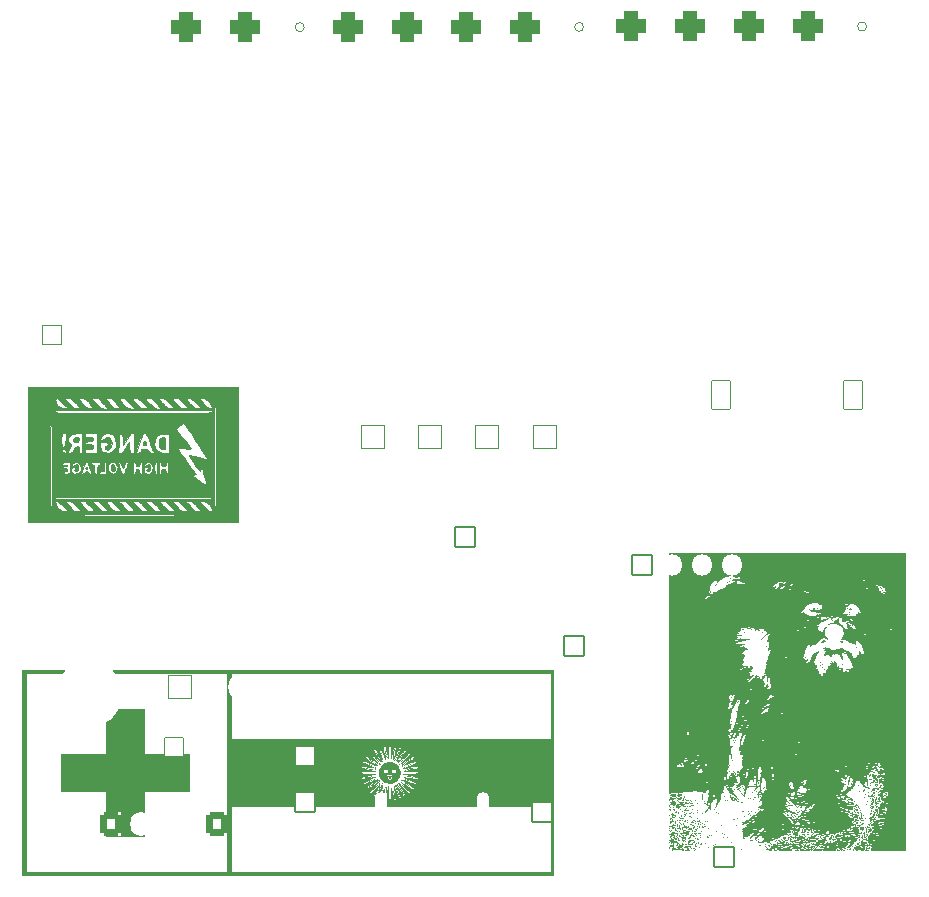
<source format=gbo>
G04 #@! TF.GenerationSoftware,KiCad,Pcbnew,(6.0.7)*
G04 #@! TF.CreationDate,2022-10-04T23:00:28+02:00*
G04 #@! TF.ProjectId,hamodule,68616d6f-6475-46c6-952e-6b696361645f,20221004.21*
G04 #@! TF.SameCoordinates,Original*
G04 #@! TF.FileFunction,Legend,Bot*
G04 #@! TF.FilePolarity,Positive*
%FSLAX46Y46*%
G04 Gerber Fmt 4.6, Leading zero omitted, Abs format (unit mm)*
G04 Created by KiCad (PCBNEW (6.0.7)) date 2022-10-04 23:00:28*
%MOMM*%
%LPD*%
G01*
G04 APERTURE LIST*
G04 Aperture macros list*
%AMRoundRect*
0 Rectangle with rounded corners*
0 $1 Rounding radius*
0 $2 $3 $4 $5 $6 $7 $8 $9 X,Y pos of 4 corners*
0 Add a 4 corners polygon primitive as box body*
4,1,4,$2,$3,$4,$5,$6,$7,$8,$9,$2,$3,0*
0 Add four circle primitives for the rounded corners*
1,1,$1+$1,$2,$3*
1,1,$1+$1,$4,$5*
1,1,$1+$1,$6,$7*
1,1,$1+$1,$8,$9*
0 Add four rect primitives between the rounded corners*
20,1,$1+$1,$2,$3,$4,$5,0*
20,1,$1+$1,$4,$5,$6,$7,0*
20,1,$1+$1,$6,$7,$8,$9,0*
20,1,$1+$1,$8,$9,$2,$3,0*%
G04 Aperture macros list end*
%ADD10C,0.300000*%
%ADD11C,0.010000*%
%ADD12C,0.120000*%
%ADD13RoundRect,0.050000X0.850000X-0.850000X0.850000X0.850000X-0.850000X0.850000X-0.850000X-0.850000X0*%
%ADD14O,1.800000X1.800000*%
%ADD15RoundRect,0.675000X0.625000X0.625000X-0.625000X0.625000X-0.625000X-0.625000X0.625000X-0.625000X0*%
%ADD16RoundRect,0.300000X-0.600000X-0.750000X0.600000X-0.750000X0.600000X0.750000X-0.600000X0.750000X0*%
%ADD17O,1.800000X2.100000*%
%ADD18RoundRect,0.050000X0.850000X0.850000X-0.850000X0.850000X-0.850000X-0.850000X0.850000X-0.850000X0*%
%ADD19C,0.750000*%
%ADD20O,1.100000X2.200000*%
%ADD21O,1.100000X1.700000*%
%ADD22RoundRect,0.050000X-0.850000X0.850000X-0.850000X-0.850000X0.850000X-0.850000X0.850000X0.850000X0*%
%ADD23RoundRect,0.050000X-0.850000X-0.850000X0.850000X-0.850000X0.850000X0.850000X-0.850000X0.850000X0*%
%ADD24C,1.900000*%
%ADD25RoundRect,0.050000X-0.825000X-0.825000X0.825000X-0.825000X0.825000X0.825000X-0.825000X0.825000X0*%
%ADD26C,1.750000*%
%ADD27RoundRect,0.050000X-0.952500X-1.000000X0.952500X-1.000000X0.952500X1.000000X-0.952500X1.000000X0*%
%ADD28O,2.005000X2.100000*%
%ADD29C,2.100000*%
%ADD30C,5.600000*%
%ADD31O,1.700000X2.500000*%
%ADD32RoundRect,0.050000X-0.800000X1.200000X-0.800000X-1.200000X0.800000X-1.200000X0.800000X1.200000X0*%
%ADD33RoundRect,0.050000X1.000000X-1.000000X1.000000X1.000000X-1.000000X1.000000X-1.000000X-1.000000X0*%
%ADD34RoundRect,0.050000X-0.800000X-0.800000X0.800000X-0.800000X0.800000X0.800000X-0.800000X0.800000X0*%
%ADD35C,1.700000*%
G04 APERTURE END LIST*
D10*
X97426571Y-99138000D02*
X97571714Y-99065428D01*
X97789428Y-99065428D01*
X98007142Y-99138000D01*
X98152285Y-99283142D01*
X98224857Y-99428285D01*
X98297428Y-99718571D01*
X98297428Y-99936285D01*
X98224857Y-100226571D01*
X98152285Y-100371714D01*
X98007142Y-100516857D01*
X97789428Y-100589428D01*
X97644285Y-100589428D01*
X97426571Y-100516857D01*
X97354000Y-100444285D01*
X97354000Y-99936285D01*
X97644285Y-99936285D01*
X95975142Y-99065428D02*
X96700857Y-99065428D01*
X96773428Y-99791142D01*
X96700857Y-99718571D01*
X96555714Y-99646000D01*
X96192857Y-99646000D01*
X96047714Y-99718571D01*
X95975142Y-99791142D01*
X95902571Y-99936285D01*
X95902571Y-100299142D01*
X95975142Y-100444285D01*
X96047714Y-100516857D01*
X96192857Y-100589428D01*
X96555714Y-100589428D01*
X96700857Y-100516857D01*
X96773428Y-100444285D01*
X55152971Y-105156000D02*
X55298114Y-105083428D01*
X55515828Y-105083428D01*
X55733542Y-105156000D01*
X55878685Y-105301142D01*
X55951257Y-105446285D01*
X56023828Y-105736571D01*
X56023828Y-105954285D01*
X55951257Y-106244571D01*
X55878685Y-106389714D01*
X55733542Y-106534857D01*
X55515828Y-106607428D01*
X55370685Y-106607428D01*
X55152971Y-106534857D01*
X55080400Y-106462285D01*
X55080400Y-105954285D01*
X55370685Y-105954285D01*
X53774114Y-105083428D02*
X54064400Y-105083428D01*
X54209542Y-105156000D01*
X54282114Y-105228571D01*
X54427257Y-105446285D01*
X54499828Y-105736571D01*
X54499828Y-106317142D01*
X54427257Y-106462285D01*
X54354685Y-106534857D01*
X54209542Y-106607428D01*
X53919257Y-106607428D01*
X53774114Y-106534857D01*
X53701542Y-106462285D01*
X53628971Y-106317142D01*
X53628971Y-105954285D01*
X53701542Y-105809142D01*
X53774114Y-105736571D01*
X53919257Y-105664000D01*
X54209542Y-105664000D01*
X54354685Y-105736571D01*
X54427257Y-105809142D01*
X54499828Y-105954285D01*
G36*
X87123691Y-110620574D02*
G01*
X87107856Y-110636409D01*
X87092020Y-110620574D01*
X87107856Y-110604738D01*
X87123691Y-110620574D01*
G37*
G36*
X89308978Y-108023566D02*
G01*
X89293143Y-108039402D01*
X89277307Y-108023566D01*
X89293143Y-108007731D01*
X89308978Y-108023566D01*
G37*
G36*
X87598754Y-109772810D02*
G01*
X87640359Y-109815746D01*
X87662095Y-109856586D01*
X87644216Y-109860924D01*
X87598754Y-109828803D01*
X87556578Y-109783877D01*
X87535412Y-109745028D01*
X87552775Y-109741746D01*
X87598754Y-109772810D01*
G37*
G36*
X104298792Y-107511783D02*
G01*
X104294897Y-107545347D01*
X104239460Y-107552926D01*
X104191628Y-107542192D01*
X104173161Y-107516833D01*
X104205453Y-107483262D01*
X104259674Y-107479165D01*
X104298792Y-107511783D01*
G37*
G36*
X90055072Y-110099430D02*
G01*
X90084913Y-110129676D01*
X90090812Y-110140889D01*
X90088651Y-110161347D01*
X90083083Y-110159922D01*
X90053242Y-110129676D01*
X90047343Y-110118463D01*
X90049504Y-110098005D01*
X90055072Y-110099430D01*
G37*
G36*
X92856110Y-108403616D02*
G01*
X92840275Y-108419452D01*
X92824439Y-108403616D01*
X92840275Y-108387781D01*
X92856110Y-108403616D01*
G37*
G36*
X97581102Y-108021051D02*
G01*
X97606734Y-108044680D01*
X97606162Y-108049823D01*
X97576932Y-108071073D01*
X97572590Y-108070812D01*
X97530819Y-108044680D01*
X97528685Y-108032016D01*
X97560621Y-108018288D01*
X97581102Y-108021051D01*
G37*
G36*
X89897913Y-110599845D02*
G01*
X89888136Y-110613914D01*
X89861348Y-110636409D01*
X89856921Y-110636101D01*
X89849946Y-110617768D01*
X89883946Y-110585879D01*
X89901645Y-110578173D01*
X89897913Y-110599845D01*
G37*
G36*
X88830867Y-109481750D02*
G01*
X88832410Y-109483232D01*
X88849460Y-109508965D01*
X88823045Y-109520461D01*
X88743330Y-109522273D01*
X88729529Y-109521977D01*
X88639947Y-109512755D01*
X88599371Y-109495140D01*
X88612442Y-109474336D01*
X88683802Y-109455544D01*
X88761629Y-109453857D01*
X88830867Y-109481750D01*
G37*
G36*
X91903485Y-107545865D02*
G01*
X91901246Y-107577987D01*
X91886851Y-107587433D01*
X91880575Y-107576228D01*
X91884351Y-107526730D01*
X91895751Y-107512071D01*
X91903485Y-107545865D01*
G37*
G36*
X93843844Y-108081109D02*
G01*
X93858503Y-108092508D01*
X93824710Y-108100243D01*
X93792587Y-108098004D01*
X93783142Y-108083609D01*
X93794346Y-108077333D01*
X93843844Y-108081109D01*
G37*
G36*
X91272569Y-109353741D02*
G01*
X91256734Y-109369576D01*
X91240898Y-109353741D01*
X91256734Y-109337905D01*
X91272569Y-109353741D01*
G37*
G36*
X91937656Y-111602369D02*
G01*
X91921821Y-111618205D01*
X91905985Y-111602369D01*
X91921821Y-111586534D01*
X91937656Y-111602369D01*
G37*
G36*
X92412719Y-105584913D02*
G01*
X92396883Y-105600748D01*
X92381048Y-105584913D01*
X92396883Y-105569078D01*
X92412719Y-105584913D01*
G37*
G36*
X96244887Y-111618332D02*
G01*
X96223774Y-111660432D01*
X96214149Y-111668628D01*
X96171102Y-111679966D01*
X96149876Y-111653264D01*
X96155472Y-111637839D01*
X96197382Y-111606752D01*
X96219005Y-111601610D01*
X96244887Y-111618332D01*
G37*
G36*
X93014464Y-106566708D02*
G01*
X92998629Y-106582544D01*
X92982793Y-106566708D01*
X92998629Y-106550873D01*
X93014464Y-106566708D01*
G37*
G36*
X104257606Y-109543766D02*
G01*
X104241771Y-109559601D01*
X104225936Y-109543766D01*
X104241771Y-109527930D01*
X104257606Y-109543766D01*
G37*
G36*
X89023941Y-109892145D02*
G01*
X89008105Y-109907980D01*
X88992270Y-109892145D01*
X89008105Y-109876309D01*
X89023941Y-109892145D01*
G37*
G36*
X100106228Y-97379531D02*
G01*
X100103989Y-97411653D01*
X100089594Y-97421099D01*
X100083318Y-97409894D01*
X100087094Y-97360396D01*
X100098494Y-97345737D01*
X100106228Y-97379531D01*
G37*
G36*
X97941107Y-108674243D02*
G01*
X97970948Y-108704489D01*
X97976847Y-108715702D01*
X97974686Y-108736160D01*
X97969118Y-108734735D01*
X97939277Y-108704489D01*
X97933378Y-108693276D01*
X97935539Y-108672818D01*
X97941107Y-108674243D01*
G37*
G36*
X89657357Y-111665711D02*
G01*
X89641522Y-111681546D01*
X89625686Y-111665711D01*
X89641522Y-111649876D01*
X89657357Y-111665711D01*
G37*
G36*
X99158604Y-108751995D02*
G01*
X99142769Y-108767831D01*
X99126933Y-108751995D01*
X99142769Y-108736160D01*
X99158604Y-108751995D01*
G37*
G36*
X90512469Y-110303866D02*
G01*
X90496634Y-110319701D01*
X90480798Y-110303866D01*
X90496634Y-110288030D01*
X90512469Y-110303866D01*
G37*
G36*
X97575063Y-112441646D02*
G01*
X97572777Y-112458413D01*
X97553949Y-112462760D01*
X97550159Y-112458118D01*
X97553949Y-112420532D01*
X97563475Y-112415577D01*
X97575063Y-112441646D01*
G37*
G36*
X94679013Y-112316388D02*
G01*
X94708853Y-112346634D01*
X94714752Y-112357847D01*
X94712592Y-112378304D01*
X94707023Y-112376879D01*
X94677182Y-112346634D01*
X94671283Y-112335421D01*
X94673444Y-112314963D01*
X94679013Y-112316388D01*
G37*
G36*
X98620200Y-90541272D02*
G01*
X98604365Y-90557107D01*
X98588529Y-90541272D01*
X98604365Y-90525437D01*
X98620200Y-90541272D01*
G37*
G36*
X102705736Y-96812095D02*
G01*
X102689901Y-96827930D01*
X102674065Y-96812095D01*
X102689901Y-96796260D01*
X102705736Y-96812095D01*
G37*
G36*
X102167332Y-106566708D02*
G01*
X102151497Y-106582544D01*
X102135661Y-106566708D01*
X102151497Y-106550873D01*
X102167332Y-106566708D01*
G37*
G36*
X104401534Y-106538239D02*
G01*
X104415961Y-106610706D01*
X104417008Y-106636811D01*
X104453190Y-106747757D01*
X104537051Y-106819578D01*
X104663276Y-106847193D01*
X104696952Y-106848873D01*
X104767794Y-106859294D01*
X104796010Y-106874963D01*
X104795140Y-106880613D01*
X104764340Y-106899252D01*
X104746234Y-106910417D01*
X104732669Y-106961020D01*
X104724668Y-106998439D01*
X104681095Y-107051650D01*
X104652882Y-107074346D01*
X104665260Y-107102599D01*
X104687744Y-107133825D01*
X104700998Y-107201994D01*
X104710234Y-107251873D01*
X104748504Y-107279302D01*
X104778000Y-107265704D01*
X104796211Y-107208043D01*
X104815954Y-107148243D01*
X104893424Y-107081569D01*
X104898266Y-107078779D01*
X104964208Y-107024951D01*
X104973124Y-106970721D01*
X104968574Y-106937396D01*
X104986273Y-106867581D01*
X104988058Y-106864946D01*
X105008236Y-106861924D01*
X105020924Y-106913045D01*
X105025123Y-107010056D01*
X105019833Y-107144701D01*
X105018855Y-107161655D01*
X105024664Y-107230266D01*
X105054547Y-107241709D01*
X105113868Y-107199084D01*
X105137203Y-107178970D01*
X105161672Y-107172952D01*
X105163868Y-107222838D01*
X105152244Y-107269594D01*
X105111927Y-107293605D01*
X105025624Y-107304876D01*
X104995721Y-107306355D01*
X104919684Y-107300789D01*
X104891023Y-107281123D01*
X104896398Y-107265695D01*
X104938529Y-107247631D01*
X104958555Y-107245922D01*
X104983911Y-107219383D01*
X104958278Y-107157867D01*
X104946494Y-107144292D01*
X104914222Y-107147936D01*
X104863589Y-107201932D01*
X104844452Y-107227536D01*
X104816256Y-107287139D01*
X104831397Y-107331285D01*
X104849476Y-107364173D01*
X104818363Y-107374314D01*
X104795307Y-107370262D01*
X104753644Y-107334726D01*
X104743280Y-107320549D01*
X104735169Y-107350561D01*
X104735023Y-107353123D01*
X104715994Y-107398107D01*
X104685361Y-107400943D01*
X104669327Y-107358479D01*
X104669240Y-107354966D01*
X104640878Y-107312202D01*
X104566397Y-107307222D01*
X104553941Y-107307913D01*
X104539958Y-107291725D01*
X104561095Y-107261990D01*
X104605985Y-107238455D01*
X104639345Y-107226613D01*
X104666777Y-107189086D01*
X104640526Y-107124507D01*
X104628665Y-107109114D01*
X104596945Y-107103839D01*
X104544320Y-107144259D01*
X104509245Y-107184169D01*
X104487489Y-107248234D01*
X104490518Y-107346561D01*
X104494373Y-107389241D01*
X104495694Y-107441760D01*
X104489117Y-107444252D01*
X104469013Y-107419949D01*
X104427951Y-107440847D01*
X104427564Y-107441167D01*
X104377940Y-107463907D01*
X104359631Y-107441453D01*
X104385210Y-107389041D01*
X104413787Y-107338844D01*
X104433107Y-107268918D01*
X104434224Y-107209431D01*
X104413800Y-107184289D01*
X104396429Y-107196763D01*
X104384290Y-107248955D01*
X104370099Y-107306066D01*
X104325052Y-107377206D01*
X104265814Y-107440790D01*
X104248840Y-107375882D01*
X104245390Y-107333903D01*
X104277191Y-107310973D01*
X104313841Y-107292416D01*
X104351414Y-107234964D01*
X104356949Y-107223103D01*
X104415747Y-107158386D01*
X104507721Y-107102744D01*
X104566453Y-107074458D01*
X104635195Y-107024066D01*
X104646364Y-106974667D01*
X104603204Y-106920055D01*
X104561505Y-106893042D01*
X104542644Y-106904471D01*
X104528563Y-106916459D01*
X104484650Y-106888256D01*
X104441654Y-106859178D01*
X104405473Y-106856955D01*
X104403889Y-106858265D01*
X104389995Y-106841095D01*
X104384290Y-106779909D01*
X104376517Y-106694485D01*
X104353403Y-106600441D01*
X104345523Y-106578432D01*
X104339490Y-106531425D01*
X104369238Y-106519202D01*
X104401534Y-106538239D01*
G37*
G36*
X89918047Y-110162564D02*
G01*
X89942394Y-110193018D01*
X89942031Y-110200185D01*
X89928428Y-110224688D01*
X89923348Y-110223231D01*
X89894888Y-110193018D01*
X89889940Y-110180750D01*
X89908855Y-110161347D01*
X89918047Y-110162564D01*
G37*
G36*
X89055611Y-108584140D02*
G01*
X89056146Y-108594258D01*
X89081132Y-108630742D01*
X89153263Y-108641147D01*
X89220853Y-108650799D01*
X89238549Y-108678244D01*
X89229355Y-108692043D01*
X89177151Y-108716077D01*
X89111731Y-108719719D01*
X89067917Y-108698778D01*
X89061426Y-108691458D01*
X89021236Y-108690325D01*
X89012933Y-108697415D01*
X89009428Y-108738301D01*
X89009449Y-108754264D01*
X88970356Y-108762765D01*
X88901197Y-108760024D01*
X88826185Y-108775129D01*
X88802245Y-108816586D01*
X88802218Y-108820434D01*
X88793119Y-108848271D01*
X88758028Y-108824503D01*
X88747755Y-108814512D01*
X88731835Y-108777995D01*
X88765946Y-108733584D01*
X88805205Y-108702064D01*
X88868156Y-108678776D01*
X88966885Y-108670311D01*
X88986867Y-108668347D01*
X89004928Y-108648072D01*
X88985554Y-108591550D01*
X88951425Y-108540324D01*
X88908009Y-108514464D01*
X88890681Y-108510991D01*
X88882090Y-108498629D01*
X88992270Y-108498629D01*
X89008105Y-108514464D01*
X89023941Y-108498629D01*
X89008105Y-108482793D01*
X88992270Y-108498629D01*
X88882090Y-108498629D01*
X88865584Y-108474876D01*
X88869061Y-108461771D01*
X88901119Y-108445323D01*
X88975193Y-108441340D01*
X89101534Y-108448685D01*
X89111756Y-108456229D01*
X89093616Y-108489127D01*
X89086726Y-108498629D01*
X89075663Y-108513887D01*
X89055611Y-108584140D01*
G37*
G36*
X93711222Y-94563467D02*
G01*
X93695387Y-94579302D01*
X93679552Y-94563467D01*
X93695387Y-94547631D01*
X93711222Y-94563467D01*
G37*
G36*
X103054115Y-110430549D02*
G01*
X103038280Y-110446384D01*
X103022444Y-110430549D01*
X103038280Y-110414713D01*
X103054115Y-110430549D01*
G37*
G36*
X91589277Y-108276933D02*
G01*
X91573442Y-108292768D01*
X91557606Y-108276933D01*
X91573442Y-108261097D01*
X91589277Y-108276933D01*
G37*
G36*
X89586098Y-110009949D02*
G01*
X89638431Y-110012596D01*
X89685980Y-110019166D01*
X89681110Y-110026950D01*
X89651868Y-110037668D01*
X89625686Y-110067009D01*
X89625434Y-110068943D01*
X89595432Y-110076687D01*
X89530674Y-110061589D01*
X89525945Y-110059926D01*
X89462022Y-110034061D01*
X89435661Y-110016886D01*
X89444181Y-110013316D01*
X89498399Y-110009427D01*
X89586098Y-110009949D01*
G37*
G36*
X103094262Y-106833233D02*
G01*
X103099166Y-106873861D01*
X103084690Y-106899252D01*
X103070846Y-106897450D01*
X103040051Y-106863955D01*
X103051811Y-106807968D01*
X103074979Y-106791276D01*
X103094262Y-106833233D01*
G37*
G36*
X92127681Y-111412344D02*
G01*
X92111846Y-111428180D01*
X92096010Y-111412344D01*
X92111846Y-111396509D01*
X92127681Y-111412344D01*
G37*
G36*
X90966041Y-111843596D02*
G01*
X90982768Y-111850752D01*
X90940025Y-111871571D01*
X90900390Y-111888366D01*
X90868766Y-111901016D01*
X90866910Y-111900654D01*
X90860848Y-111871571D01*
X90876558Y-111852282D01*
X90932108Y-111842126D01*
X90966041Y-111843596D01*
G37*
G36*
X98249800Y-107087467D02*
G01*
X98239471Y-107122596D01*
X98220012Y-107150268D01*
X98194862Y-107124536D01*
X98192614Y-107103446D01*
X98222172Y-107059385D01*
X98231850Y-107051632D01*
X98255898Y-107043596D01*
X98249800Y-107087467D01*
G37*
G36*
X94141803Y-107369421D02*
G01*
X94132026Y-107383490D01*
X94105239Y-107405985D01*
X94100811Y-107405677D01*
X94093836Y-107387344D01*
X94127837Y-107355455D01*
X94145536Y-107347749D01*
X94141803Y-107369421D01*
G37*
G36*
X102282725Y-95006298D02*
G01*
X102307815Y-95045081D01*
X102310069Y-95051089D01*
X102316714Y-95082824D01*
X102290085Y-95062810D01*
X102272014Y-95039523D01*
X102268461Y-95006020D01*
X102282725Y-95006298D01*
G37*
G36*
X93090978Y-105548762D02*
G01*
X93076760Y-105575364D01*
X93042747Y-105600748D01*
X93028896Y-105599742D01*
X93018772Y-105581441D01*
X93062696Y-105536805D01*
X93072077Y-105529152D01*
X93099099Y-105514572D01*
X93090978Y-105548762D01*
G37*
G36*
X94471322Y-107358479D02*
G01*
X94455487Y-107374314D01*
X94439651Y-107358479D01*
X94455487Y-107342644D01*
X94471322Y-107358479D01*
G37*
G36*
X91589277Y-110937282D02*
G01*
X91573442Y-110953117D01*
X91557606Y-110937282D01*
X91573442Y-110921447D01*
X91589277Y-110937282D01*
G37*
G36*
X104072226Y-106336852D02*
G01*
X104085254Y-106357875D01*
X104063107Y-106371441D01*
X104004208Y-106370016D01*
X104004086Y-106369985D01*
X103948489Y-106349283D01*
X103954869Y-106334696D01*
X104021944Y-106329177D01*
X104072226Y-106336852D01*
G37*
G36*
X103138571Y-106973151D02*
G01*
X103143525Y-106982677D01*
X103117457Y-106994265D01*
X103100690Y-106991979D01*
X103096343Y-106973151D01*
X103100985Y-106969360D01*
X103138571Y-106973151D01*
G37*
G36*
X89133341Y-111462291D02*
G01*
X89134788Y-111491521D01*
X89128316Y-111500080D01*
X89083544Y-111523192D01*
X89072895Y-111520752D01*
X89071447Y-111491521D01*
X89077919Y-111482962D01*
X89122691Y-111459851D01*
X89133341Y-111462291D01*
G37*
G36*
X103497507Y-108530299D02*
G01*
X103481671Y-108546135D01*
X103465836Y-108530299D01*
X103481671Y-108514464D01*
X103497507Y-108530299D01*
G37*
G36*
X95822611Y-112420532D02*
G01*
X95827187Y-112428559D01*
X95818634Y-112471210D01*
X95798151Y-112493157D01*
X95758082Y-112503069D01*
X95738155Y-112475186D01*
X95747709Y-112448335D01*
X95785568Y-112418144D01*
X95822611Y-112420532D01*
G37*
G36*
X103434165Y-107390150D02*
G01*
X103418330Y-107405985D01*
X103402494Y-107390150D01*
X103418330Y-107374314D01*
X103434165Y-107390150D01*
G37*
G36*
X94312968Y-112394140D02*
G01*
X94297133Y-112409975D01*
X94281297Y-112394140D01*
X94297133Y-112378304D01*
X94312968Y-112394140D01*
G37*
G36*
X87200010Y-110199627D02*
G01*
X87198556Y-110240342D01*
X87185502Y-110261682D01*
X87151527Y-110269824D01*
X87137789Y-110251892D01*
X87147754Y-110213158D01*
X87187908Y-110193018D01*
X87200010Y-110199627D01*
G37*
G36*
X101090524Y-96812095D02*
G01*
X101074689Y-96827930D01*
X101058853Y-96812095D01*
X101074689Y-96796260D01*
X101090524Y-96812095D01*
G37*
G36*
X94512295Y-107407679D02*
G01*
X94520263Y-107425512D01*
X94488953Y-107476374D01*
X94457120Y-107535936D01*
X94437644Y-107610975D01*
X94435990Y-107641401D01*
X94427857Y-107650054D01*
X94406121Y-107601569D01*
X94399485Y-107581150D01*
X94398826Y-107498975D01*
X94432270Y-107433018D01*
X94490068Y-107405985D01*
X94512295Y-107407679D01*
G37*
G36*
X104732669Y-106455861D02*
G01*
X104730383Y-106472627D01*
X104711555Y-106476974D01*
X104707765Y-106472333D01*
X104711555Y-106434747D01*
X104721081Y-106429792D01*
X104732669Y-106455861D01*
G37*
G36*
X102705736Y-112109102D02*
G01*
X102689901Y-112124938D01*
X102674065Y-112109102D01*
X102689901Y-112093267D01*
X102705736Y-112109102D01*
G37*
G36*
X90501912Y-90472652D02*
G01*
X90506867Y-90482178D01*
X90480798Y-90493766D01*
X90464032Y-90491480D01*
X90459685Y-90472652D01*
X90464326Y-90468862D01*
X90501912Y-90472652D01*
G37*
G36*
X94382248Y-109252929D02*
G01*
X94396907Y-109264329D01*
X94363114Y-109272063D01*
X94330991Y-109269824D01*
X94321546Y-109255429D01*
X94332750Y-109249153D01*
X94382248Y-109252929D01*
G37*
G36*
X104234681Y-110132963D02*
G01*
X104178304Y-110193135D01*
X104175684Y-110195638D01*
X104121614Y-110269413D01*
X104099252Y-110342926D01*
X104090944Y-110392328D01*
X104059664Y-110395930D01*
X104001498Y-110357407D01*
X103940718Y-110293394D01*
X103930411Y-110238007D01*
X103935407Y-110227492D01*
X103960835Y-110220520D01*
X104006399Y-110264736D01*
X104065474Y-110335536D01*
X104066528Y-110247658D01*
X104085260Y-110173019D01*
X104151151Y-110128006D01*
X104188229Y-110114955D01*
X104238121Y-110107220D01*
X104234681Y-110132963D01*
G37*
G36*
X93585065Y-106133224D02*
G01*
X93603994Y-106187912D01*
X93598608Y-106237023D01*
X93580424Y-106260380D01*
X93561800Y-106251542D01*
X93545117Y-106186659D01*
X93541147Y-106133888D01*
X93553872Y-106107482D01*
X93585065Y-106133224D01*
G37*
G36*
X97321696Y-109448753D02*
G01*
X97305861Y-109464589D01*
X97290025Y-109448753D01*
X97305861Y-109432918D01*
X97321696Y-109448753D01*
G37*
G36*
X91903485Y-107672548D02*
G01*
X91901246Y-107704671D01*
X91886851Y-107714116D01*
X91880575Y-107702911D01*
X91884351Y-107653414D01*
X91895751Y-107638754D01*
X91903485Y-107672548D01*
G37*
G36*
X93809372Y-98203403D02*
G01*
X93818808Y-98226725D01*
X93815686Y-98231459D01*
X93790399Y-98253117D01*
X93787965Y-98252689D01*
X93761991Y-98226725D01*
X93759581Y-98214408D01*
X93790399Y-98200333D01*
X93809372Y-98203403D01*
G37*
G36*
X89815711Y-109353741D02*
G01*
X89799876Y-109369576D01*
X89784040Y-109353741D01*
X89799876Y-109337905D01*
X89815711Y-109353741D01*
G37*
G36*
X104265787Y-109935164D02*
G01*
X104287169Y-109969747D01*
X104257342Y-110003478D01*
X104223199Y-110015644D01*
X104199383Y-109983844D01*
X104196682Y-109942266D01*
X104219984Y-109912192D01*
X104265787Y-109935164D01*
G37*
G36*
X91547049Y-110361929D02*
G01*
X91552004Y-110371455D01*
X91525936Y-110383043D01*
X91509169Y-110380757D01*
X91504822Y-110361929D01*
X91509464Y-110358138D01*
X91547049Y-110361929D01*
G37*
G36*
X102357357Y-108086908D02*
G01*
X102341522Y-108102743D01*
X102325686Y-108086908D01*
X102341522Y-108071073D01*
X102357357Y-108086908D01*
G37*
G36*
X94874522Y-112483040D02*
G01*
X94879968Y-112484607D01*
X94884657Y-112494247D01*
X94835537Y-112498814D01*
X94828036Y-112498857D01*
X94778457Y-112494611D01*
X94779510Y-112484214D01*
X94805534Y-112478404D01*
X94874522Y-112483040D01*
G37*
G36*
X89815711Y-111878921D02*
G01*
X89837688Y-111893226D01*
X89873415Y-111928577D01*
X89854106Y-111955848D01*
X89776123Y-111984766D01*
X89738291Y-111995810D01*
X89675249Y-112008149D01*
X89664416Y-111993603D01*
X89701093Y-111949994D01*
X89732128Y-111912866D01*
X89752370Y-111869041D01*
X89767849Y-111859322D01*
X89815711Y-111878921D01*
G37*
G36*
X101214707Y-95954344D02*
G01*
X101212468Y-95986466D01*
X101198073Y-95995911D01*
X101191797Y-95984707D01*
X101195573Y-95935209D01*
X101206972Y-95920550D01*
X101214707Y-95954344D01*
G37*
G36*
X103503242Y-111153707D02*
G01*
X103510744Y-111229048D01*
X103489561Y-111293579D01*
X103475142Y-111317997D01*
X103494442Y-111333167D01*
X103495954Y-111333208D01*
X103509542Y-111357642D01*
X103481671Y-111428180D01*
X103476936Y-111437238D01*
X103441813Y-111498234D01*
X103421407Y-111523192D01*
X103418700Y-111515162D01*
X103419296Y-111461996D01*
X103426924Y-111375480D01*
X103428535Y-111360830D01*
X103433747Y-111278882D01*
X103423784Y-111244890D01*
X103395575Y-111246187D01*
X103377745Y-111251911D01*
X103362911Y-111241899D01*
X103382953Y-111189484D01*
X103398999Y-111157541D01*
X103420648Y-111136866D01*
X103439857Y-111168341D01*
X103445346Y-111181795D01*
X103459101Y-111202205D01*
X103463610Y-111161617D01*
X103468413Y-111129459D01*
X103484048Y-111119126D01*
X103503242Y-111153707D01*
G37*
G36*
X90432026Y-111338527D02*
G01*
X90449128Y-111380674D01*
X90433631Y-111411661D01*
X90369951Y-111428180D01*
X90317855Y-111419467D01*
X90290774Y-111393121D01*
X90297605Y-111377685D01*
X90338280Y-111376291D01*
X90362571Y-111381270D01*
X90385786Y-111363844D01*
X90386699Y-111356541D01*
X90417457Y-111333167D01*
X90432026Y-111338527D01*
G37*
G36*
X92602744Y-107073442D02*
G01*
X92586908Y-107089277D01*
X92571073Y-107073442D01*
X92586908Y-107057606D01*
X92602744Y-107073442D01*
G37*
G36*
X97378161Y-111621660D02*
G01*
X97334579Y-111663901D01*
X97313713Y-111704289D01*
X97344285Y-111710961D01*
X97422191Y-111678612D01*
X97472348Y-111660300D01*
X97521455Y-111678612D01*
X97530587Y-111686940D01*
X97582729Y-111711920D01*
X97622256Y-111703939D01*
X97626951Y-111665711D01*
X97625260Y-111634188D01*
X97669200Y-111618205D01*
X97716526Y-111623613D01*
X97745002Y-111652756D01*
X97717555Y-111704412D01*
X97634859Y-111775486D01*
X97585025Y-111810257D01*
X97514427Y-111854336D01*
X97475298Y-111871571D01*
X97464126Y-111868149D01*
X97449208Y-111829934D01*
X97457299Y-111771202D01*
X97486384Y-111719551D01*
X97504361Y-111696632D01*
X97490262Y-111681546D01*
X97465657Y-111689064D01*
X97416709Y-111729053D01*
X97377825Y-111763042D01*
X97319012Y-111771248D01*
X97277028Y-111725029D01*
X97274664Y-111687848D01*
X97313228Y-111630618D01*
X97329552Y-111617608D01*
X97351263Y-111585691D01*
X97321696Y-111555950D01*
X97302126Y-111539028D01*
X97416709Y-111539028D01*
X97432544Y-111554863D01*
X97448380Y-111539028D01*
X97432544Y-111523192D01*
X97416709Y-111539028D01*
X97302126Y-111539028D01*
X97298198Y-111535631D01*
X97312785Y-111523677D01*
X97329957Y-111516846D01*
X97333462Y-111476500D01*
X97330519Y-111445097D01*
X97358209Y-111387633D01*
X97376959Y-111370830D01*
X97438071Y-111332691D01*
X97489870Y-111318880D01*
X97511721Y-111336295D01*
X97524538Y-111352247D01*
X97575063Y-111349003D01*
X97615617Y-111343001D01*
X97636178Y-111370622D01*
X97632478Y-111400318D01*
X97600812Y-111476998D01*
X97549953Y-111515727D01*
X97539579Y-111517255D01*
X97525029Y-111504326D01*
X97547221Y-111452385D01*
X97566264Y-111415205D01*
X97567443Y-111398530D01*
X97530328Y-111426143D01*
X97524854Y-111430594D01*
X97479606Y-111454591D01*
X97449925Y-111430680D01*
X97434184Y-111412829D01*
X97405181Y-111421210D01*
X97402764Y-111446377D01*
X97433934Y-111492675D01*
X97438880Y-111496902D01*
X97458591Y-111526993D01*
X97452641Y-111539028D01*
X97440589Y-111563403D01*
X97378161Y-111621660D01*
G37*
G36*
X103440046Y-109638176D02*
G01*
X103436043Y-109641910D01*
X103397664Y-109650642D01*
X103339153Y-109614018D01*
X103312479Y-109579684D01*
X103344755Y-109579684D01*
X103370823Y-109591272D01*
X103387590Y-109588986D01*
X103391937Y-109570158D01*
X103387295Y-109566368D01*
X103349710Y-109570158D01*
X103344755Y-109579684D01*
X103312479Y-109579684D01*
X103307297Y-109573014D01*
X103288409Y-109522492D01*
X103288103Y-109485075D01*
X103311058Y-109482634D01*
X103325883Y-109487800D01*
X103339401Y-109465624D01*
X103332199Y-109412368D01*
X103309498Y-109345467D01*
X103276524Y-109282356D01*
X103238500Y-109240468D01*
X103240039Y-109218570D01*
X103286085Y-109187848D01*
X103324739Y-109171971D01*
X103353186Y-109177109D01*
X103353114Y-109229861D01*
X103353630Y-109279515D01*
X103369415Y-109306235D01*
X103376775Y-109311496D01*
X103397528Y-109358977D01*
X103418979Y-109437695D01*
X103436380Y-109525339D01*
X103441573Y-109570158D01*
X103444984Y-109599602D01*
X103440046Y-109638176D01*
G37*
G36*
X98176808Y-107358479D02*
G01*
X98160973Y-107374314D01*
X98145138Y-107358479D01*
X98160973Y-107342644D01*
X98176808Y-107358479D01*
G37*
G36*
X87852120Y-110240524D02*
G01*
X87836285Y-110256359D01*
X87820449Y-110240524D01*
X87836285Y-110224688D01*
X87852120Y-110240524D01*
G37*
G36*
X103814215Y-109163716D02*
G01*
X103798380Y-109179551D01*
X103782544Y-109163716D01*
X103798380Y-109147881D01*
X103814215Y-109163716D01*
G37*
G36*
X103811715Y-110206214D02*
G01*
X103809475Y-110238336D01*
X103795080Y-110247782D01*
X103788805Y-110236577D01*
X103792580Y-110187079D01*
X103803980Y-110172420D01*
X103811715Y-110206214D01*
G37*
G36*
X104161631Y-106933562D02*
G01*
X104159917Y-106957603D01*
X104141480Y-107004821D01*
X104114654Y-107019151D01*
X104106792Y-106994156D01*
X104127057Y-106941216D01*
X104133898Y-106929686D01*
X104155675Y-106904106D01*
X104161631Y-106933562D01*
G37*
G36*
X99908147Y-96806817D02*
G01*
X99913102Y-96816343D01*
X99887033Y-96827930D01*
X99870266Y-96825645D01*
X99865919Y-96806817D01*
X99870561Y-96803026D01*
X99908147Y-96806817D01*
G37*
G36*
X91652619Y-108910349D02*
G01*
X91636783Y-108926185D01*
X91620948Y-108910349D01*
X91636783Y-108894514D01*
X91652619Y-108910349D01*
G37*
G36*
X88599409Y-112088374D02*
G01*
X88589632Y-112102443D01*
X88562845Y-112124938D01*
X88558417Y-112124630D01*
X88551442Y-112106296D01*
X88585442Y-112074407D01*
X88603142Y-112066701D01*
X88599409Y-112088374D01*
G37*
G36*
X88557889Y-108898783D02*
G01*
X88564714Y-108926185D01*
X88552353Y-108939273D01*
X88497634Y-108957856D01*
X88476526Y-108953587D01*
X88469701Y-108926185D01*
X88482062Y-108913097D01*
X88536781Y-108894514D01*
X88557889Y-108898783D01*
G37*
G36*
X88376372Y-111343422D02*
G01*
X88426825Y-111341133D01*
X88459767Y-111334694D01*
X88483934Y-111349579D01*
X88478250Y-111409910D01*
X88475897Y-111423495D01*
X88480862Y-111487710D01*
X88529045Y-111523655D01*
X88542986Y-111529442D01*
X88571395Y-111546856D01*
X88542075Y-111552856D01*
X88501105Y-111568220D01*
X88452262Y-111621202D01*
X88436748Y-111652441D01*
X88439237Y-111676015D01*
X88490736Y-111665432D01*
X88533534Y-111653334D01*
X88543972Y-111657659D01*
X88501372Y-111693099D01*
X88496888Y-111696602D01*
X88431935Y-111737670D01*
X88399411Y-111729007D01*
X88390524Y-111668676D01*
X88389958Y-111648620D01*
X88372996Y-111607548D01*
X88319265Y-111609643D01*
X88309029Y-111612013D01*
X88269954Y-111614270D01*
X88282872Y-111589230D01*
X88314730Y-111567060D01*
X88386582Y-111546452D01*
X88428291Y-111535162D01*
X88438810Y-111497968D01*
X88432645Y-111479814D01*
X88422195Y-111425589D01*
X88418615Y-111413910D01*
X88379922Y-111396509D01*
X88356272Y-111410089D01*
X88310345Y-111467566D01*
X88261157Y-111554757D01*
X88232612Y-111611811D01*
X88192330Y-111675115D01*
X88154505Y-111698672D01*
X88105552Y-111694702D01*
X88051766Y-111680266D01*
X88010789Y-111657256D01*
X88020266Y-111629527D01*
X88038987Y-111624594D01*
X88086066Y-111646900D01*
X88114068Y-111663767D01*
X88150371Y-111654118D01*
X88154588Y-111639829D01*
X88129437Y-111609227D01*
X88126736Y-111608084D01*
X88127060Y-111585898D01*
X88177981Y-111553369D01*
X88194164Y-111544908D01*
X88246883Y-111493887D01*
X88250919Y-111440759D01*
X88203370Y-111402730D01*
X88174892Y-111403320D01*
X88180980Y-111445836D01*
X88192422Y-111478313D01*
X88185106Y-111485111D01*
X88141665Y-111448094D01*
X88095952Y-111416979D01*
X88059256Y-111426117D01*
X88034470Y-111445701D01*
X87970600Y-111459851D01*
X87955039Y-111459504D01*
X87915974Y-111450051D01*
X87924313Y-111432008D01*
X87968547Y-111411215D01*
X88037161Y-111393512D01*
X88118647Y-111384739D01*
X88174799Y-111380181D01*
X88246154Y-111358696D01*
X88267499Y-111325250D01*
X88232170Y-111285661D01*
X88213451Y-111260584D01*
X88200499Y-111196697D01*
X88200532Y-111192979D01*
X88204877Y-111180367D01*
X88234085Y-111180367D01*
X88236435Y-111220703D01*
X88248834Y-111254752D01*
X88287594Y-111293594D01*
X88292180Y-111294991D01*
X88323933Y-111288395D01*
X88317796Y-111252030D01*
X88276023Y-111203452D01*
X88261214Y-111191536D01*
X88234085Y-111180367D01*
X88204877Y-111180367D01*
X88218288Y-111141443D01*
X88279246Y-111127307D01*
X88330304Y-111135204D01*
X88354671Y-111158978D01*
X88353418Y-111199732D01*
X88355101Y-111274778D01*
X88356175Y-111288395D01*
X88357339Y-111303157D01*
X88376372Y-111343422D01*
G37*
G36*
X102294015Y-107896883D02*
G01*
X102278180Y-107912718D01*
X102262345Y-107896883D01*
X102278180Y-107881048D01*
X102294015Y-107896883D01*
G37*
G36*
X87123691Y-109512095D02*
G01*
X87107856Y-109527930D01*
X87092020Y-109512095D01*
X87107856Y-109496260D01*
X87123691Y-109512095D01*
G37*
G36*
X94488988Y-93915640D02*
G01*
X94518828Y-93945885D01*
X94524727Y-93957099D01*
X94522567Y-93977556D01*
X94516998Y-93976131D01*
X94487158Y-93945885D01*
X94481258Y-93934672D01*
X94483419Y-93914215D01*
X94488988Y-93915640D01*
G37*
G36*
X105176060Y-108340275D02*
G01*
X105160225Y-108356110D01*
X105144389Y-108340275D01*
X105160225Y-108324439D01*
X105176060Y-108340275D01*
G37*
G36*
X93394514Y-107849377D02*
G01*
X93392229Y-107866143D01*
X93373400Y-107870491D01*
X93369610Y-107865849D01*
X93373400Y-107828263D01*
X93382926Y-107823308D01*
X93394514Y-107849377D01*
G37*
G36*
X90861450Y-112171719D02*
G01*
X90844580Y-112191147D01*
X90808549Y-112218221D01*
X90797507Y-112191668D01*
X90804878Y-112174367D01*
X90849493Y-112143437D01*
X90859535Y-112139706D01*
X90884558Y-112137383D01*
X90861450Y-112171719D01*
G37*
G36*
X103447650Y-109739087D02*
G01*
X103455019Y-109775481D01*
X103426770Y-109828602D01*
X103346066Y-109852826D01*
X103307142Y-109859183D01*
X103281753Y-109874966D01*
X103281610Y-109886724D01*
X103274816Y-109939651D01*
X103265271Y-109949802D01*
X103253773Y-109906761D01*
X103252627Y-109841373D01*
X103272346Y-109748407D01*
X103291694Y-109701914D01*
X103302410Y-109693871D01*
X103305474Y-109741708D01*
X103315883Y-109785791D01*
X103357122Y-109812968D01*
X103388873Y-109800994D01*
X103386659Y-109749626D01*
X103383841Y-109739615D01*
X103387019Y-109693785D01*
X103415227Y-109692410D01*
X103447650Y-109739087D01*
G37*
G36*
X104878521Y-108395643D02*
G01*
X104878576Y-108437877D01*
X104870462Y-108463245D01*
X104859352Y-108532890D01*
X104856723Y-108553940D01*
X104825040Y-108576490D01*
X104751094Y-108558582D01*
X104730811Y-108546449D01*
X104704139Y-108500312D01*
X104708626Y-108452222D01*
X104745485Y-108430009D01*
X104767180Y-108436576D01*
X104771773Y-108477432D01*
X104766358Y-108503646D01*
X104790628Y-108501955D01*
X104804856Y-108489643D01*
X104827681Y-108433418D01*
X104831318Y-108413238D01*
X104862740Y-108387781D01*
X104878521Y-108395643D01*
G37*
G36*
X89854576Y-111157181D02*
G01*
X89878568Y-111198566D01*
X89878487Y-111204557D01*
X89872141Y-111235418D01*
X89848216Y-111206749D01*
X89818435Y-111177272D01*
X89779025Y-111198831D01*
X89739137Y-111230139D01*
X89706797Y-111232119D01*
X89709246Y-111190649D01*
X89741493Y-111155788D01*
X89799805Y-111142497D01*
X89854576Y-111157181D01*
G37*
G36*
X91353576Y-109877735D02*
G01*
X91383417Y-109907980D01*
X91389316Y-109919193D01*
X91387155Y-109939651D01*
X91381587Y-109938226D01*
X91351746Y-109907980D01*
X91345847Y-109896767D01*
X91348008Y-109876309D01*
X91353576Y-109877735D01*
G37*
G36*
X104194265Y-110493890D02*
G01*
X104178429Y-110509726D01*
X104162594Y-110493890D01*
X104178429Y-110478055D01*
X104194265Y-110493890D01*
G37*
G36*
X89625686Y-110921447D02*
G01*
X89623401Y-110938213D01*
X89604572Y-110942560D01*
X89600782Y-110937919D01*
X89604572Y-110900333D01*
X89614098Y-110895378D01*
X89625686Y-110921447D01*
G37*
G36*
X87155362Y-109417083D02*
G01*
X87139527Y-109432918D01*
X87123691Y-109417083D01*
X87139527Y-109401247D01*
X87155362Y-109417083D01*
G37*
G36*
X90181756Y-110226114D02*
G01*
X90211596Y-110256359D01*
X90217496Y-110267572D01*
X90215335Y-110288030D01*
X90209766Y-110286605D01*
X90179926Y-110256359D01*
X90174027Y-110245146D01*
X90176187Y-110224688D01*
X90181756Y-110226114D01*
G37*
G36*
X98651871Y-96210349D02*
G01*
X98636035Y-96226185D01*
X98620200Y-96210349D01*
X98636035Y-96194514D01*
X98651871Y-96210349D01*
G37*
G36*
X94027931Y-112235786D02*
G01*
X94012095Y-112251621D01*
X93996260Y-112235786D01*
X94012095Y-112219950D01*
X94027931Y-112235786D01*
G37*
G36*
X89308978Y-110381173D02*
G01*
X89307761Y-110390366D01*
X89277307Y-110414713D01*
X89270140Y-110414350D01*
X89245636Y-110400747D01*
X89247094Y-110395667D01*
X89277307Y-110367207D01*
X89289575Y-110362259D01*
X89308978Y-110381173D01*
G37*
G36*
X99158604Y-111095636D02*
G01*
X99142769Y-111111472D01*
X99126933Y-111095636D01*
X99142769Y-111079801D01*
X99158604Y-111095636D01*
G37*
G36*
X91652619Y-110557232D02*
G01*
X91636783Y-110573068D01*
X91620948Y-110557232D01*
X91636783Y-110541397D01*
X91652619Y-110557232D01*
G37*
G36*
X91280487Y-110695711D02*
G01*
X91314268Y-110724698D01*
X91335911Y-110751135D01*
X91335391Y-110756692D01*
X91314756Y-110756907D01*
X91268529Y-110707669D01*
X91250837Y-110684721D01*
X91242973Y-110668321D01*
X91280487Y-110695711D01*
G37*
G36*
X94439651Y-112439777D02*
G01*
X94438434Y-112448970D01*
X94407980Y-112473317D01*
X94400813Y-112472954D01*
X94376310Y-112459351D01*
X94377767Y-112454270D01*
X94407980Y-112425811D01*
X94420249Y-112420862D01*
X94439651Y-112439777D01*
G37*
G36*
X87503741Y-110778928D02*
G01*
X87487906Y-110794763D01*
X87472070Y-110778928D01*
X87487906Y-110763092D01*
X87503741Y-110778928D01*
G37*
G36*
X99190275Y-111507357D02*
G01*
X99174439Y-111523192D01*
X99158604Y-111507357D01*
X99174439Y-111491521D01*
X99190275Y-111507357D01*
G37*
G36*
X103972569Y-109052868D02*
G01*
X103970283Y-109069634D01*
X103951455Y-109073982D01*
X103947665Y-109069340D01*
X103951455Y-109031754D01*
X103960981Y-109026799D01*
X103972569Y-109052868D01*
G37*
G36*
X90563066Y-111183480D02*
G01*
X90544430Y-111221971D01*
X90516942Y-111245098D01*
X90473829Y-111249683D01*
X90462413Y-111235533D01*
X90485335Y-111203010D01*
X90536448Y-111178244D01*
X90563066Y-111183480D01*
G37*
G36*
X104139436Y-108865382D02*
G01*
X104122292Y-108906196D01*
X104105974Y-108898844D01*
X104103262Y-108878589D01*
X104125588Y-108823839D01*
X104127081Y-108822369D01*
X104146630Y-108816491D01*
X104139436Y-108865382D01*
G37*
G36*
X103402494Y-107041771D02*
G01*
X103386659Y-107057606D01*
X103370823Y-107041771D01*
X103386659Y-107025935D01*
X103402494Y-107041771D01*
G37*
G36*
X94466072Y-108103311D02*
G01*
X94474363Y-108125252D01*
X94433730Y-108181920D01*
X94429541Y-108186683D01*
X94375375Y-108239398D01*
X94338197Y-108261097D01*
X94337281Y-108261048D01*
X94334891Y-108236900D01*
X94363387Y-108181920D01*
X94411667Y-108126990D01*
X94458920Y-108102743D01*
X94466072Y-108103311D01*
G37*
G36*
X94914714Y-97857232D02*
G01*
X94898878Y-97873068D01*
X94883043Y-97857232D01*
X94898878Y-97841397D01*
X94914714Y-97857232D01*
G37*
G36*
X90037407Y-109448753D02*
G01*
X90021572Y-109464589D01*
X90005736Y-109448753D01*
X90021572Y-109432918D01*
X90037407Y-109448753D01*
G37*
G36*
X93742893Y-94151746D02*
G01*
X93727058Y-94167581D01*
X93711222Y-94151746D01*
X93727058Y-94135910D01*
X93742893Y-94151746D01*
G37*
G36*
X103161290Y-109234975D02*
G01*
X103172804Y-109265993D01*
X103197534Y-109324709D01*
X103183581Y-109349601D01*
X103118337Y-109359019D01*
X103116439Y-109359013D01*
X103049989Y-109349764D01*
X103022444Y-109328201D01*
X103011811Y-109302321D01*
X102967070Y-109256892D01*
X102937868Y-109227060D01*
X102934634Y-109193463D01*
X102959803Y-109188689D01*
X103010994Y-109214627D01*
X103011479Y-109215027D01*
X103056164Y-109241264D01*
X103077740Y-109219140D01*
X103092727Y-109191489D01*
X103128204Y-109185540D01*
X103161290Y-109234975D01*
G37*
G36*
X93313784Y-109153255D02*
G01*
X93388729Y-109170255D01*
X93462137Y-109196970D01*
X93568704Y-109246059D01*
X93429229Y-109227487D01*
X93395171Y-109222316D01*
X93301164Y-109201815D01*
X93239204Y-109179361D01*
X93228219Y-109172278D01*
X93218680Y-109153094D01*
X93252151Y-109147144D01*
X93313784Y-109153255D01*
G37*
G36*
X92716616Y-103157202D02*
G01*
X92712408Y-103163649D01*
X92681115Y-103192817D01*
X92666085Y-103179799D01*
X92668916Y-103172676D01*
X92702649Y-103143235D01*
X92720349Y-103135529D01*
X92716616Y-103157202D01*
G37*
G36*
X89032386Y-108130484D02*
G01*
X89036478Y-108134655D01*
X89051657Y-108157856D01*
X89014657Y-108148213D01*
X88985101Y-108132419D01*
X88975596Y-108108860D01*
X88990862Y-108105468D01*
X89032386Y-108130484D01*
G37*
G36*
X88041370Y-110102129D02*
G01*
X88073546Y-110149367D01*
X88052702Y-110203575D01*
X88051866Y-110204407D01*
X88020192Y-110222680D01*
X88018392Y-110185100D01*
X88017998Y-110169087D01*
X87986721Y-110153429D01*
X87968870Y-110152183D01*
X87947133Y-110116806D01*
X87957560Y-110091361D01*
X88010474Y-110088829D01*
X88041370Y-110102129D01*
G37*
G36*
X93192607Y-105165806D02*
G01*
X93172183Y-105205628D01*
X93146306Y-105230873D01*
X93117628Y-105239406D01*
X93112676Y-105216465D01*
X93137074Y-105177146D01*
X93178565Y-105157357D01*
X93192607Y-105165806D01*
G37*
G36*
X93204489Y-109638778D02*
G01*
X93188654Y-109654614D01*
X93172818Y-109638778D01*
X93188654Y-109622943D01*
X93204489Y-109638778D01*
G37*
G36*
X87662095Y-109702120D02*
G01*
X87646260Y-109717955D01*
X87630424Y-109702120D01*
X87646260Y-109686284D01*
X87662095Y-109702120D01*
G37*
G36*
X101407232Y-96780424D02*
G01*
X101391397Y-96796260D01*
X101375562Y-96780424D01*
X101391397Y-96764589D01*
X101407232Y-96780424D01*
G37*
G36*
X101597257Y-97097132D02*
G01*
X101581422Y-97112968D01*
X101565586Y-97097132D01*
X101581422Y-97081297D01*
X101597257Y-97097132D01*
G37*
G36*
X88421806Y-109242893D02*
G01*
X88428939Y-109255733D01*
X88424265Y-109287914D01*
X88365897Y-109308503D01*
X88300133Y-109315935D01*
X88248005Y-109308503D01*
X88247872Y-109308426D01*
X88251300Y-109292734D01*
X88303429Y-109280378D01*
X88363221Y-109263276D01*
X88391009Y-109232872D01*
X88396728Y-109218792D01*
X88421806Y-109242893D01*
G37*
G36*
X88865586Y-109987157D02*
G01*
X88849751Y-110002993D01*
X88833916Y-109987157D01*
X88849751Y-109971322D01*
X88865586Y-109987157D01*
G37*
G36*
X92659840Y-103259266D02*
G01*
X92641194Y-103321393D01*
X92603136Y-103398867D01*
X92555237Y-103469681D01*
X92551292Y-103474359D01*
X92507422Y-103509236D01*
X92493017Y-103494076D01*
X92520023Y-103439215D01*
X92558839Y-103379006D01*
X92603949Y-103292304D01*
X92631186Y-103246444D01*
X92656462Y-103236927D01*
X92659840Y-103259266D01*
G37*
G36*
X90403452Y-110574493D02*
G01*
X90433292Y-110604738D01*
X90439191Y-110615951D01*
X90437030Y-110636409D01*
X90431462Y-110634984D01*
X90401621Y-110604738D01*
X90395722Y-110593525D01*
X90397883Y-110573068D01*
X90403452Y-110574493D01*
G37*
G36*
X89298421Y-108936742D02*
G01*
X89303376Y-108946268D01*
X89277307Y-108957856D01*
X89260541Y-108955570D01*
X89256193Y-108936742D01*
X89260835Y-108932951D01*
X89298421Y-108936742D01*
G37*
G36*
X92602744Y-112140773D02*
G01*
X92586908Y-112156609D01*
X92571073Y-112140773D01*
X92586908Y-112124938D01*
X92602744Y-112140773D01*
G37*
G36*
X89929583Y-112341740D02*
G01*
X89919807Y-112355809D01*
X89893019Y-112378304D01*
X89888592Y-112377996D01*
X89881617Y-112359663D01*
X89915617Y-112327774D01*
X89933316Y-112320068D01*
X89929583Y-112341740D01*
G37*
G36*
X95453118Y-95640275D02*
G01*
X95437282Y-95656110D01*
X95421447Y-95640275D01*
X95437282Y-95624439D01*
X95453118Y-95640275D01*
G37*
G36*
X97796759Y-112473317D02*
G01*
X97803132Y-112477483D01*
X97826154Y-112499377D01*
X97790710Y-112504503D01*
X97762779Y-112500874D01*
X97717581Y-112473317D01*
X97711036Y-112449990D01*
X97738732Y-112445340D01*
X97796759Y-112473317D01*
G37*
G36*
X102864090Y-111127307D02*
G01*
X102848255Y-111143142D01*
X102832419Y-111127307D01*
X102848255Y-111111472D01*
X102864090Y-111127307D01*
G37*
G36*
X90607482Y-112425811D02*
G01*
X90591646Y-112441646D01*
X90575811Y-112425811D01*
X90591646Y-112409975D01*
X90607482Y-112425811D01*
G37*
G36*
X88978264Y-107882473D02*
G01*
X89008105Y-107912718D01*
X89014004Y-107923932D01*
X89011843Y-107944389D01*
X89006275Y-107942964D01*
X88976434Y-107912718D01*
X88970535Y-107901505D01*
X88972696Y-107881048D01*
X88978264Y-107882473D01*
G37*
G36*
X90607482Y-112109102D02*
G01*
X90591646Y-112124938D01*
X90575811Y-112109102D01*
X90591646Y-112093267D01*
X90607482Y-112109102D01*
G37*
G36*
X91589277Y-108213591D02*
G01*
X91573442Y-108229427D01*
X91557606Y-108213591D01*
X91573442Y-108197756D01*
X91589277Y-108213591D01*
G37*
G36*
X95132374Y-112398237D02*
G01*
X95110017Y-112409975D01*
X95093317Y-112415029D01*
X95073068Y-112456488D01*
X95066021Y-112480585D01*
X95024134Y-112484222D01*
X95007769Y-112476857D01*
X94998993Y-112455348D01*
X95042018Y-112418644D01*
X95091108Y-112392450D01*
X95127901Y-112390909D01*
X95132374Y-112398237D01*
G37*
G36*
X92718870Y-111312053D02*
G01*
X92723825Y-111321579D01*
X92697756Y-111333167D01*
X92680990Y-111330882D01*
X92676642Y-111312053D01*
X92681284Y-111308263D01*
X92718870Y-111312053D01*
G37*
G36*
X90069078Y-110937282D02*
G01*
X90053242Y-110953117D01*
X90037407Y-110937282D01*
X90053242Y-110921447D01*
X90069078Y-110937282D01*
G37*
G36*
X90860848Y-110398878D02*
G01*
X90845013Y-110414713D01*
X90829178Y-110398878D01*
X90845013Y-110383043D01*
X90860848Y-110398878D01*
G37*
G36*
X105302744Y-109923816D02*
G01*
X105286908Y-109939651D01*
X105271073Y-109923816D01*
X105286908Y-109907980D01*
X105302744Y-109923816D01*
G37*
G36*
X104289277Y-106580675D02*
G01*
X104288060Y-106589868D01*
X104257606Y-106614215D01*
X104250439Y-106613852D01*
X104225936Y-106600248D01*
X104227393Y-106595168D01*
X104257606Y-106566708D01*
X104269875Y-106561760D01*
X104289277Y-106580675D01*
G37*
G36*
X94965244Y-111613311D02*
G01*
X94955468Y-111627380D01*
X94928680Y-111649876D01*
X94924252Y-111649567D01*
X94917278Y-111631234D01*
X94951278Y-111599345D01*
X94968977Y-111591639D01*
X94965244Y-111613311D01*
G37*
G36*
X90190137Y-108487270D02*
G01*
X90212112Y-108495298D01*
X90179926Y-108512307D01*
X90136954Y-108523888D01*
X90076995Y-108522528D01*
X90039626Y-108501376D01*
X90060660Y-108488151D01*
X90140337Y-108485019D01*
X90190137Y-108487270D01*
G37*
G36*
X96749230Y-111558499D02*
G01*
X96733476Y-111579101D01*
X96709965Y-111603254D01*
X96674365Y-111665711D01*
X96653836Y-111701449D01*
X96634092Y-111688399D01*
X96638618Y-111636003D01*
X96678054Y-111580219D01*
X96731746Y-111555348D01*
X96749230Y-111558499D01*
G37*
G36*
X90100749Y-111919078D02*
G01*
X90084913Y-111934913D01*
X90069078Y-111919078D01*
X90084913Y-111903242D01*
X90100749Y-111919078D01*
G37*
G36*
X87944181Y-110307545D02*
G01*
X87963496Y-110356297D01*
X87963515Y-110357156D01*
X87981047Y-110415965D01*
X88021327Y-110490730D01*
X88024097Y-110495027D01*
X88058304Y-110565370D01*
X88064419Y-110615215D01*
X88056407Y-110625468D01*
X88007311Y-110644788D01*
X87938996Y-110651878D01*
X87878315Y-110645550D01*
X87852120Y-110624614D01*
X87844973Y-110615257D01*
X87809618Y-110632256D01*
X87787509Y-110646497D01*
X87743072Y-110641889D01*
X87725437Y-110584618D01*
X87729265Y-110568160D01*
X87765025Y-110555581D01*
X87766788Y-110556123D01*
X87888774Y-110586424D01*
X87959444Y-110587474D01*
X87976893Y-110559835D01*
X87939215Y-110504070D01*
X87930149Y-110492394D01*
X87907322Y-110434289D01*
X87898995Y-110367003D01*
X87906212Y-110313875D01*
X87930016Y-110298247D01*
X87944181Y-110307545D01*
G37*
G36*
X100823152Y-96449306D02*
G01*
X100852993Y-96479551D01*
X100858892Y-96490764D01*
X100856731Y-96511222D01*
X100851163Y-96509797D01*
X100821322Y-96479551D01*
X100815423Y-96468338D01*
X100817584Y-96447881D01*
X100823152Y-96449306D01*
G37*
G36*
X102949892Y-109432787D02*
G01*
X102965253Y-109469874D01*
X102996336Y-109496260D01*
X103003595Y-109495439D01*
X103011517Y-109472506D01*
X103020757Y-109455760D01*
X103072990Y-109444186D01*
X103077435Y-109443952D01*
X103133704Y-109455825D01*
X103148643Y-109507528D01*
X103148387Y-109521372D01*
X103141048Y-109553314D01*
X103118291Y-109528195D01*
X103088510Y-109498718D01*
X103049100Y-109520277D01*
X103028872Y-109546194D01*
X103045570Y-109559601D01*
X103066073Y-109581008D01*
X103054799Y-109652230D01*
X103041392Y-109722962D01*
X103046453Y-109763078D01*
X103047396Y-109773100D01*
X103009986Y-109781297D01*
X102993263Y-109779878D01*
X102967386Y-109754834D01*
X102970274Y-109686284D01*
X102970724Y-109683336D01*
X102971643Y-109618214D01*
X102954471Y-109591272D01*
X102943426Y-109587952D01*
X102945149Y-109556557D01*
X102948487Y-109537034D01*
X102910054Y-109532804D01*
X102879293Y-109544004D01*
X102840315Y-109583376D01*
X102840230Y-109604516D01*
X102877279Y-109603741D01*
X102900932Y-109599323D01*
X102925915Y-109621105D01*
X102918769Y-109667622D01*
X102879160Y-109718591D01*
X102854673Y-109745350D01*
X102849725Y-109777488D01*
X102854023Y-109781568D01*
X102874703Y-109792940D01*
X102917348Y-109800420D01*
X103002569Y-109808144D01*
X103004786Y-109808331D01*
X103042741Y-109821340D01*
X103024512Y-109857982D01*
X103016441Y-109868063D01*
X103008401Y-109892107D01*
X103052305Y-109885959D01*
X103087901Y-109882375D01*
X103118005Y-109904868D01*
X103096343Y-109950208D01*
X103085083Y-109959907D01*
X103035770Y-109964797D01*
X102983424Y-109907980D01*
X102943830Y-109857464D01*
X102908020Y-109854122D01*
X102878597Y-109912165D01*
X102872198Y-109929474D01*
X102848487Y-109955053D01*
X102827912Y-109932381D01*
X102816149Y-109873154D01*
X102818872Y-109789068D01*
X102820429Y-109775207D01*
X102819465Y-109714867D01*
X102803503Y-109700418D01*
X102790009Y-109704247D01*
X102760750Y-109678564D01*
X102758101Y-109648981D01*
X102773511Y-109583293D01*
X102803628Y-109522807D01*
X102836509Y-109496260D01*
X102846537Y-109491178D01*
X102845441Y-109452840D01*
X102844709Y-109426412D01*
X102881036Y-109389368D01*
X102918982Y-109386796D01*
X102949892Y-109432787D01*
G37*
G36*
X102832419Y-107168454D02*
G01*
X102816584Y-107184289D01*
X102800749Y-107168454D01*
X102816584Y-107152619D01*
X102832419Y-107168454D01*
G37*
G36*
X88940954Y-110210881D02*
G01*
X88998465Y-110260788D01*
X89023941Y-110317439D01*
X89025222Y-110326976D01*
X89055611Y-110351372D01*
X89070095Y-110352658D01*
X89089165Y-110372100D01*
X89067636Y-110400805D01*
X89016023Y-110420428D01*
X88968275Y-110438302D01*
X88954799Y-110489151D01*
X88954827Y-110521409D01*
X88931046Y-110526870D01*
X88915688Y-110514980D01*
X88900837Y-110461898D01*
X88945055Y-110394063D01*
X88976813Y-110342286D01*
X88955704Y-110302784D01*
X88880547Y-110288030D01*
X88826554Y-110277488D01*
X88822463Y-110240524D01*
X88836140Y-110218604D01*
X88887073Y-110193018D01*
X88940954Y-110210881D01*
G37*
G36*
X91114215Y-110778928D02*
G01*
X91098380Y-110794763D01*
X91082544Y-110778928D01*
X91098380Y-110763092D01*
X91114215Y-110778928D01*
G37*
G36*
X95073068Y-97603866D02*
G01*
X95057232Y-97619701D01*
X95041397Y-97603866D01*
X95057232Y-97588030D01*
X95073068Y-97603866D01*
G37*
G36*
X87797792Y-110275299D02*
G01*
X87815101Y-110344644D01*
X87806545Y-110434130D01*
X87786137Y-110482151D01*
X87759152Y-110495154D01*
X87746113Y-110473227D01*
X87747983Y-110414513D01*
X87751088Y-110372167D01*
X87728366Y-110307395D01*
X87709510Y-110271731D01*
X87738843Y-110245839D01*
X87760798Y-110243285D01*
X87797792Y-110275299D01*
G37*
G36*
X104149783Y-109016304D02*
G01*
X104140006Y-109030373D01*
X104113219Y-109052868D01*
X104108791Y-109052560D01*
X104101817Y-109034227D01*
X104135817Y-109002338D01*
X104153516Y-108994632D01*
X104149783Y-109016304D01*
G37*
G36*
X97511721Y-110525561D02*
G01*
X97495886Y-110541397D01*
X97480050Y-110525561D01*
X97495886Y-110509726D01*
X97511721Y-110525561D01*
G37*
G36*
X103180798Y-106899252D02*
G01*
X103178513Y-106916019D01*
X103159685Y-106920366D01*
X103155894Y-106915724D01*
X103159685Y-106878138D01*
X103169211Y-106873183D01*
X103180798Y-106899252D01*
G37*
G36*
X101945636Y-112456367D02*
G01*
X101945557Y-112459333D01*
X101919872Y-112493579D01*
X101842706Y-112502487D01*
X101828097Y-112501929D01*
X101781490Y-112494530D01*
X101787282Y-112482372D01*
X101817691Y-112470072D01*
X101890212Y-112436252D01*
X101931697Y-112424369D01*
X101945636Y-112456367D01*
G37*
G36*
X95763918Y-111959165D02*
G01*
X95754504Y-112020642D01*
X95744772Y-112043278D01*
X95727930Y-112057669D01*
X95707334Y-112014090D01*
X95698830Y-111973420D01*
X95712712Y-111939532D01*
X95735156Y-111935028D01*
X95763918Y-111959165D01*
G37*
G36*
X105591169Y-112504988D02*
G01*
X105406769Y-112504945D01*
X105084129Y-112504546D01*
X104817023Y-112503587D01*
X104600251Y-112501903D01*
X104428615Y-112499328D01*
X104296916Y-112495695D01*
X104199953Y-112490838D01*
X104132529Y-112484590D01*
X104089445Y-112476784D01*
X104065501Y-112467255D01*
X104055497Y-112455837D01*
X104049899Y-112431770D01*
X104065411Y-112424469D01*
X104096691Y-112418796D01*
X104145122Y-112374995D01*
X104193463Y-112309935D01*
X104227592Y-112243025D01*
X104233381Y-112193672D01*
X104227960Y-112167618D01*
X104251862Y-112168894D01*
X104272951Y-112174332D01*
X104267697Y-112137223D01*
X104260545Y-112106995D01*
X104279223Y-112102889D01*
X104286403Y-112105425D01*
X104294085Y-112076689D01*
X104287739Y-112045761D01*
X104352619Y-112045761D01*
X104368454Y-112061596D01*
X104384290Y-112045761D01*
X104368454Y-112029925D01*
X104352619Y-112045761D01*
X104287739Y-112045761D01*
X104276688Y-111991906D01*
X104265189Y-111953414D01*
X104244341Y-111907970D01*
X104231531Y-111913747D01*
X104206666Y-111961220D01*
X104168168Y-111952297D01*
X104126039Y-111889276D01*
X104289277Y-111889276D01*
X104290101Y-111892436D01*
X104320948Y-111903242D01*
X104329629Y-111901953D01*
X104352619Y-111869702D01*
X104350359Y-111859292D01*
X104393124Y-111859292D01*
X104405963Y-111869702D01*
X104412163Y-111874729D01*
X104476537Y-111885855D01*
X104528797Y-111840547D01*
X104573410Y-111757109D01*
X104651613Y-111608647D01*
X104703648Y-111505348D01*
X104732767Y-111440221D01*
X104742220Y-111406271D01*
X104735259Y-111396509D01*
X104711266Y-111412537D01*
X104682611Y-111467768D01*
X104669929Y-111505198D01*
X104654613Y-111518821D01*
X104632531Y-111475686D01*
X104620069Y-111448185D01*
X104610635Y-111440473D01*
X104615495Y-111491618D01*
X104615992Y-111510924D01*
X104616013Y-111511747D01*
X104602315Y-111570698D01*
X104597794Y-111590154D01*
X104583204Y-111623310D01*
X104557910Y-111680790D01*
X104506759Y-111765564D01*
X104497356Y-111776559D01*
X104454738Y-111826390D01*
X104412246Y-111845179D01*
X104393812Y-111843211D01*
X104393124Y-111859292D01*
X104350359Y-111859292D01*
X104350132Y-111858247D01*
X104320948Y-111855736D01*
X104311470Y-111862236D01*
X104289277Y-111889276D01*
X104126039Y-111889276D01*
X104125954Y-111889149D01*
X104125751Y-111888703D01*
X104078055Y-111818582D01*
X104026116Y-111791283D01*
X103984525Y-111814506D01*
X103977604Y-111830533D01*
X103998734Y-111827468D01*
X104005597Y-111824657D01*
X104033656Y-111849780D01*
X104055593Y-111935994D01*
X104062440Y-111973650D01*
X104081733Y-112030010D01*
X104103226Y-112024580D01*
X104103481Y-112024179D01*
X104124024Y-112007504D01*
X104130438Y-112049985D01*
X104129479Y-112061380D01*
X104094700Y-112115716D01*
X104030958Y-112146187D01*
X103967073Y-112137376D01*
X103944595Y-112108723D01*
X103949214Y-112052115D01*
X103993297Y-112003749D01*
X104019204Y-111978148D01*
X104027164Y-111928153D01*
X104004035Y-111887718D01*
X103957481Y-111882738D01*
X103912089Y-111883669D01*
X103887628Y-111858208D01*
X103905738Y-111826222D01*
X103919024Y-111808593D01*
X103920087Y-111786245D01*
X104150931Y-111786245D01*
X104166841Y-111826690D01*
X104181040Y-111828135D01*
X104194265Y-111793243D01*
X104201116Y-111776559D01*
X104257606Y-111776559D01*
X104258527Y-111784129D01*
X104289277Y-111808230D01*
X104296847Y-111807309D01*
X104320948Y-111776559D01*
X104320028Y-111768989D01*
X104289277Y-111744888D01*
X104281707Y-111745808D01*
X104257606Y-111776559D01*
X104201116Y-111776559D01*
X104209420Y-111756338D01*
X104263892Y-111717090D01*
X104304760Y-111700752D01*
X104307264Y-111688359D01*
X104250808Y-111675522D01*
X104226962Y-111671739D01*
X104176048Y-111681036D01*
X104153758Y-111734726D01*
X104150931Y-111786245D01*
X103920087Y-111786245D01*
X103921678Y-111752774D01*
X103918973Y-111723959D01*
X103932280Y-111665839D01*
X103960427Y-111625867D01*
X103991196Y-111626274D01*
X103996560Y-111647723D01*
X103973204Y-111696616D01*
X103968490Y-111702380D01*
X103950658Y-111736706D01*
X103983306Y-111744888D01*
X103989399Y-111744314D01*
X104032588Y-111705569D01*
X104051506Y-111656828D01*
X104352619Y-111656828D01*
X104355915Y-111666839D01*
X104387449Y-111663758D01*
X104405548Y-111663108D01*
X104395067Y-111688359D01*
X104386335Y-111709395D01*
X104385923Y-111710168D01*
X104368012Y-111763191D01*
X104392286Y-111770980D01*
X104455549Y-111732472D01*
X104487080Y-111696541D01*
X104510973Y-111623310D01*
X104508913Y-111590191D01*
X104488745Y-111572022D01*
X104431796Y-111592297D01*
X104378218Y-111624259D01*
X104352619Y-111656828D01*
X104051506Y-111656828D01*
X104069570Y-111610287D01*
X104079337Y-111574891D01*
X104088856Y-111543589D01*
X104144535Y-111543589D01*
X104176024Y-111544333D01*
X104199775Y-111540543D01*
X104239166Y-111564560D01*
X104248260Y-111574882D01*
X104248370Y-111570698D01*
X104289277Y-111570698D01*
X104305113Y-111586534D01*
X104320948Y-111570698D01*
X104305113Y-111554863D01*
X104289277Y-111570698D01*
X104248370Y-111570698D01*
X104249130Y-111541652D01*
X104249034Y-111540877D01*
X104241608Y-111523192D01*
X104352619Y-111523192D01*
X104352982Y-111530360D01*
X104359251Y-111541652D01*
X104366585Y-111554863D01*
X104371666Y-111553406D01*
X104400125Y-111523192D01*
X104405074Y-111510924D01*
X104386159Y-111491521D01*
X104376966Y-111492738D01*
X104352619Y-111523192D01*
X104241608Y-111523192D01*
X104224771Y-111483093D01*
X104185149Y-111470469D01*
X104150301Y-111509545D01*
X104144535Y-111543589D01*
X104088856Y-111543589D01*
X104103639Y-111494975D01*
X104120166Y-111451933D01*
X104123042Y-111444262D01*
X104101121Y-111428180D01*
X104083271Y-111436587D01*
X104066618Y-111483604D01*
X104065810Y-111504075D01*
X104056988Y-111518045D01*
X104029924Y-111477439D01*
X104013211Y-111452950D01*
X103991484Y-111448070D01*
X103963461Y-111485210D01*
X103919773Y-111572452D01*
X103885096Y-111644189D01*
X103861765Y-111685371D01*
X103856972Y-111675486D01*
X103866440Y-111618205D01*
X103882743Y-111511179D01*
X103893763Y-111398047D01*
X103896578Y-111367198D01*
X103921995Y-111293368D01*
X103970985Y-111278228D01*
X104043114Y-111321999D01*
X104084495Y-111357050D01*
X104100339Y-111360914D01*
X104092583Y-111335229D01*
X104138688Y-111335229D01*
X104146759Y-111364838D01*
X104153265Y-111374213D01*
X104182168Y-111396509D01*
X104186500Y-111394447D01*
X104178429Y-111364838D01*
X104171923Y-111355463D01*
X104162723Y-111348366D01*
X104232702Y-111348366D01*
X104236493Y-111385952D01*
X104246019Y-111390907D01*
X104257606Y-111364838D01*
X104255321Y-111348072D01*
X104236493Y-111343724D01*
X104232702Y-111348366D01*
X104162723Y-111348366D01*
X104143020Y-111333167D01*
X104138688Y-111335229D01*
X104092583Y-111335229D01*
X104088787Y-111322659D01*
X104077570Y-111287693D01*
X104074084Y-111269847D01*
X104137721Y-111269847D01*
X104150299Y-111300028D01*
X104182221Y-111287613D01*
X104184010Y-111285661D01*
X104290247Y-111285661D01*
X104290395Y-111299094D01*
X104297867Y-111328965D01*
X104323913Y-111301496D01*
X104335614Y-111286457D01*
X104348790Y-111286582D01*
X104343440Y-111342206D01*
X104343738Y-111364838D01*
X104344128Y-111394447D01*
X104344358Y-111411944D01*
X104386385Y-111460972D01*
X104422800Y-111479076D01*
X104467234Y-111488601D01*
X104479302Y-111459851D01*
X104478382Y-111452280D01*
X104447631Y-111428180D01*
X104440061Y-111427259D01*
X104415961Y-111396509D01*
X104421320Y-111381939D01*
X104463467Y-111364838D01*
X104501000Y-111344603D01*
X104509015Y-111297308D01*
X104479302Y-111253990D01*
X104467034Y-111249042D01*
X104447631Y-111267957D01*
X104445182Y-111287711D01*
X104423044Y-111302832D01*
X104390908Y-111276878D01*
X104364869Y-111219310D01*
X104361027Y-111204877D01*
X104340888Y-111163597D01*
X104317244Y-111179721D01*
X104303330Y-111210799D01*
X104290247Y-111285661D01*
X104184010Y-111285661D01*
X104224476Y-111241498D01*
X104268053Y-111170579D01*
X104303941Y-111083752D01*
X104309116Y-111066509D01*
X104312718Y-111027390D01*
X104284753Y-111034308D01*
X104236019Y-111075512D01*
X104173474Y-111160630D01*
X104139824Y-111245775D01*
X104137721Y-111269847D01*
X104074084Y-111269847D01*
X104067581Y-111236559D01*
X104060918Y-111224815D01*
X104020075Y-111226702D01*
X103995631Y-111231138D01*
X103972569Y-111210476D01*
X103993946Y-111181979D01*
X104054643Y-111155421D01*
X104073028Y-111150288D01*
X104120228Y-111119323D01*
X104122300Y-111059408D01*
X104121631Y-111055811D01*
X104122685Y-111001748D01*
X104158992Y-110992309D01*
X104167086Y-110993100D01*
X104202844Y-110971011D01*
X104220143Y-110896102D01*
X104221421Y-110884438D01*
X104248078Y-110804501D01*
X104311630Y-110760614D01*
X104383337Y-110740961D01*
X104412665Y-110761171D01*
X104410602Y-110829639D01*
X104402911Y-110871394D01*
X104385061Y-110881910D01*
X104341825Y-110843056D01*
X104306934Y-110809624D01*
X104289649Y-110808324D01*
X104294319Y-110860884D01*
X104312330Y-110912259D01*
X104360537Y-110927976D01*
X104397380Y-110925735D01*
X104413436Y-110948214D01*
X104387663Y-111010623D01*
X104381910Y-111027390D01*
X104376750Y-111042426D01*
X104397069Y-111098797D01*
X104400446Y-111101780D01*
X104435595Y-111108686D01*
X104439399Y-111103199D01*
X104513798Y-111103199D01*
X104554246Y-111090912D01*
X104580535Y-111082851D01*
X104597723Y-111090959D01*
X104575801Y-111140365D01*
X104565097Y-111165280D01*
X104564162Y-111236562D01*
X104604392Y-111282084D01*
X104673799Y-111284242D01*
X104708260Y-111279745D01*
X104730113Y-111297308D01*
X104732669Y-111299362D01*
X104737941Y-111326962D01*
X104764961Y-111331008D01*
X104806513Y-111290393D01*
X104853057Y-111212035D01*
X104889445Y-111108182D01*
X104887693Y-111029928D01*
X104877078Y-111003452D01*
X104864939Y-110987604D01*
X104860571Y-111032294D01*
X104850823Y-111084241D01*
X104794617Y-111168811D01*
X104702833Y-111211274D01*
X104676665Y-111213859D01*
X104636269Y-111198120D01*
X104623869Y-111136480D01*
X104634619Y-111075485D01*
X104680288Y-111058268D01*
X104761315Y-111093528D01*
X104786309Y-111105655D01*
X104784871Y-111087399D01*
X104779766Y-111071455D01*
X104803731Y-111038687D01*
X104819726Y-111024048D01*
X104784896Y-110999696D01*
X104749040Y-110991584D01*
X104701264Y-111016029D01*
X104677198Y-111031989D01*
X104654820Y-110988973D01*
X104634851Y-110947760D01*
X104600463Y-110921447D01*
X104585725Y-110929846D01*
X104587312Y-110972977D01*
X104589612Y-111010423D01*
X104551112Y-111068067D01*
X104525470Y-111088368D01*
X104513798Y-111103199D01*
X104439399Y-111103199D01*
X104469893Y-111059208D01*
X104487016Y-111008547D01*
X104473683Y-110984788D01*
X104461717Y-110981079D01*
X104455549Y-110945200D01*
X104462928Y-110930794D01*
X104506137Y-110905611D01*
X104507899Y-110905516D01*
X104547747Y-110877393D01*
X104590896Y-110814312D01*
X104616799Y-110758815D01*
X104618703Y-110717471D01*
X104585307Y-110684291D01*
X104558586Y-110654764D01*
X104552339Y-110593483D01*
X104555345Y-110574937D01*
X104637656Y-110574937D01*
X104638563Y-110582007D01*
X104669327Y-110604738D01*
X104684463Y-110598695D01*
X104700998Y-110555363D01*
X104696441Y-110532741D01*
X104669327Y-110525561D01*
X104660678Y-110532044D01*
X104637656Y-110574937D01*
X104555345Y-110574937D01*
X104557500Y-110561644D01*
X104525814Y-110541397D01*
X104493707Y-110545343D01*
X104482532Y-110571692D01*
X104510393Y-110635325D01*
X104524249Y-110682812D01*
X104491031Y-110712780D01*
X104457183Y-110717003D01*
X104460666Y-110679795D01*
X104464235Y-110670205D01*
X104466927Y-110644443D01*
X104432924Y-110667144D01*
X104369554Y-110692372D01*
X104313162Y-110670410D01*
X104289277Y-110608372D01*
X104282644Y-110571921D01*
X104249689Y-110532536D01*
X104234965Y-110523428D01*
X104236443Y-110490358D01*
X104260993Y-110484352D01*
X104303276Y-110517693D01*
X104307934Y-110524029D01*
X104341491Y-110564122D01*
X104363456Y-110570299D01*
X104376968Y-110535204D01*
X104381863Y-110485220D01*
X104460750Y-110485220D01*
X104475265Y-110509726D01*
X104499317Y-110489843D01*
X104523978Y-110430549D01*
X104544899Y-110378245D01*
X104574918Y-110351372D01*
X104594966Y-110354642D01*
X104602616Y-110382241D01*
X104573200Y-110448466D01*
X104556469Y-110491260D01*
X104574194Y-110509726D01*
X104594836Y-110501187D01*
X104625391Y-110454302D01*
X104641364Y-110407342D01*
X104644547Y-110398878D01*
X104700998Y-110398878D01*
X104716833Y-110414713D01*
X104732669Y-110398878D01*
X104716833Y-110383043D01*
X104700998Y-110398878D01*
X104644547Y-110398878D01*
X104671904Y-110326128D01*
X104678744Y-110305735D01*
X104732669Y-110305735D01*
X104732977Y-110310162D01*
X104751310Y-110317137D01*
X104783199Y-110283137D01*
X104787963Y-110272195D01*
X104827681Y-110272195D01*
X104843517Y-110288030D01*
X104859352Y-110272195D01*
X104843517Y-110256359D01*
X104827681Y-110272195D01*
X104787963Y-110272195D01*
X104790905Y-110265438D01*
X104769233Y-110269170D01*
X104755164Y-110278947D01*
X104732669Y-110305735D01*
X104678744Y-110305735D01*
X104694526Y-110258681D01*
X104697068Y-110209155D01*
X104669327Y-110208853D01*
X104656949Y-110213671D01*
X104637656Y-110193018D01*
X104633117Y-110179087D01*
X104599628Y-110181112D01*
X104578011Y-110199600D01*
X104599628Y-110217291D01*
X104614496Y-110225759D01*
X104637656Y-110273840D01*
X104633213Y-110292345D01*
X104598068Y-110303204D01*
X104583138Y-110299745D01*
X104523767Y-110312116D01*
X104517863Y-110316884D01*
X104488162Y-110363891D01*
X104467087Y-110428305D01*
X104460750Y-110485220D01*
X104381863Y-110485220D01*
X104385167Y-110451484D01*
X104391194Y-110311783D01*
X104398903Y-110255244D01*
X104424711Y-110201457D01*
X104457782Y-110190529D01*
X104486948Y-110231789D01*
X104500600Y-110238813D01*
X104518947Y-110197617D01*
X104521713Y-110186476D01*
X104522942Y-110142251D01*
X104490237Y-110143010D01*
X104467713Y-110150287D01*
X104399356Y-110161347D01*
X104394392Y-110161857D01*
X104363224Y-110199870D01*
X104346522Y-110295291D01*
X104343718Y-110330089D01*
X104330738Y-110397675D01*
X104299099Y-110427168D01*
X104233853Y-110437425D01*
X104225397Y-110437992D01*
X104158399Y-110433367D01*
X104130923Y-110414329D01*
X104131841Y-110406862D01*
X104162594Y-110383043D01*
X104183185Y-110364354D01*
X104194265Y-110305735D01*
X104201420Y-110252509D01*
X104225936Y-110208853D01*
X104247756Y-110217156D01*
X104257606Y-110272195D01*
X104265929Y-110324177D01*
X104289277Y-110335536D01*
X104291154Y-110334193D01*
X104312259Y-110288361D01*
X104320948Y-110210847D01*
X104334194Y-110127928D01*
X104392207Y-110056023D01*
X104421542Y-110034593D01*
X104439778Y-110011283D01*
X104408043Y-110004654D01*
X104378661Y-110008622D01*
X104352619Y-110034664D01*
X104350628Y-110044947D01*
X104316039Y-110066334D01*
X104303482Y-110052558D01*
X104331875Y-110008417D01*
X104369563Y-109961092D01*
X104379190Y-109920518D01*
X104336783Y-109907980D01*
X104314929Y-109904407D01*
X104289277Y-109876309D01*
X104279380Y-109850528D01*
X104238511Y-109852213D01*
X104178870Y-109896228D01*
X104150693Y-109936796D01*
X104143554Y-109990227D01*
X104147916Y-110009778D01*
X104133087Y-110049162D01*
X104122444Y-110048256D01*
X104102755Y-110010849D01*
X104088617Y-109945913D01*
X104084266Y-109877290D01*
X104093939Y-109828822D01*
X104104676Y-109780449D01*
X104104633Y-109702139D01*
X104102958Y-109678044D01*
X104106834Y-109636627D01*
X104126623Y-109651742D01*
X104138791Y-109677546D01*
X104140440Y-109738836D01*
X104136917Y-109758700D01*
X104159206Y-109781297D01*
X104179034Y-109770585D01*
X104194265Y-109720597D01*
X104194274Y-109719671D01*
X104219115Y-109659323D01*
X104277442Y-109599306D01*
X104319721Y-109565218D01*
X104342184Y-109523107D01*
X104323610Y-109469562D01*
X104316015Y-109452162D01*
X104307225Y-109393062D01*
X104316507Y-109341168D01*
X104338024Y-109315189D01*
X104365941Y-109333838D01*
X104372510Y-109349507D01*
X104357452Y-109369576D01*
X104354840Y-109369869D01*
X104344245Y-109402004D01*
X104360897Y-109480424D01*
X104387816Y-109550151D01*
X104417159Y-109587302D01*
X104435492Y-109569869D01*
X104435332Y-109496260D01*
X104432238Y-109455685D01*
X104444859Y-109411954D01*
X104491374Y-109401732D01*
X104506117Y-109402015D01*
X104537000Y-109409573D01*
X104510973Y-109433403D01*
X104481317Y-109462655D01*
X104504554Y-109491137D01*
X104506444Y-109492377D01*
X104526609Y-109521729D01*
X104493337Y-109561095D01*
X104457265Y-109600594D01*
X104413445Y-109677065D01*
X104406971Y-109692302D01*
X104370199Y-109740407D01*
X104336016Y-109744438D01*
X104320948Y-109700251D01*
X104316623Y-109677576D01*
X104290660Y-109669594D01*
X104284817Y-109674029D01*
X104273520Y-109719544D01*
X104299022Y-109780415D01*
X104349353Y-109836996D01*
X104412544Y-109869641D01*
X104414062Y-109869950D01*
X104440932Y-109857724D01*
X104434939Y-109798381D01*
X104433680Y-109793237D01*
X104430298Y-109734695D01*
X104462863Y-109717955D01*
X104497977Y-109741295D01*
X104510860Y-109796975D01*
X104499689Y-109857721D01*
X104464250Y-109896227D01*
X104439941Y-109909875D01*
X104435947Y-109941218D01*
X104465064Y-110006081D01*
X104491399Y-110051457D01*
X104524445Y-110092151D01*
X104541124Y-110094373D01*
X104531523Y-110051366D01*
X104535777Y-110009296D01*
X104583394Y-109955859D01*
X104623679Y-109930190D01*
X104655852Y-109932111D01*
X104679719Y-109986663D01*
X104708810Y-110039644D01*
X104751143Y-110066334D01*
X104786595Y-110056106D01*
X104790576Y-110023890D01*
X104747726Y-109991241D01*
X104743362Y-109987157D01*
X104859352Y-109987157D01*
X104875187Y-110002993D01*
X104891023Y-109987157D01*
X104875187Y-109971322D01*
X104859352Y-109987157D01*
X104743362Y-109987157D01*
X104717117Y-109962594D01*
X104719579Y-109892482D01*
X104726641Y-109860271D01*
X104721429Y-109826791D01*
X104680768Y-109832942D01*
X104651927Y-109842358D01*
X104639841Y-109837673D01*
X104674206Y-109797881D01*
X104685283Y-109787172D01*
X104742507Y-109762253D01*
X104782201Y-109785941D01*
X104785559Y-109849514D01*
X104781371Y-109865890D01*
X104780060Y-109891226D01*
X104801261Y-109897632D01*
X104857744Y-109885527D01*
X104962282Y-109855333D01*
X104967807Y-109853792D01*
X105052093Y-109839133D01*
X105152183Y-109831580D01*
X105180436Y-109831036D01*
X105242419Y-109836464D01*
X105262988Y-109865747D01*
X105259877Y-109921176D01*
X105259083Y-109935328D01*
X105258351Y-109941373D01*
X105245763Y-109987157D01*
X105237743Y-110016328D01*
X105205314Y-110067220D01*
X105172312Y-110082262D01*
X105149985Y-110049665D01*
X105138443Y-110016714D01*
X105108843Y-110009510D01*
X105058823Y-110058417D01*
X105052186Y-110066455D01*
X105028519Y-110087410D01*
X105022929Y-110063963D01*
X105032052Y-109987157D01*
X105176060Y-109987157D01*
X105191896Y-110002993D01*
X105207731Y-109987157D01*
X105191896Y-109971322D01*
X105176060Y-109987157D01*
X105032052Y-109987157D01*
X105037776Y-109946761D01*
X105040245Y-109920356D01*
X105117695Y-109920356D01*
X105125255Y-109962744D01*
X105136066Y-109962254D01*
X105141889Y-109921176D01*
X105136818Y-109890046D01*
X105122755Y-109902042D01*
X105117695Y-109920356D01*
X105040245Y-109920356D01*
X105042773Y-109893321D01*
X105032655Y-109893142D01*
X105003467Y-109939651D01*
X105000746Y-109944189D01*
X104968169Y-109984960D01*
X104955292Y-109971322D01*
X104946829Y-109960016D01*
X104923331Y-109987004D01*
X104923247Y-109987157D01*
X104894068Y-110040471D01*
X104868397Y-110102968D01*
X104855678Y-110157049D01*
X104854956Y-110166832D01*
X104849892Y-110192598D01*
X104838176Y-110156830D01*
X104821850Y-110129031D01*
X104766377Y-110119967D01*
X104719332Y-110116113D01*
X104657196Y-110062012D01*
X104656907Y-110061600D01*
X104620933Y-110018608D01*
X104605985Y-110017205D01*
X104608206Y-110030274D01*
X104643118Y-110085994D01*
X104700265Y-110138234D01*
X104753413Y-110161347D01*
X104770735Y-110164100D01*
X104796010Y-110193018D01*
X104801370Y-110207587D01*
X104805234Y-110209155D01*
X104843517Y-110224688D01*
X104865550Y-110219896D01*
X104891023Y-110182941D01*
X104915343Y-110153416D01*
X104988223Y-110141193D01*
X105034242Y-110143171D01*
X105070896Y-110160703D01*
X105068976Y-110206694D01*
X105062459Y-110234028D01*
X105064002Y-110252919D01*
X105094032Y-110216771D01*
X105125357Y-110180804D01*
X105162504Y-110164517D01*
X105176060Y-110203769D01*
X105168560Y-110222278D01*
X105122366Y-110265077D01*
X105056413Y-110303214D01*
X104996947Y-110319701D01*
X104990403Y-110297525D01*
X104999819Y-110237424D01*
X105004609Y-110190096D01*
X104985033Y-110166260D01*
X104948003Y-110187038D01*
X104907266Y-110250490D01*
X104892794Y-110272195D01*
X104878280Y-110293962D01*
X104834137Y-110319701D01*
X104817481Y-110322629D01*
X104809809Y-110348076D01*
X104810432Y-110349199D01*
X104808033Y-110396144D01*
X104806964Y-110398878D01*
X104780400Y-110466841D01*
X104779767Y-110468064D01*
X104755129Y-110535454D01*
X104761042Y-110555363D01*
X104764732Y-110567789D01*
X104792130Y-110594021D01*
X104788339Y-110642289D01*
X104747743Y-110679825D01*
X104742205Y-110682292D01*
X104692857Y-110733341D01*
X104660533Y-110810332D01*
X104660102Y-110879409D01*
X104669073Y-110895185D01*
X104718209Y-110933428D01*
X104731440Y-110937079D01*
X104750193Y-110920668D01*
X104743301Y-110855840D01*
X104738606Y-110791996D01*
X104760110Y-110739339D01*
X104797018Y-110739339D01*
X104801913Y-110750266D01*
X104843517Y-110763092D01*
X104875502Y-110746057D01*
X104891023Y-110677862D01*
X104889717Y-110628081D01*
X104878076Y-110614648D01*
X104844524Y-110654109D01*
X104815051Y-110698099D01*
X104797018Y-110739339D01*
X104760110Y-110739339D01*
X104773395Y-110706809D01*
X104808991Y-110645534D01*
X104832949Y-110557232D01*
X104851402Y-110491865D01*
X104883105Y-110470137D01*
X104898786Y-110470668D01*
X104922694Y-110446384D01*
X104934571Y-110427976D01*
X104986035Y-110414713D01*
X105033786Y-110430910D01*
X105049377Y-110492072D01*
X105049264Y-110500870D01*
X105034848Y-110552095D01*
X104987554Y-110557525D01*
X104977507Y-110555652D01*
X104945262Y-110555395D01*
X104945269Y-110581949D01*
X104975610Y-110650215D01*
X104986099Y-110673240D01*
X104987358Y-110677862D01*
X105007751Y-110752751D01*
X104990890Y-110814375D01*
X104971170Y-110844490D01*
X104958490Y-110840019D01*
X104954843Y-110778928D01*
X104954662Y-110770659D01*
X104946507Y-110716993D01*
X104926992Y-110725551D01*
X104913818Y-110768100D01*
X104915334Y-110844317D01*
X104916721Y-110899648D01*
X104888495Y-110919534D01*
X104834015Y-110883442D01*
X104804586Y-110864340D01*
X104796010Y-110899277D01*
X104802757Y-110927279D01*
X104841943Y-110953117D01*
X104872930Y-110962517D01*
X104920157Y-111008541D01*
X104935211Y-111032115D01*
X104949513Y-111033971D01*
X104953401Y-110978740D01*
X104961484Y-110917458D01*
X104983568Y-110875465D01*
X104983664Y-110875405D01*
X105007825Y-110837809D01*
X105042974Y-110757142D01*
X105081537Y-110650775D01*
X105086522Y-110635559D01*
X105121265Y-110505600D01*
X105131071Y-110413467D01*
X105116067Y-110366013D01*
X105076378Y-110370093D01*
X105057855Y-110377974D01*
X105063139Y-110354727D01*
X105087264Y-110333099D01*
X105130999Y-110353401D01*
X105166529Y-110373410D01*
X105187325Y-110347021D01*
X105187540Y-110346255D01*
X105203617Y-110294395D01*
X105233338Y-110202464D01*
X105270437Y-110089851D01*
X105304004Y-109971714D01*
X105325191Y-109861653D01*
X105328442Y-109786631D01*
X105329864Y-109719655D01*
X105360422Y-109655321D01*
X105379630Y-109633883D01*
X105379266Y-109600597D01*
X105330366Y-109555442D01*
X105294244Y-109526133D01*
X105279667Y-109502820D01*
X105312530Y-109496964D01*
X105341692Y-109490865D01*
X105350250Y-109464589D01*
X105345301Y-109452321D01*
X105364216Y-109432918D01*
X105376606Y-109435631D01*
X105400951Y-109472506D01*
X105402184Y-109478538D01*
X105411257Y-109459981D01*
X105426612Y-109395522D01*
X105446042Y-109297788D01*
X105467336Y-109179407D01*
X105488286Y-109053009D01*
X105506683Y-108931222D01*
X105520318Y-108826675D01*
X105526981Y-108751995D01*
X105530411Y-108698817D01*
X105541992Y-108604475D01*
X105556702Y-108546135D01*
X105559936Y-108538411D01*
X105575547Y-108472284D01*
X105587944Y-108376917D01*
X105596063Y-108270711D01*
X105598843Y-108172068D01*
X105595221Y-108099388D01*
X105584134Y-108071073D01*
X105572891Y-108085504D01*
X105560804Y-108147536D01*
X105556110Y-108241874D01*
X105554966Y-108274803D01*
X105553146Y-108327218D01*
X105547004Y-108356110D01*
X105537678Y-108399978D01*
X105506014Y-108431899D01*
X105459676Y-108446755D01*
X105413221Y-108440182D01*
X105388579Y-108387781D01*
X105385848Y-108378122D01*
X105363587Y-108339638D01*
X105499535Y-108339638D01*
X105503325Y-108377224D01*
X105512851Y-108382179D01*
X105524439Y-108356110D01*
X105522154Y-108339343D01*
X105503325Y-108334996D01*
X105499535Y-108339638D01*
X105363587Y-108339638D01*
X105357706Y-108329472D01*
X105330668Y-108339014D01*
X105318579Y-108403616D01*
X105320064Y-108432482D01*
X105342875Y-108473036D01*
X105408313Y-108482793D01*
X105442274Y-108485534D01*
X105483268Y-108509670D01*
X105476492Y-108530299D01*
X105470223Y-108549383D01*
X105403625Y-108593233D01*
X105361831Y-108619999D01*
X105360037Y-108621148D01*
X105334414Y-108661104D01*
X105329821Y-108678924D01*
X105289367Y-108714999D01*
X105265655Y-108735268D01*
X105261257Y-108797056D01*
X105266985Y-108859958D01*
X105256320Y-108948982D01*
X105244303Y-108991468D01*
X105227360Y-109012191D01*
X105203679Y-108981161D01*
X105165211Y-108935400D01*
X105128332Y-108934246D01*
X105125979Y-108942020D01*
X105112719Y-108985834D01*
X105126621Y-109026916D01*
X105191695Y-109060581D01*
X105262255Y-109058266D01*
X105318749Y-109010351D01*
X105332934Y-108919944D01*
X105332036Y-108902965D01*
X105337206Y-108822325D01*
X105352532Y-108736758D01*
X105373050Y-108668961D01*
X105393797Y-108641632D01*
X105406932Y-108644624D01*
X105455835Y-108668896D01*
X105479867Y-108693450D01*
X105447918Y-108714923D01*
X105445147Y-108716076D01*
X105409277Y-108762791D01*
X105397756Y-108862963D01*
X105397286Y-108880665D01*
X105379480Y-108987326D01*
X105343885Y-109073972D01*
X105342109Y-109076683D01*
X105308814Y-109131329D01*
X105315342Y-109145701D01*
X105366411Y-109131942D01*
X105413410Y-109118859D01*
X105424885Y-109130008D01*
X105393818Y-109181476D01*
X105351800Y-109232810D01*
X105306713Y-109267146D01*
X105277927Y-109269905D01*
X105279679Y-109234475D01*
X105282469Y-109226772D01*
X105286908Y-109176007D01*
X105262163Y-109171962D01*
X105255451Y-109180545D01*
X105225122Y-109219328D01*
X105219296Y-109231451D01*
X105208219Y-109292793D01*
X105246048Y-109351795D01*
X105286556Y-109402595D01*
X105296846Y-109444764D01*
X105297905Y-109449105D01*
X105254123Y-109464589D01*
X105249866Y-109464648D01*
X105221945Y-109478242D01*
X105238288Y-109525848D01*
X105250209Y-109551746D01*
X105269249Y-109638778D01*
X105269366Y-109639314D01*
X105261119Y-109716697D01*
X105226663Y-109759891D01*
X105189690Y-109767364D01*
X105154774Y-109739391D01*
X105143426Y-109657253D01*
X105142817Y-109638778D01*
X105207731Y-109638778D01*
X105223567Y-109654614D01*
X105239402Y-109638778D01*
X105223567Y-109622943D01*
X105207731Y-109638778D01*
X105142817Y-109638778D01*
X105142238Y-109621198D01*
X105133525Y-109599015D01*
X105110041Y-109631111D01*
X105095157Y-109668043D01*
X105097038Y-109718206D01*
X105102029Y-109730147D01*
X105084786Y-109749626D01*
X105073665Y-109747867D01*
X105032104Y-109715629D01*
X105007690Y-109706747D01*
X104965097Y-109747300D01*
X104926542Y-109788996D01*
X104881309Y-109810467D01*
X104861925Y-109806577D01*
X104883105Y-109791993D01*
X104903825Y-109774987D01*
X104922694Y-109717955D01*
X104928508Y-109685334D01*
X104960934Y-109647145D01*
X104961257Y-109647036D01*
X104971430Y-109618088D01*
X104927846Y-109557836D01*
X104890392Y-109520553D01*
X104853969Y-109503159D01*
X104826749Y-109528355D01*
X104813462Y-109554923D01*
X104798996Y-109622943D01*
X104802912Y-109647679D01*
X104816985Y-109630861D01*
X104819892Y-109624153D01*
X104851511Y-109590562D01*
X104875730Y-109606941D01*
X104873387Y-109662531D01*
X104871235Y-109669487D01*
X104845969Y-109734308D01*
X104820822Y-109743002D01*
X104783217Y-109700925D01*
X104762796Y-109661230D01*
X104763331Y-109576553D01*
X104775073Y-109532445D01*
X104778878Y-109459680D01*
X104922694Y-109459680D01*
X104938868Y-109492133D01*
X104986035Y-109543766D01*
X105035349Y-109573399D01*
X105050450Y-109557689D01*
X105018159Y-109509380D01*
X105009093Y-109488315D01*
X105049829Y-109478162D01*
X105086309Y-109485764D01*
X105112719Y-109518882D01*
X105113700Y-109533787D01*
X105131922Y-109559889D01*
X105160542Y-109540986D01*
X105182920Y-109485089D01*
X105183571Y-109444764D01*
X105152698Y-109379527D01*
X105075764Y-109296950D01*
X105044334Y-109267947D01*
X104987732Y-109221609D01*
X104961052Y-109215309D01*
X104954365Y-109244779D01*
X104962990Y-109279985D01*
X105001871Y-109306235D01*
X105029574Y-109317991D01*
X105048585Y-109367514D01*
X105049377Y-109369576D01*
X105048821Y-109381725D01*
X105020209Y-109430876D01*
X104946447Y-109436668D01*
X104943126Y-109436407D01*
X104922694Y-109459680D01*
X104778878Y-109459680D01*
X104778921Y-109458861D01*
X104780791Y-109429762D01*
X104814970Y-109388595D01*
X104840623Y-109366490D01*
X104858452Y-109308297D01*
X104898788Y-109308297D01*
X104906858Y-109337905D01*
X104913365Y-109347281D01*
X104942267Y-109369576D01*
X104946600Y-109367514D01*
X104938529Y-109337905D01*
X104932022Y-109328530D01*
X104903120Y-109306235D01*
X104898788Y-109308297D01*
X104858452Y-109308297D01*
X104859352Y-109305359D01*
X104866827Y-109264483D01*
X104898941Y-109262939D01*
X104902061Y-109264795D01*
X104922636Y-109271790D01*
X104899721Y-109238750D01*
X104885928Y-109211887D01*
X104865584Y-109129645D01*
X104855065Y-109025547D01*
X104846934Y-108937974D01*
X104891023Y-108937974D01*
X104893564Y-108953950D01*
X104921450Y-109021148D01*
X104970200Y-109103387D01*
X105049377Y-109220061D01*
X105049377Y-109198775D01*
X105081048Y-109198775D01*
X105086527Y-109219282D01*
X105087914Y-109220061D01*
X105128554Y-109242893D01*
X105156022Y-109231345D01*
X105176060Y-109180545D01*
X105167612Y-109141577D01*
X105128554Y-109136428D01*
X105106594Y-109149883D01*
X105081048Y-109198775D01*
X105049377Y-109198775D01*
X105049377Y-109120629D01*
X105039443Y-109050704D01*
X105009788Y-109029115D01*
X104986903Y-109022460D01*
X104970066Y-108976285D01*
X104963727Y-108942020D01*
X105017706Y-108942020D01*
X105033542Y-108957856D01*
X105049377Y-108942020D01*
X105033542Y-108926185D01*
X105017706Y-108942020D01*
X104963727Y-108942020D01*
X104963516Y-108940882D01*
X104930477Y-108902387D01*
X104910732Y-108902391D01*
X104891023Y-108937974D01*
X104846934Y-108937974D01*
X104846894Y-108937547D01*
X104832043Y-108870351D01*
X104815338Y-108835085D01*
X104801569Y-108841804D01*
X104795525Y-108900563D01*
X104795135Y-108918981D01*
X104787290Y-108950615D01*
X104764340Y-108926185D01*
X104738387Y-108873268D01*
X104747920Y-108818660D01*
X104815976Y-108785459D01*
X104890531Y-108782575D01*
X104968454Y-108829532D01*
X104979518Y-108839729D01*
X105048058Y-108886927D01*
X105097027Y-108879135D01*
X105138627Y-108815337D01*
X105142910Y-108805661D01*
X105158960Y-108747937D01*
X105140800Y-108742024D01*
X105095046Y-108791534D01*
X105065215Y-108820736D01*
X105031618Y-108823970D01*
X105026959Y-108797561D01*
X105052782Y-108744843D01*
X105072530Y-108719193D01*
X105078343Y-108705067D01*
X105039045Y-108734123D01*
X105021624Y-108747300D01*
X104981730Y-108763277D01*
X104952436Y-108734123D01*
X104937477Y-108702180D01*
X104924421Y-108632809D01*
X104930140Y-108572134D01*
X104954365Y-108546135D01*
X104972772Y-108558012D01*
X104986035Y-108609477D01*
X104991906Y-108646289D01*
X105017351Y-108672818D01*
X105032104Y-108657545D01*
X105037434Y-108628536D01*
X105107567Y-108628536D01*
X105131674Y-108666149D01*
X105161834Y-108687651D01*
X105176060Y-108670678D01*
X105182532Y-108654740D01*
X105222552Y-108652211D01*
X105246908Y-108656442D01*
X105290787Y-108634871D01*
X105297465Y-108619999D01*
X105279285Y-108620237D01*
X105260892Y-108624474D01*
X105228664Y-108595505D01*
X105224967Y-108572347D01*
X105249099Y-108534846D01*
X105252127Y-108530299D01*
X105302744Y-108530299D01*
X105318579Y-108546135D01*
X105334414Y-108530299D01*
X105318579Y-108514464D01*
X105302744Y-108530299D01*
X105252127Y-108530299D01*
X105256256Y-108524097D01*
X105215649Y-108516964D01*
X105171270Y-108524292D01*
X105144389Y-108559331D01*
X105141936Y-108578383D01*
X105115839Y-108614755D01*
X105107567Y-108628536D01*
X105037434Y-108628536D01*
X105042285Y-108602137D01*
X105040293Y-108531652D01*
X105025072Y-108473338D01*
X105009825Y-108465689D01*
X104966615Y-108485768D01*
X104927958Y-108506627D01*
X104896777Y-108496633D01*
X104905556Y-108453229D01*
X104910413Y-108446609D01*
X104965842Y-108421364D01*
X105037567Y-108429846D01*
X105094765Y-108469416D01*
X105117726Y-108495287D01*
X105150834Y-108497570D01*
X105206468Y-108458514D01*
X105234507Y-108430329D01*
X105262222Y-108366724D01*
X105247332Y-108314462D01*
X105191565Y-108292768D01*
X105176509Y-108291715D01*
X105165849Y-108286127D01*
X105439486Y-108286127D01*
X105445905Y-108313841D01*
X105481445Y-108298964D01*
X105497328Y-108274803D01*
X105493767Y-108215287D01*
X105482158Y-108185568D01*
X105468203Y-108178639D01*
X105451839Y-108229740D01*
X105439486Y-108286127D01*
X105165849Y-108286127D01*
X105100391Y-108251812D01*
X105066158Y-108201054D01*
X105132080Y-108201054D01*
X105137679Y-108227387D01*
X105176144Y-108230423D01*
X105230057Y-108211388D01*
X105282000Y-108171509D01*
X105289971Y-108161841D01*
X105364631Y-108161841D01*
X105371189Y-108193796D01*
X105404225Y-108178135D01*
X105454754Y-108115349D01*
X105480393Y-108075825D01*
X105507422Y-108029040D01*
X105500650Y-108020255D01*
X105460882Y-108039517D01*
X105417011Y-108070239D01*
X105396858Y-108095194D01*
X105377144Y-108119606D01*
X105364631Y-108161841D01*
X105289971Y-108161841D01*
X105307901Y-108140093D01*
X105332395Y-108095194D01*
X105321558Y-108082852D01*
X105276420Y-108113739D01*
X105234535Y-108143911D01*
X105201756Y-108149553D01*
X105184637Y-108148884D01*
X105145025Y-108181155D01*
X105132080Y-108201054D01*
X105066158Y-108201054D01*
X105063249Y-108196741D01*
X105070021Y-108191921D01*
X105092501Y-108150250D01*
X105097480Y-108125958D01*
X105080054Y-108102743D01*
X105065951Y-108108095D01*
X105049377Y-108150250D01*
X105050753Y-108171894D01*
X105058159Y-108189194D01*
X105040274Y-108162676D01*
X105022139Y-108098160D01*
X105178366Y-108098160D01*
X105216241Y-108082517D01*
X105302744Y-108034535D01*
X105317134Y-108025965D01*
X105403520Y-107963949D01*
X105466849Y-107902654D01*
X105509639Y-107862009D01*
X105542622Y-107857002D01*
X105548880Y-107876361D01*
X105528144Y-107924090D01*
X105508255Y-107961045D01*
X105536845Y-107986197D01*
X105562327Y-107988450D01*
X105600995Y-107955635D01*
X105607321Y-107930442D01*
X105615703Y-107849055D01*
X105619186Y-107740107D01*
X105618100Y-107621761D01*
X105612776Y-107512180D01*
X105603544Y-107429531D01*
X105590735Y-107391975D01*
X105576649Y-107393151D01*
X105577451Y-107433245D01*
X105578853Y-107468896D01*
X105542826Y-107511472D01*
X105516283Y-107517412D01*
X105492769Y-107502969D01*
X105479948Y-107489655D01*
X105429427Y-107491821D01*
X105392835Y-107512303D01*
X105366085Y-107568033D01*
X105356698Y-107610545D01*
X105326246Y-107625869D01*
X105295609Y-107588092D01*
X105292112Y-107544348D01*
X105304899Y-107469327D01*
X105322065Y-107426782D01*
X105331257Y-107435017D01*
X105334862Y-107457589D01*
X105350365Y-107462350D01*
X105372823Y-107416520D01*
X105375977Y-107405193D01*
X105466112Y-107405193D01*
X105487877Y-107425111D01*
X105512674Y-107400745D01*
X105524439Y-107346866D01*
X105518377Y-107318216D01*
X105489206Y-107333538D01*
X105474779Y-107353090D01*
X105466112Y-107405193D01*
X105375977Y-107405193D01*
X105397563Y-107327666D01*
X105404292Y-107295087D01*
X105407966Y-107235514D01*
X105386876Y-107224707D01*
X105363814Y-107244036D01*
X105340472Y-107302918D01*
X105337292Y-107310973D01*
X105313827Y-107370420D01*
X105260977Y-107444305D01*
X105226631Y-107487217D01*
X105205151Y-107552057D01*
X105213506Y-107644866D01*
X105229102Y-107755014D01*
X105236433Y-107894692D01*
X105235882Y-107901046D01*
X105227054Y-108002911D01*
X105201397Y-108064738D01*
X105184180Y-108082936D01*
X105178366Y-108098160D01*
X105022139Y-108098160D01*
X105004663Y-108035991D01*
X104991706Y-107967467D01*
X104960050Y-107895340D01*
X104905982Y-107854740D01*
X104868061Y-107839418D01*
X104829971Y-107843820D01*
X104808856Y-107897520D01*
X104805845Y-107908090D01*
X104775212Y-107953163D01*
X104744411Y-107944760D01*
X104734800Y-107886160D01*
X104736368Y-107859776D01*
X104733107Y-107801871D01*
X104731188Y-107770200D01*
X104859352Y-107770200D01*
X104875187Y-107786035D01*
X104891023Y-107770200D01*
X104875187Y-107754364D01*
X104859352Y-107770200D01*
X104731188Y-107770200D01*
X104726330Y-107690024D01*
X104754253Y-107568720D01*
X104813452Y-107478764D01*
X104816601Y-107475900D01*
X104869269Y-107416435D01*
X104891023Y-107369499D01*
X104896648Y-107347485D01*
X104926437Y-107365389D01*
X104937005Y-107382841D01*
X104924093Y-107428076D01*
X104863095Y-107497339D01*
X104856375Y-107504049D01*
X104789570Y-107592945D01*
X104764340Y-107674120D01*
X104765579Y-107717723D01*
X104777490Y-107748052D01*
X104787483Y-107743807D01*
X104926368Y-107743807D01*
X104929564Y-107770200D01*
X104931651Y-107787438D01*
X104959946Y-107824845D01*
X104967431Y-107829216D01*
X105000685Y-107877336D01*
X105031205Y-107957018D01*
X105041201Y-107989516D01*
X105068011Y-108048322D01*
X105085971Y-108050386D01*
X105090750Y-108000619D01*
X105078016Y-107903933D01*
X105071743Y-107870912D01*
X105057216Y-107788656D01*
X105050756Y-107742569D01*
X105041857Y-107733502D01*
X105004517Y-107752168D01*
X104966059Y-107770417D01*
X104944849Y-107732293D01*
X104941005Y-107718129D01*
X104931298Y-107700644D01*
X104926368Y-107743807D01*
X104787483Y-107743807D01*
X104811544Y-107733586D01*
X104879086Y-107674348D01*
X104890002Y-107664449D01*
X104953264Y-107621427D01*
X104988024Y-107630899D01*
X105007646Y-107652740D01*
X105040203Y-107651816D01*
X105058528Y-107612517D01*
X105050243Y-107550782D01*
X105040352Y-107515979D01*
X105038434Y-107475555D01*
X105089725Y-107475555D01*
X105097353Y-107580175D01*
X105107858Y-107699104D01*
X105115799Y-107819738D01*
X105118397Y-107904801D01*
X105118393Y-107912630D01*
X105126937Y-107980052D01*
X105141578Y-108000619D01*
X105146641Y-108007731D01*
X105153266Y-108006785D01*
X105178470Y-107971440D01*
X105178559Y-107901046D01*
X105175335Y-107874357D01*
X105168221Y-107797818D01*
X105159859Y-107695186D01*
X105148137Y-107560590D01*
X105135690Y-107468813D01*
X105120540Y-107414133D01*
X105100121Y-107383149D01*
X105098551Y-107382015D01*
X105090188Y-107404975D01*
X105089725Y-107475555D01*
X105038434Y-107475555D01*
X105036527Y-107435364D01*
X105054265Y-107369744D01*
X105089168Y-107342644D01*
X105116532Y-107353447D01*
X105163644Y-107398068D01*
X105180901Y-107417598D01*
X105196866Y-107415923D01*
X105204426Y-107369686D01*
X105206151Y-107294501D01*
X105246169Y-107294501D01*
X105249959Y-107332087D01*
X105259485Y-107337041D01*
X105271073Y-107310973D01*
X105268787Y-107294206D01*
X105249959Y-107289859D01*
X105246169Y-107294501D01*
X105206151Y-107294501D01*
X105206724Y-107269515D01*
X105209294Y-107194308D01*
X105220542Y-107121733D01*
X105239402Y-107105112D01*
X105256530Y-107125530D01*
X105271073Y-107186159D01*
X105276612Y-107221181D01*
X105301952Y-107247631D01*
X105319547Y-107223183D01*
X105319521Y-107216908D01*
X105466060Y-107216908D01*
X105469694Y-107238089D01*
X105518309Y-107233741D01*
X105524555Y-107231850D01*
X105573700Y-107233507D01*
X105595537Y-107285842D01*
X105600572Y-107301980D01*
X105606231Y-107277670D01*
X105608691Y-107204795D01*
X105608555Y-107146045D01*
X105604734Y-107091083D01*
X105593004Y-107086910D01*
X105569446Y-107125618D01*
X105535805Y-107173186D01*
X105504044Y-107189832D01*
X105493751Y-107188684D01*
X105466060Y-107216908D01*
X105319521Y-107216908D01*
X105319283Y-107160536D01*
X105303686Y-107056175D01*
X105298661Y-107017104D01*
X105369863Y-107017104D01*
X105372205Y-107094150D01*
X105382792Y-107200125D01*
X105402355Y-107089277D01*
X105404657Y-107071572D01*
X105429427Y-107071572D01*
X105429944Y-107082015D01*
X105450715Y-107117976D01*
X105486298Y-107108677D01*
X105515263Y-107057606D01*
X105528790Y-107020507D01*
X105551886Y-106994258D01*
X105559348Y-106989808D01*
X105569074Y-106944340D01*
X105566414Y-106866871D01*
X105552946Y-106778746D01*
X105530246Y-106701309D01*
X105500153Y-106640048D01*
X105477717Y-106614215D01*
X105472169Y-106615145D01*
X105460163Y-106645409D01*
X105473675Y-106699281D01*
X105507096Y-106750701D01*
X105529948Y-106782252D01*
X105530849Y-106819166D01*
X105520354Y-106835219D01*
X105505375Y-106894196D01*
X105502035Y-106943997D01*
X105494237Y-107012959D01*
X105493744Y-107017317D01*
X105481373Y-107045661D01*
X105461098Y-107041771D01*
X105444781Y-107038791D01*
X105429427Y-107071572D01*
X105404657Y-107071572D01*
X105412277Y-107012959D01*
X105406385Y-106962747D01*
X105379687Y-106970106D01*
X105378371Y-106971743D01*
X105369863Y-107017104D01*
X105298661Y-107017104D01*
X105286217Y-106920361D01*
X105279431Y-106834307D01*
X105283944Y-106804240D01*
X105295733Y-106802138D01*
X105345349Y-106785903D01*
X105377106Y-106783711D01*
X105384155Y-106825491D01*
X105381530Y-106852323D01*
X105388863Y-106843440D01*
X105397422Y-106828234D01*
X105431824Y-106821556D01*
X105442042Y-106825751D01*
X105461098Y-106806109D01*
X105459793Y-106796862D01*
X105427558Y-106772569D01*
X105416908Y-106770666D01*
X105412239Y-106743086D01*
X105416543Y-106731667D01*
X105398273Y-106693711D01*
X105385686Y-106688442D01*
X105366085Y-106705155D01*
X105350521Y-106726858D01*
X105294826Y-106746613D01*
X105273639Y-106750511D01*
X105241746Y-106769809D01*
X105230504Y-106817255D01*
X105233391Y-106910217D01*
X105235725Y-106968049D01*
X105229336Y-107033071D01*
X105208122Y-107042012D01*
X105192089Y-107025373D01*
X105178192Y-106967706D01*
X105180507Y-106923101D01*
X105179707Y-106839950D01*
X105177928Y-106815561D01*
X105164294Y-106784432D01*
X105128043Y-106804664D01*
X105098646Y-106822863D01*
X105089637Y-106801733D01*
X105098325Y-106729365D01*
X105100857Y-106712066D01*
X105101312Y-106636238D01*
X105074428Y-106617081D01*
X105019379Y-106653803D01*
X105012543Y-106660038D01*
X104988325Y-106673824D01*
X104997210Y-106635378D01*
X105008073Y-106600631D01*
X105017706Y-106551248D01*
X105017808Y-106548524D01*
X105038969Y-106529855D01*
X105082308Y-106543665D01*
X105126577Y-106578493D01*
X105150528Y-106622880D01*
X105159958Y-106657267D01*
X105191356Y-106696702D01*
X105224206Y-106696382D01*
X105239402Y-106650394D01*
X105242507Y-106631919D01*
X105302744Y-106631919D01*
X105303052Y-106636347D01*
X105321385Y-106643321D01*
X105353274Y-106609321D01*
X105360980Y-106591622D01*
X105339308Y-106595355D01*
X105325239Y-106605131D01*
X105302744Y-106631919D01*
X105242507Y-106631919D01*
X105246054Y-106610809D01*
X105278990Y-106561736D01*
X105285504Y-106556404D01*
X105273679Y-106531846D01*
X105201133Y-106504177D01*
X105158164Y-106490606D01*
X105125703Y-106471696D01*
X105397756Y-106471696D01*
X105413591Y-106487531D01*
X105429427Y-106471696D01*
X105413591Y-106455861D01*
X105397756Y-106471696D01*
X105125703Y-106471696D01*
X105108907Y-106461912D01*
X105110511Y-106427762D01*
X105127702Y-106407705D01*
X105165635Y-106403951D01*
X105236020Y-106433591D01*
X105242992Y-106437060D01*
X105307500Y-106464566D01*
X105341963Y-106458012D01*
X105370108Y-106413917D01*
X105380645Y-106392863D01*
X105389730Y-106364831D01*
X105365110Y-106383119D01*
X105321850Y-106405140D01*
X105258303Y-106384642D01*
X105179629Y-106349174D01*
X105117728Y-106349487D01*
X105072072Y-106395122D01*
X105042518Y-106431920D01*
X105002170Y-106455885D01*
X104991172Y-106462271D01*
X104956257Y-106508433D01*
X104913537Y-106582227D01*
X104873431Y-106663362D01*
X104846352Y-106731548D01*
X104842719Y-106766493D01*
X104865915Y-106765145D01*
X104921737Y-106741410D01*
X104955996Y-106725023D01*
X105009736Y-106713938D01*
X105016857Y-106738315D01*
X104971099Y-106791769D01*
X104906691Y-106832516D01*
X104857639Y-106834852D01*
X104852909Y-106831434D01*
X104822700Y-106775107D01*
X104810678Y-106690000D01*
X104818025Y-106604971D01*
X104845923Y-106548876D01*
X104867419Y-106525179D01*
X104875195Y-106487544D01*
X104879757Y-106468894D01*
X104925400Y-106445976D01*
X104965753Y-106424420D01*
X105007915Y-106363198D01*
X105030919Y-106321543D01*
X105100577Y-106297506D01*
X105131088Y-106295466D01*
X105167302Y-106270641D01*
X105170279Y-106247475D01*
X105245736Y-106247475D01*
X105247724Y-106287006D01*
X105264683Y-106347425D01*
X105292293Y-106359081D01*
X105322398Y-106314811D01*
X105322577Y-106269036D01*
X105292900Y-106201438D01*
X105284997Y-106190222D01*
X105258009Y-106158603D01*
X105247510Y-106175161D01*
X105245736Y-106247475D01*
X105170279Y-106247475D01*
X105176060Y-106202494D01*
X105177480Y-106166468D01*
X105196494Y-106119163D01*
X105248903Y-106107482D01*
X105298712Y-106100879D01*
X105355396Y-106073831D01*
X105362362Y-106067991D01*
X105388590Y-106076049D01*
X105409609Y-106142992D01*
X105415895Y-106217844D01*
X105391047Y-106269036D01*
X105390210Y-106270761D01*
X105385249Y-106274137D01*
X105376032Y-106303523D01*
X105421509Y-106345916D01*
X105467442Y-106395633D01*
X105492769Y-106471623D01*
X105492780Y-106471696D01*
X105500398Y-106523232D01*
X105527826Y-106568802D01*
X105539640Y-106567840D01*
X105545569Y-106530314D01*
X105537597Y-106466532D01*
X105519013Y-106397697D01*
X105493107Y-106345013D01*
X105484686Y-106328012D01*
X105464931Y-106258268D01*
X105447286Y-106162699D01*
X105427368Y-106067088D01*
X105392298Y-106005709D01*
X105329376Y-105962358D01*
X105263774Y-105915194D01*
X105247380Y-105858698D01*
X105247962Y-105823463D01*
X105216692Y-105762890D01*
X105192740Y-105743343D01*
X105159326Y-105736538D01*
X105157040Y-105776411D01*
X105162641Y-105790773D01*
X105188050Y-105855921D01*
X105217760Y-105937893D01*
X105208153Y-106008331D01*
X105196349Y-106026520D01*
X105181440Y-106028226D01*
X105177023Y-105972881D01*
X105176480Y-105956112D01*
X105161383Y-105903298D01*
X105115610Y-105888510D01*
X105025624Y-105905747D01*
X104992180Y-105916829D01*
X104956406Y-105943876D01*
X104976980Y-105963362D01*
X105049377Y-105964161D01*
X105051818Y-105963862D01*
X105117282Y-105964686D01*
X105144389Y-105982303D01*
X105139042Y-105996166D01*
X105096883Y-106012469D01*
X105093846Y-106012513D01*
X105053553Y-106029751D01*
X105058292Y-106060028D01*
X105104801Y-106076818D01*
X105129591Y-106077772D01*
X105142895Y-106087568D01*
X105104801Y-106119898D01*
X105064664Y-106155121D01*
X105055829Y-106188979D01*
X105104801Y-106209663D01*
X105114101Y-106211906D01*
X105125217Y-106224107D01*
X105074867Y-106238932D01*
X105019905Y-106246100D01*
X104998987Y-106225042D01*
X105005295Y-106158182D01*
X105021081Y-106059975D01*
X104958886Y-106170823D01*
X104924378Y-106238645D01*
X104917339Y-106281938D01*
X104942029Y-106307371D01*
X104962314Y-106324661D01*
X104968201Y-106364083D01*
X104955534Y-106375203D01*
X104900377Y-106377371D01*
X104830411Y-106350007D01*
X104769793Y-106300816D01*
X104754680Y-106282972D01*
X104735962Y-106268132D01*
X104744925Y-106305424D01*
X104749981Y-106336406D01*
X104735108Y-106360848D01*
X104711839Y-106339841D01*
X104688859Y-106282327D01*
X104677346Y-106217722D01*
X104685343Y-106175921D01*
X104697927Y-106171944D01*
X104730268Y-106198610D01*
X104751456Y-106221834D01*
X104805779Y-106232012D01*
X104857219Y-106198534D01*
X104885261Y-106130427D01*
X104900661Y-106074517D01*
X104924486Y-106061083D01*
X104937506Y-106062160D01*
X104933874Y-106027593D01*
X104906824Y-105995285D01*
X104839224Y-105994881D01*
X104797265Y-106001827D01*
X104770113Y-105982523D01*
X104764340Y-105915798D01*
X104764162Y-105906598D01*
X104748186Y-105826952D01*
X104714286Y-105766347D01*
X104673778Y-105738863D01*
X104637979Y-105758581D01*
X104616017Y-105778862D01*
X104553758Y-105774558D01*
X104516307Y-105761966D01*
X104455549Y-105755496D01*
X104437461Y-105757582D01*
X104416613Y-105748797D01*
X104446980Y-105720882D01*
X104522505Y-105679925D01*
X104605985Y-105679925D01*
X104621821Y-105695761D01*
X104637656Y-105679925D01*
X104621821Y-105664090D01*
X104605985Y-105679925D01*
X104522505Y-105679925D01*
X104523693Y-105679281D01*
X104600295Y-105628701D01*
X104621129Y-105574865D01*
X104615801Y-105546979D01*
X104608409Y-105506607D01*
X104591990Y-105517152D01*
X104554775Y-105564756D01*
X104511329Y-105609291D01*
X104442118Y-105621801D01*
X104406497Y-105618473D01*
X104392141Y-105640137D01*
X104388245Y-105659017D01*
X104355319Y-105713066D01*
X104304285Y-105777513D01*
X104252282Y-105831486D01*
X104216446Y-105854115D01*
X104204082Y-105849228D01*
X104202378Y-105815344D01*
X104225542Y-105770832D01*
X104262885Y-105741592D01*
X104294889Y-105725604D01*
X104320948Y-105688203D01*
X104331787Y-105654696D01*
X104371704Y-105597157D01*
X104400802Y-105554264D01*
X104410604Y-105505502D01*
X104401227Y-105495363D01*
X104362945Y-105505738D01*
X104312878Y-105545599D01*
X104305342Y-105554683D01*
X104267719Y-105600037D01*
X104258962Y-105620151D01*
X104244165Y-105654141D01*
X104232512Y-105685180D01*
X104191246Y-105711596D01*
X104187918Y-105711845D01*
X104152313Y-105745281D01*
X104127175Y-105822444D01*
X104107591Y-105933292D01*
X104103422Y-105830362D01*
X104092946Y-105769020D01*
X104069673Y-105730448D01*
X104046454Y-105733702D01*
X104035911Y-105786906D01*
X104035632Y-105794099D01*
X104020587Y-105867707D01*
X103989660Y-105957072D01*
X103981821Y-105976709D01*
X103960308Y-106047431D01*
X103960096Y-106084452D01*
X103963895Y-106092420D01*
X103943005Y-106122015D01*
X103931230Y-106122805D01*
X103913998Y-106078902D01*
X103906970Y-105974750D01*
X103905659Y-105919878D01*
X103899349Y-105792473D01*
X103898092Y-105778018D01*
X103947402Y-105778018D01*
X103958307Y-105901621D01*
X103998863Y-105765039D01*
X104009128Y-105730727D01*
X104037644Y-105637781D01*
X104039375Y-105632419D01*
X104130923Y-105632419D01*
X104131286Y-105639587D01*
X104144889Y-105664090D01*
X104149970Y-105662633D01*
X104178429Y-105632419D01*
X104183378Y-105620151D01*
X104164463Y-105600748D01*
X104155270Y-105601965D01*
X104130923Y-105632419D01*
X104039375Y-105632419D01*
X104057905Y-105575014D01*
X104063543Y-105554683D01*
X104052494Y-105548650D01*
X104006444Y-105587993D01*
X103986652Y-105608581D01*
X103950250Y-105678647D01*
X103947402Y-105778018D01*
X103898092Y-105778018D01*
X103890247Y-105687843D01*
X103888047Y-105665281D01*
X103889982Y-105596693D01*
X103905824Y-105569078D01*
X103910938Y-105568393D01*
X103939904Y-105533733D01*
X103940435Y-105531579D01*
X104205757Y-105531579D01*
X104230479Y-105513654D01*
X104256639Y-105494710D01*
X104328276Y-105474065D01*
X104361215Y-105467048D01*
X104404508Y-105426559D01*
X104412675Y-105407749D01*
X104439236Y-105379114D01*
X104455870Y-105403819D01*
X104454387Y-105474065D01*
X104453544Y-105541497D01*
X104476702Y-105569078D01*
X104491349Y-105567407D01*
X104525650Y-105530432D01*
X104526837Y-105443407D01*
X104495053Y-105304271D01*
X104463735Y-105214191D01*
X104422268Y-105148001D01*
X104381989Y-105143530D01*
X104366998Y-105166435D01*
X104344021Y-105201543D01*
X104341086Y-105209165D01*
X104334635Y-105252369D01*
X104332803Y-105264639D01*
X104351237Y-105283088D01*
X104385527Y-105251452D01*
X104388036Y-105247515D01*
X104410129Y-105223343D01*
X104415476Y-105258559D01*
X104392353Y-105307243D01*
X104332014Y-105353571D01*
X104327924Y-105356656D01*
X104268990Y-105401105D01*
X104219376Y-105474065D01*
X104209896Y-105501549D01*
X104205757Y-105531579D01*
X103940435Y-105531579D01*
X103957043Y-105464162D01*
X103958664Y-105393019D01*
X104004240Y-105393019D01*
X104006065Y-105424715D01*
X104024486Y-105478465D01*
X104052984Y-105483820D01*
X104079384Y-105434120D01*
X104079670Y-105433050D01*
X104096326Y-105356656D01*
X104088326Y-105323146D01*
X104051746Y-105315711D01*
X104021095Y-105330741D01*
X104004240Y-105393019D01*
X103958664Y-105393019D01*
X103958869Y-105384000D01*
X103941892Y-105317568D01*
X103930885Y-105299052D01*
X103879781Y-105256512D01*
X103828939Y-105274734D01*
X103806009Y-105315711D01*
X103785642Y-105352108D01*
X103772468Y-105390326D01*
X103770835Y-105395786D01*
X103754372Y-105450835D01*
X103757852Y-105469324D01*
X103782544Y-105458230D01*
X103799318Y-105455693D01*
X103813655Y-105488615D01*
X103814215Y-105489900D01*
X103809375Y-105514050D01*
X103782544Y-105521571D01*
X103770276Y-105516623D01*
X103750873Y-105535538D01*
X103756007Y-105550761D01*
X103797701Y-105569078D01*
X103814961Y-105570638D01*
X103824182Y-105584913D01*
X103828576Y-105591715D01*
X103813932Y-105632419D01*
X103807419Y-105650523D01*
X103799357Y-105669029D01*
X103786859Y-105725587D01*
X103812639Y-105758129D01*
X103834549Y-105785290D01*
X103836811Y-105853725D01*
X103831942Y-105894847D01*
X103833988Y-105990484D01*
X103846312Y-106102416D01*
X103869339Y-106260897D01*
X103873667Y-106290686D01*
X103902778Y-106530900D01*
X103918803Y-106725063D01*
X103920370Y-106747707D01*
X103932968Y-106835692D01*
X103950945Y-106891334D01*
X103959510Y-106911926D01*
X103939379Y-106930923D01*
X103922939Y-106937801D01*
X103920680Y-106978429D01*
X103924497Y-107003968D01*
X103895786Y-107025935D01*
X103884804Y-107025103D01*
X103852701Y-107005873D01*
X103829039Y-106953575D01*
X103810576Y-106858122D01*
X103794071Y-106709427D01*
X103786564Y-106635705D01*
X103768527Y-106516410D01*
X103745855Y-106450774D01*
X103715425Y-106432143D01*
X103674110Y-106453857D01*
X103652511Y-106477683D01*
X103627708Y-106536912D01*
X103629372Y-106590734D01*
X103659739Y-106614215D01*
X103677231Y-106622294D01*
X103656196Y-106661318D01*
X103637909Y-106693432D01*
X103634007Y-106752471D01*
X103638219Y-106773735D01*
X103636383Y-106779132D01*
X103619931Y-106827501D01*
X103612630Y-106866216D01*
X103644867Y-106926218D01*
X103706395Y-106990477D01*
X103783509Y-107044971D01*
X103862502Y-107075678D01*
X103868320Y-107076822D01*
X103951873Y-107103982D01*
X104006700Y-107139748D01*
X104030422Y-107160414D01*
X104071170Y-107166236D01*
X104079429Y-107162123D01*
X104098112Y-107172517D01*
X104091002Y-107212434D01*
X104060565Y-107260049D01*
X104021816Y-107285367D01*
X103979173Y-107258760D01*
X103931548Y-107226265D01*
X103851589Y-107195053D01*
X103787464Y-107168505D01*
X103728089Y-107119776D01*
X103710682Y-107099020D01*
X103648173Y-107057116D01*
X103586418Y-107047961D01*
X103548052Y-107076941D01*
X103537726Y-107095821D01*
X103499495Y-107120948D01*
X103486212Y-107115138D01*
X103485104Y-107075916D01*
X103488117Y-107047261D01*
X103465086Y-106970545D01*
X103413795Y-106876995D01*
X103345390Y-106781395D01*
X103271018Y-106698526D01*
X103207798Y-106647948D01*
X103378588Y-106647948D01*
X103386659Y-106677556D01*
X103393166Y-106686932D01*
X103422068Y-106709227D01*
X103426400Y-106707165D01*
X103418330Y-106677556D01*
X103411823Y-106668181D01*
X103382921Y-106645885D01*
X103378588Y-106647948D01*
X103207798Y-106647948D01*
X103201824Y-106643169D01*
X103148953Y-106630105D01*
X103132924Y-106634320D01*
X103106023Y-106623949D01*
X103109589Y-106567315D01*
X103110464Y-106562205D01*
X103104062Y-106485010D01*
X103084557Y-106446994D01*
X103212884Y-106446994D01*
X103236222Y-106453360D01*
X103254332Y-106459800D01*
X103275811Y-106503367D01*
X103279030Y-106525176D01*
X103304468Y-106550873D01*
X103310181Y-106548069D01*
X103320593Y-106505607D01*
X103316684Y-106428296D01*
X103314305Y-106404814D01*
X103318392Y-106329192D01*
X103337305Y-106282101D01*
X103363440Y-106274976D01*
X103389194Y-106319252D01*
X103401160Y-106352930D01*
X103436477Y-106431678D01*
X103439929Y-106438982D01*
X103458334Y-106513067D01*
X103465836Y-106607732D01*
X103466108Y-106621366D01*
X103479202Y-106707165D01*
X103480842Y-106717910D01*
X103511134Y-106790269D01*
X103529836Y-106813593D01*
X103546309Y-106818700D01*
X103551358Y-106779132D01*
X103548260Y-106685650D01*
X103543712Y-106622628D01*
X103532293Y-106539686D01*
X103518796Y-106498264D01*
X103509520Y-106483972D01*
X103497388Y-106426829D01*
X103496473Y-106417092D01*
X103474298Y-106351015D01*
X103431805Y-106269302D01*
X103366341Y-106161921D01*
X103321076Y-106249169D01*
X103289595Y-106321527D01*
X103275811Y-106377664D01*
X103273021Y-106393960D01*
X103236222Y-106434886D01*
X103212884Y-106446994D01*
X103084557Y-106446994D01*
X103070662Y-106419911D01*
X103022958Y-106392519D01*
X103010104Y-106416780D01*
X103011440Y-106479614D01*
X103014908Y-106507809D01*
X103013833Y-106536359D01*
X102997461Y-106507709D01*
X102994960Y-106502209D01*
X102976340Y-106481231D01*
X102955779Y-106506997D01*
X102926678Y-106586886D01*
X102898905Y-106660480D01*
X102843196Y-106784331D01*
X102780575Y-106905497D01*
X102731602Y-106995841D01*
X102685306Y-107087960D01*
X102660086Y-107146769D01*
X102650468Y-107168959D01*
X102614403Y-107222579D01*
X102569748Y-107271825D01*
X102531764Y-107301063D01*
X102515711Y-107294662D01*
X102498080Y-107302589D01*
X102444245Y-107347389D01*
X102362883Y-107422261D01*
X102262818Y-107519367D01*
X102189246Y-107594141D01*
X102161490Y-107622350D01*
X102091839Y-107700101D01*
X102068040Y-107726668D01*
X102048965Y-107754364D01*
X102019591Y-107797013D01*
X102013860Y-107836904D01*
X102048567Y-107849862D01*
X102069948Y-107854698D01*
X102058459Y-107865401D01*
X102045796Y-107877197D01*
X102021654Y-107910922D01*
X102016473Y-107960225D01*
X102014433Y-107979642D01*
X102016086Y-107990812D01*
X102025481Y-108029428D01*
X102041989Y-108019251D01*
X102076124Y-107956304D01*
X102104571Y-107882134D01*
X102097995Y-107805868D01*
X102092040Y-107794087D01*
X102089680Y-107758672D01*
X102119988Y-107760793D01*
X102166997Y-107801467D01*
X102185026Y-107833956D01*
X102187890Y-107895997D01*
X102185236Y-107923915D01*
X102215136Y-107967331D01*
X102268799Y-107986965D01*
X102320415Y-107968663D01*
X102326217Y-107963397D01*
X102367986Y-107955729D01*
X102428197Y-107997097D01*
X102491389Y-108045946D01*
X102555300Y-108081195D01*
X102584749Y-108098423D01*
X102610724Y-108145173D01*
X102613771Y-108157590D01*
X102652450Y-108208276D01*
X102721355Y-108264933D01*
X102735902Y-108275008D01*
X102809086Y-108334824D01*
X102831618Y-108373833D01*
X102800749Y-108387781D01*
X102792068Y-108386492D01*
X102769078Y-108354241D01*
X102765086Y-108341515D01*
X102732514Y-108343299D01*
X102716122Y-108350730D01*
X102716496Y-108332651D01*
X102719016Y-108327990D01*
X102710011Y-108293597D01*
X102656355Y-108275405D01*
X102574190Y-108279450D01*
X102534342Y-108283936D01*
X102539464Y-108274645D01*
X102555413Y-108263549D01*
X102576981Y-108221976D01*
X102571664Y-108182925D01*
X102539464Y-108173812D01*
X102532933Y-108177476D01*
X102505943Y-108225252D01*
X102489902Y-108305554D01*
X102488155Y-108334942D01*
X102500448Y-108421303D01*
X102550172Y-108485213D01*
X102605877Y-108527288D01*
X102646246Y-108546135D01*
X102662673Y-108538144D01*
X102656236Y-108504572D01*
X102623131Y-108463191D01*
X102576127Y-108434358D01*
X102574677Y-108433889D01*
X102527973Y-108404678D01*
X102516303Y-108371752D01*
X102547382Y-108356110D01*
X102576448Y-108367369D01*
X102632199Y-108410580D01*
X102683333Y-108464964D01*
X102705736Y-108507472D01*
X102720449Y-108533846D01*
X102769078Y-108577806D01*
X102807892Y-108622059D01*
X102832419Y-108700554D01*
X102834286Y-108748108D01*
X102850449Y-108757563D01*
X102896956Y-108719243D01*
X102924647Y-108692630D01*
X102941567Y-108659203D01*
X102912791Y-108633584D01*
X102901037Y-108626213D01*
X102867938Y-108587310D01*
X102872476Y-108557738D01*
X102914243Y-108558603D01*
X102942785Y-108564064D01*
X102951219Y-108538239D01*
X102916032Y-108506037D01*
X102845642Y-108481924D01*
X102804227Y-108473349D01*
X102780761Y-108459954D01*
X102811257Y-108442335D01*
X102849609Y-108428629D01*
X102899309Y-108425636D01*
X102941587Y-108458401D01*
X102995563Y-108536716D01*
X103009158Y-108558146D01*
X103070377Y-108654636D01*
X103121160Y-108734659D01*
X103153256Y-108798317D01*
X103158879Y-108839090D01*
X103156335Y-108846677D01*
X103178929Y-108862843D01*
X103196582Y-108871148D01*
X103212469Y-108917943D01*
X103208510Y-108942558D01*
X103185558Y-108938584D01*
X103133620Y-108888008D01*
X103123003Y-108876020D01*
X103079617Y-108810101D01*
X103069946Y-108761649D01*
X103073746Y-108738259D01*
X103056988Y-108676135D01*
X103032895Y-108657314D01*
X102991774Y-108672907D01*
X102922719Y-108731564D01*
X102816584Y-108831183D01*
X102806096Y-108747168D01*
X102804972Y-108738988D01*
X102776013Y-108651603D01*
X102727808Y-108605574D01*
X102671284Y-108611866D01*
X102641450Y-108628764D01*
X102593798Y-108635566D01*
X102579053Y-108591772D01*
X102575445Y-108568942D01*
X102553151Y-108558405D01*
X102526059Y-108554190D01*
X102482818Y-108512768D01*
X102443717Y-108475009D01*
X102382036Y-108451122D01*
X102351876Y-108446171D01*
X102325686Y-108419452D01*
X102330391Y-108405489D01*
X102371323Y-108387781D01*
X102390613Y-108384924D01*
X102439860Y-108350728D01*
X102445807Y-108329436D01*
X102410059Y-108333898D01*
X102377518Y-108339267D01*
X102357357Y-108307610D01*
X102362184Y-108286450D01*
X102401169Y-108261097D01*
X102423917Y-108255216D01*
X102456361Y-108213846D01*
X102460930Y-108158728D01*
X102431027Y-108120848D01*
X102410748Y-108108541D01*
X102402533Y-108074843D01*
X102403190Y-108073630D01*
X102385993Y-108050150D01*
X102325363Y-108032599D01*
X102293020Y-108028855D01*
X102243488Y-108036841D01*
X102230674Y-108076558D01*
X102246531Y-108118407D01*
X102309851Y-108134414D01*
X102365547Y-108144281D01*
X102388944Y-108174983D01*
X102357114Y-108213741D01*
X102327413Y-108215454D01*
X102275675Y-108183940D01*
X102240324Y-108154710D01*
X102194607Y-108134414D01*
X102179643Y-108122408D01*
X102182334Y-108073697D01*
X102186119Y-108060773D01*
X102182711Y-108026485D01*
X102134409Y-108030553D01*
X102092895Y-108051418D01*
X102081841Y-108104062D01*
X102084579Y-108119651D01*
X102066426Y-108155427D01*
X101997300Y-108175124D01*
X101982963Y-108177187D01*
X101905198Y-108180935D01*
X101881218Y-108165610D01*
X101914883Y-108133177D01*
X101942915Y-108110182D01*
X101918495Y-108103228D01*
X101898036Y-108096390D01*
X101893748Y-108055237D01*
X101898615Y-108030914D01*
X101880517Y-108007731D01*
X101850990Y-107986112D01*
X101818145Y-107926427D01*
X101813923Y-107915805D01*
X101813178Y-107914764D01*
X101841982Y-107914764D01*
X101864879Y-107964201D01*
X101898703Y-107967569D01*
X101902790Y-107960225D01*
X101945636Y-107960225D01*
X101961472Y-107976060D01*
X101977307Y-107960225D01*
X101961472Y-107944389D01*
X101945636Y-107960225D01*
X101902790Y-107960225D01*
X101930558Y-107910332D01*
X101941172Y-107865401D01*
X101928477Y-107827353D01*
X101874492Y-107834841D01*
X101849201Y-107854478D01*
X101841982Y-107914764D01*
X101813178Y-107914764D01*
X101777680Y-107865165D01*
X101723916Y-107865220D01*
X101679456Y-107870933D01*
X101662293Y-107846113D01*
X101696238Y-107794735D01*
X101708180Y-107770788D01*
X101711695Y-107735070D01*
X101760587Y-107735070D01*
X101768148Y-107777458D01*
X101778959Y-107776967D01*
X101784498Y-107737892D01*
X101825720Y-107737892D01*
X101829510Y-107775478D01*
X101839036Y-107780433D01*
X101850624Y-107754364D01*
X101848720Y-107740398D01*
X101913966Y-107740398D01*
X101914274Y-107744826D01*
X101932607Y-107751800D01*
X101964496Y-107717800D01*
X101972202Y-107700101D01*
X101950530Y-107703834D01*
X101936461Y-107713610D01*
X101913966Y-107740398D01*
X101848720Y-107740398D01*
X101848338Y-107737598D01*
X101829510Y-107733250D01*
X101827355Y-107735890D01*
X101825720Y-107737892D01*
X101784498Y-107737892D01*
X101784782Y-107735890D01*
X101779710Y-107704759D01*
X101765647Y-107716755D01*
X101760587Y-107735070D01*
X101711695Y-107735070D01*
X101714733Y-107704199D01*
X101707601Y-107625610D01*
X101704374Y-107613715D01*
X101755611Y-107613715D01*
X101756435Y-107616875D01*
X101787282Y-107627681D01*
X101795963Y-107626392D01*
X101818953Y-107594141D01*
X101816466Y-107582686D01*
X101787282Y-107580175D01*
X101777804Y-107586675D01*
X101755611Y-107613715D01*
X101704374Y-107613715D01*
X101689824Y-107560081D01*
X101664442Y-107532669D01*
X101647045Y-107534607D01*
X101616109Y-107569764D01*
X101620795Y-107595434D01*
X101630166Y-107646773D01*
X101634784Y-107659410D01*
X101642463Y-107709312D01*
X101612309Y-107722693D01*
X101591183Y-107726138D01*
X101586074Y-107731772D01*
X101565586Y-107754364D01*
X101566507Y-107761934D01*
X101597257Y-107786035D01*
X101601414Y-107786993D01*
X101620974Y-107823616D01*
X101628928Y-107896883D01*
X101629140Y-107911367D01*
X101637318Y-107979869D01*
X101653691Y-108007731D01*
X101672302Y-108030159D01*
X101685452Y-108092276D01*
X101690973Y-108137233D01*
X101704833Y-108185824D01*
X101718050Y-108186910D01*
X101723941Y-108133358D01*
X101723954Y-108129945D01*
X101732216Y-108083073D01*
X101758545Y-108093009D01*
X101776766Y-108128391D01*
X101757431Y-108194356D01*
X101757344Y-108194519D01*
X101739254Y-108241968D01*
X101737555Y-108246424D01*
X101757886Y-108261097D01*
X101774006Y-108268176D01*
X101775615Y-108309163D01*
X101773262Y-108318969D01*
X101780549Y-108385535D01*
X101797496Y-108432648D01*
X101810886Y-108469873D01*
X101832445Y-108511159D01*
X101877657Y-108563049D01*
X101904373Y-108566476D01*
X101930792Y-108569865D01*
X101982085Y-108573825D01*
X101995062Y-108622933D01*
X101988453Y-108663980D01*
X101987867Y-108665021D01*
X101961472Y-108711922D01*
X101952819Y-108725522D01*
X101984621Y-108735675D01*
X102012166Y-108728187D01*
X102051362Y-108676508D01*
X102067347Y-108591217D01*
X102054850Y-108490711D01*
X102047476Y-108466019D01*
X102030504Y-108433624D01*
X102017424Y-108459040D01*
X102006314Y-108488192D01*
X101962526Y-108514511D01*
X101898740Y-108488103D01*
X101822391Y-108410809D01*
X101805648Y-108388743D01*
X101797731Y-108365767D01*
X101838227Y-108376137D01*
X101874008Y-108391326D01*
X101939506Y-108429729D01*
X101967416Y-108444736D01*
X101971176Y-108417009D01*
X101961357Y-108391793D01*
X101917045Y-108337276D01*
X101896789Y-108313356D01*
X101896533Y-108308604D01*
X101913966Y-108308604D01*
X101929801Y-108324439D01*
X101945636Y-108308604D01*
X101929801Y-108292768D01*
X101913966Y-108308604D01*
X101896533Y-108308604D01*
X101894306Y-108267285D01*
X101895841Y-108264958D01*
X101938407Y-108245924D01*
X101986263Y-108265557D01*
X102007321Y-108308604D01*
X102008978Y-108311992D01*
X102025444Y-108358052D01*
X102072320Y-108419452D01*
X102116891Y-108457875D01*
X102135661Y-108461679D01*
X102135772Y-108459359D01*
X102152383Y-108457287D01*
X102155143Y-108491685D01*
X102137331Y-108557578D01*
X102119050Y-108623538D01*
X102134513Y-108637117D01*
X102184032Y-108597301D01*
X102210036Y-108546769D01*
X102212293Y-108446864D01*
X102208498Y-108404821D01*
X102217617Y-108322212D01*
X102246866Y-108273958D01*
X102289826Y-108274344D01*
X102307576Y-108299141D01*
X102287355Y-108355006D01*
X102266551Y-108407937D01*
X102290201Y-108462362D01*
X102313161Y-108508151D01*
X102295268Y-108575466D01*
X102268421Y-108615497D01*
X102237646Y-108637407D01*
X102226681Y-108636624D01*
X102159787Y-108650748D01*
X102098902Y-108684820D01*
X102072320Y-108724018D01*
X102080649Y-108756825D01*
X102116447Y-108762243D01*
X102128705Y-108751995D01*
X102230674Y-108751995D01*
X102246509Y-108767831D01*
X102262345Y-108751995D01*
X102246509Y-108736160D01*
X102230674Y-108751995D01*
X102128705Y-108751995D01*
X102169022Y-108718288D01*
X102198583Y-108692751D01*
X102243869Y-108683688D01*
X102318014Y-108694430D01*
X102436534Y-108725388D01*
X102444583Y-108727598D01*
X102479647Y-108730862D01*
X102462762Y-108704189D01*
X102447191Y-108679584D01*
X102443800Y-108617798D01*
X102446715Y-108609463D01*
X102441119Y-108584267D01*
X102390072Y-108593310D01*
X102386858Y-108594317D01*
X102336861Y-108601266D01*
X102332496Y-108573211D01*
X102338165Y-108559718D01*
X102377933Y-108531288D01*
X102429640Y-108552559D01*
X102478084Y-108618771D01*
X102484770Y-108632146D01*
X102528046Y-108685701D01*
X102581441Y-108687896D01*
X102618219Y-108682697D01*
X102642394Y-108705743D01*
X102649850Y-108722636D01*
X102691546Y-108724076D01*
X102716250Y-108718525D01*
X102721347Y-108736523D01*
X102710127Y-108748764D01*
X102661631Y-108765962D01*
X102656361Y-108767831D01*
X102636944Y-108769415D01*
X102614538Y-108788710D01*
X102616032Y-108800026D01*
X102621276Y-108839739D01*
X102653991Y-108926185D01*
X102657222Y-108934722D01*
X102666604Y-108957380D01*
X102687281Y-109019311D01*
X102681305Y-109037033D01*
X102677455Y-109048450D01*
X102633469Y-109064841D01*
X102622197Y-109067519D01*
X102536636Y-109079157D01*
X102434951Y-109084106D01*
X102410314Y-109084857D01*
X102322971Y-109098102D01*
X102268679Y-109122544D01*
X102240022Y-109144578D01*
X102230674Y-109122544D01*
X102207612Y-109096649D01*
X102145163Y-109084539D01*
X102130715Y-109084777D01*
X102081722Y-109093869D01*
X102081982Y-109111825D01*
X102121217Y-109132722D01*
X102189150Y-109150638D01*
X102275504Y-109159650D01*
X102304097Y-109160944D01*
X102391860Y-109177244D01*
X102419376Y-109211292D01*
X102387262Y-109263661D01*
X102366379Y-109275144D01*
X102294909Y-109277269D01*
X102173484Y-109254655D01*
X102088379Y-109235097D01*
X101998256Y-109217431D01*
X101960438Y-109217142D01*
X101961354Y-109218935D01*
X101965504Y-109227058D01*
X101969466Y-109234814D01*
X102002756Y-109258728D01*
X102019878Y-109271028D01*
X102023776Y-109273546D01*
X102062102Y-109290399D01*
X102103922Y-109308788D01*
X102172185Y-109314142D01*
X102218829Y-109314296D01*
X102251308Y-109362465D01*
X102274453Y-109404793D01*
X102336532Y-109449249D01*
X102338440Y-109449863D01*
X102382259Y-109459413D01*
X102426189Y-109468987D01*
X102514738Y-109475151D01*
X102583146Y-109468394D01*
X102610470Y-109448753D01*
X102588413Y-109416989D01*
X102530134Y-109380713D01*
X102463402Y-109356107D01*
X102416250Y-109356490D01*
X102402920Y-109358659D01*
X102389028Y-109326245D01*
X102389341Y-109320174D01*
X102414343Y-109291755D01*
X102486995Y-109291575D01*
X102519952Y-109294875D01*
X102565922Y-109288644D01*
X102567166Y-109257598D01*
X102568417Y-109224491D01*
X102619635Y-109211707D01*
X102658877Y-109217413D01*
X102653206Y-109235541D01*
X102632599Y-109273654D01*
X102633696Y-109348785D01*
X102641270Y-109381405D01*
X102669259Y-109423587D01*
X102725814Y-109424355D01*
X102778370Y-109423311D01*
X102800749Y-109456837D01*
X102784013Y-109488093D01*
X102721295Y-109488455D01*
X102707260Y-109485950D01*
X102664571Y-109486000D01*
X102673514Y-109511430D01*
X102686809Y-109531186D01*
X102691053Y-109563728D01*
X102688925Y-109570532D01*
X102696096Y-109621580D01*
X102705302Y-109653109D01*
X102719477Y-109701654D01*
X102728087Y-109729449D01*
X102735839Y-109800700D01*
X102740772Y-109846048D01*
X102735640Y-109861095D01*
X102710899Y-109933627D01*
X102641675Y-109980687D01*
X102600916Y-110002993D01*
X102600200Y-110003385D01*
X102589208Y-110016189D01*
X102562018Y-110047860D01*
X102549408Y-110062548D01*
X102540259Y-110080411D01*
X102531140Y-110120101D01*
X102564237Y-110129676D01*
X102564308Y-110129676D01*
X102599100Y-110145373D01*
X102593463Y-110200935D01*
X102587529Y-110221674D01*
X102585736Y-110251968D01*
X102613498Y-110232606D01*
X102661656Y-110197745D01*
X102692681Y-110207853D01*
X102692552Y-110254297D01*
X102692500Y-110272840D01*
X102691155Y-110303866D01*
X102690328Y-110322943D01*
X102708233Y-110333993D01*
X102716695Y-110326748D01*
X102720219Y-110285842D01*
X102719664Y-110284860D01*
X102735653Y-110264697D01*
X102795491Y-110256359D01*
X102864803Y-110243950D01*
X102906595Y-110210466D01*
X102910448Y-110183589D01*
X102878313Y-110182184D01*
X102843057Y-110185051D01*
X102835678Y-110155530D01*
X102869386Y-110105378D01*
X102888937Y-110076051D01*
X102861468Y-110054046D01*
X102820890Y-110040747D01*
X102766682Y-110019441D01*
X102771126Y-110010744D01*
X102832419Y-110012055D01*
X102837205Y-110012372D01*
X102912886Y-110028123D01*
X102935350Y-110058417D01*
X102934174Y-110073884D01*
X102951185Y-110094255D01*
X102972612Y-110092850D01*
X103035271Y-110094255D01*
X103070469Y-110098253D01*
X103076461Y-110115258D01*
X103038280Y-110161347D01*
X103004970Y-110205124D01*
X103003569Y-110224688D01*
X103011015Y-110227903D01*
X103004519Y-110259741D01*
X102986974Y-110275985D01*
X102955629Y-110251823D01*
X102936182Y-110227922D01*
X102927917Y-110248442D01*
X102925279Y-110263041D01*
X102892732Y-110288030D01*
X102890340Y-110288157D01*
X102839823Y-110307739D01*
X102770232Y-110350550D01*
X102737719Y-110367207D01*
X102681468Y-110396025D01*
X102583236Y-110420628D01*
X102578762Y-110420994D01*
X102511713Y-110433779D01*
X102484040Y-110453121D01*
X102484170Y-110462220D01*
X102484279Y-110469901D01*
X102496911Y-110519516D01*
X102544182Y-110546411D01*
X102579416Y-110553004D01*
X102645223Y-110538493D01*
X102648511Y-110536350D01*
X102673248Y-110507926D01*
X102642394Y-110475432D01*
X102625485Y-110459831D01*
X102641603Y-110450806D01*
X102713074Y-110457511D01*
X102732830Y-110459808D01*
X102809272Y-110459552D01*
X102849544Y-110444299D01*
X102883361Y-110412849D01*
X102907194Y-110425914D01*
X102896875Y-110475973D01*
X102893508Y-110482326D01*
X102866507Y-110546562D01*
X102877712Y-110561705D01*
X102926390Y-110526504D01*
X102975372Y-110495582D01*
X103055011Y-110487466D01*
X103078840Y-110490701D01*
X103129687Y-110470639D01*
X103145605Y-110425319D01*
X103128104Y-110398878D01*
X103180798Y-110398878D01*
X103196634Y-110414713D01*
X103212469Y-110398878D01*
X103196634Y-110383043D01*
X103180798Y-110398878D01*
X103128104Y-110398878D01*
X103114154Y-110377803D01*
X103102838Y-110367988D01*
X103116422Y-110355991D01*
X103188716Y-110358804D01*
X103210844Y-110360507D01*
X103279729Y-110358536D01*
X103307482Y-110345012D01*
X103309990Y-110336073D01*
X103346211Y-110319701D01*
X103352786Y-110325792D01*
X103331270Y-110361458D01*
X103294271Y-110398878D01*
X103274951Y-110418418D01*
X103249139Y-110441616D01*
X103162444Y-110519869D01*
X103092036Y-110583860D01*
X103081368Y-110593126D01*
X103067375Y-110605281D01*
X103021965Y-110629331D01*
X102993234Y-110608719D01*
X102983958Y-110596702D01*
X102951907Y-110593601D01*
X102899889Y-110639274D01*
X102853717Y-110697329D01*
X102849207Y-110707055D01*
X102834113Y-110739608D01*
X102845876Y-110751103D01*
X102890337Y-110720495D01*
X102925232Y-110695025D01*
X103022602Y-110670326D01*
X103117457Y-110702902D01*
X103133516Y-110716224D01*
X103125448Y-110726629D01*
X103062033Y-110719044D01*
X103005858Y-110712015D01*
X102967757Y-110723606D01*
X102959103Y-110767762D01*
X102959156Y-110774266D01*
X102968746Y-110813743D01*
X103001605Y-110798916D01*
X103026007Y-110782746D01*
X103059195Y-110778729D01*
X103070197Y-110783442D01*
X103129764Y-110793019D01*
X103219631Y-110799314D01*
X103289023Y-110804339D01*
X103342027Y-110819796D01*
X103348315Y-110848238D01*
X103347756Y-110848874D01*
X103327892Y-110871486D01*
X103264143Y-110871236D01*
X103254260Y-110868264D01*
X103180162Y-110849745D01*
X103143738Y-110855209D01*
X103125012Y-110886905D01*
X103123133Y-110914136D01*
X103160642Y-110911652D01*
X103188946Y-110905803D01*
X103212469Y-110922441D01*
X103210117Y-110933040D01*
X103174464Y-110953117D01*
X103156210Y-110957150D01*
X103168137Y-110984795D01*
X103214391Y-110996387D01*
X103282644Y-110978175D01*
X103343876Y-110940624D01*
X103370576Y-110895824D01*
X103373972Y-110879520D01*
X103402494Y-110873940D01*
X103407021Y-110877106D01*
X103432461Y-110929177D01*
X103424538Y-110994041D01*
X103418689Y-111000624D01*
X103386659Y-111036677D01*
X103364265Y-111051339D01*
X103338145Y-111106942D01*
X103337444Y-111125717D01*
X103328284Y-111142034D01*
X103297235Y-111106521D01*
X103260865Y-111075069D01*
X103203650Y-111084107D01*
X103194537Y-111088450D01*
X103135535Y-111094592D01*
X103077475Y-111077246D01*
X103041075Y-111046103D01*
X103047052Y-111010854D01*
X103052911Y-111000624D01*
X103339153Y-111000624D01*
X103354988Y-111016459D01*
X103370823Y-111000624D01*
X103354988Y-110984788D01*
X103339153Y-111000624D01*
X103052911Y-111000624D01*
X103061440Y-110985733D01*
X103063920Y-110929718D01*
X103044579Y-110881121D01*
X103010494Y-110867671D01*
X102991253Y-110887956D01*
X102984508Y-110946145D01*
X102975071Y-110984788D01*
X102967366Y-111016340D01*
X102898261Y-111062953D01*
X102785907Y-111079801D01*
X102762491Y-111086448D01*
X102757625Y-111127307D01*
X102761025Y-111154981D01*
X102725954Y-111174813D01*
X102716988Y-111174087D01*
X102692405Y-111146359D01*
X102708677Y-111087137D01*
X102763141Y-111008347D01*
X102778190Y-110984788D01*
X102848255Y-110984788D01*
X102850100Y-111004267D01*
X102893892Y-111016459D01*
X102932497Y-111010271D01*
X102959103Y-110984788D01*
X102954398Y-110970825D01*
X102913466Y-110953117D01*
X102894079Y-110955647D01*
X102848255Y-110984788D01*
X102778190Y-110984788D01*
X102788550Y-110968570D01*
X102789997Y-110931809D01*
X102781834Y-110926592D01*
X102769078Y-110947839D01*
X102767151Y-110960436D01*
X102739642Y-110976871D01*
X102708574Y-110987068D01*
X102661067Y-111032294D01*
X102641832Y-111055771D01*
X102609010Y-111076286D01*
X102579256Y-111048130D01*
X102577310Y-111045369D01*
X102550468Y-111026136D01*
X102513973Y-111045785D01*
X102454671Y-111110947D01*
X102428517Y-111144573D01*
X102388385Y-111210832D01*
X102380727Y-111250345D01*
X102401863Y-111255599D01*
X102440781Y-111221868D01*
X102446989Y-111213886D01*
X102521616Y-111165304D01*
X102607362Y-111170381D01*
X102639123Y-111194298D01*
X102684648Y-111228580D01*
X102738077Y-111296503D01*
X102743484Y-111303377D01*
X102867220Y-111191589D01*
X102941444Y-111128431D01*
X103007707Y-111087393D01*
X103043430Y-111092772D01*
X103054115Y-111143142D01*
X103060054Y-111179958D01*
X103085786Y-111206484D01*
X103093356Y-111205564D01*
X103117457Y-111174813D01*
X103137115Y-111153984D01*
X103196634Y-111143142D01*
X103226572Y-111144654D01*
X103267482Y-111163929D01*
X103266979Y-111213605D01*
X103227010Y-111303999D01*
X103223881Y-111310217D01*
X103198459Y-111383906D01*
X103200233Y-111434003D01*
X103207156Y-111448700D01*
X103193610Y-111453792D01*
X103167946Y-111441548D01*
X103103410Y-111415870D01*
X103095072Y-111412818D01*
X103064583Y-111394826D01*
X103074230Y-111367231D01*
X103127847Y-111314057D01*
X103141452Y-111300708D01*
X103185374Y-111241125D01*
X103191855Y-111198752D01*
X103174805Y-111184527D01*
X103151363Y-111215947D01*
X103135915Y-111246333D01*
X103105021Y-111250233D01*
X103040519Y-111220809D01*
X103005490Y-111203782D01*
X102952615Y-111190810D01*
X102922458Y-111213448D01*
X102900888Y-111256558D01*
X102892978Y-111355098D01*
X102875713Y-111379378D01*
X102813095Y-111386769D01*
X102752653Y-111393237D01*
X102714115Y-111421338D01*
X102711975Y-111431257D01*
X102734112Y-111451414D01*
X102808669Y-111449999D01*
X102815222Y-111449244D01*
X102899187Y-111434203D01*
X102954130Y-111415417D01*
X102993820Y-111411929D01*
X103056812Y-111439173D01*
X103108942Y-111475686D01*
X103122962Y-111485506D01*
X103056868Y-111506483D01*
X103052602Y-111507880D01*
X103001242Y-111539028D01*
X102998490Y-111540697D01*
X103001938Y-111573086D01*
X103062033Y-111590208D01*
X103091559Y-111592003D01*
X103110743Y-111597414D01*
X103069951Y-111609451D01*
X103030877Y-111622197D01*
X103008667Y-111634040D01*
X102970100Y-111654605D01*
X102948066Y-111666047D01*
X102915073Y-111643280D01*
X102910492Y-111636994D01*
X102907201Y-111662147D01*
X102913860Y-111731543D01*
X102917205Y-111760460D01*
X102914240Y-111849256D01*
X102881793Y-111901693D01*
X102842609Y-111925688D01*
X102836274Y-111903636D01*
X102867684Y-111833185D01*
X102881588Y-111805436D01*
X102881847Y-111778384D01*
X102834076Y-111785302D01*
X102804521Y-111788360D01*
X102755379Y-111766967D01*
X102738882Y-111724384D01*
X102768520Y-111681891D01*
X102784706Y-111666325D01*
X102786441Y-111634040D01*
X102832419Y-111634040D01*
X102848255Y-111649876D01*
X102864090Y-111634040D01*
X102848255Y-111618205D01*
X102832419Y-111634040D01*
X102786441Y-111634040D01*
X102787102Y-111621746D01*
X102783990Y-111600835D01*
X102822633Y-111586049D01*
X102824882Y-111586025D01*
X102859646Y-111579798D01*
X102835291Y-111557308D01*
X102814428Y-111546817D01*
X102760272Y-111541150D01*
X102727306Y-111562297D01*
X102736324Y-111601064D01*
X102752960Y-111630373D01*
X102740660Y-111663564D01*
X102686804Y-111660140D01*
X102658164Y-111660010D01*
X102642394Y-111706135D01*
X102652719Y-111744666D01*
X102705736Y-111785735D01*
X102718903Y-111789540D01*
X102762583Y-111818370D01*
X102753662Y-111861281D01*
X102752958Y-111864668D01*
X102689248Y-111935526D01*
X102636918Y-111980079D01*
X102598713Y-111989866D01*
X102560407Y-111961511D01*
X102542568Y-111941414D01*
X102528193Y-111904021D01*
X102531613Y-111876850D01*
X102579053Y-111876850D01*
X102579625Y-111881993D01*
X102608855Y-111903242D01*
X102635294Y-111895682D01*
X102660641Y-111861281D01*
X102647329Y-111827114D01*
X102642599Y-111824578D01*
X102599713Y-111830952D01*
X102579053Y-111876850D01*
X102531613Y-111876850D01*
X102535404Y-111846738D01*
X102564587Y-111749879D01*
X102583127Y-111685616D01*
X102600429Y-111594999D01*
X102599409Y-111539389D01*
X102599339Y-111539028D01*
X102927432Y-111539028D01*
X102943267Y-111554863D01*
X102959103Y-111539028D01*
X102943267Y-111523192D01*
X102927432Y-111539028D01*
X102599339Y-111539028D01*
X102594630Y-111514689D01*
X102613587Y-111491521D01*
X102625218Y-111488444D01*
X102625234Y-111475686D01*
X102990774Y-111475686D01*
X103006609Y-111491521D01*
X103022444Y-111475686D01*
X103006609Y-111459851D01*
X102990774Y-111475686D01*
X102625234Y-111475686D01*
X102625257Y-111457743D01*
X102621806Y-111452587D01*
X102594219Y-111443057D01*
X102578851Y-111473047D01*
X102570689Y-111488976D01*
X102553391Y-111583309D01*
X102552142Y-111602369D01*
X102549251Y-111646487D01*
X102544499Y-111719023D01*
X102538819Y-111748171D01*
X102500151Y-111808001D01*
X102479122Y-111831841D01*
X102476538Y-111865935D01*
X102475796Y-111875722D01*
X102502704Y-111952632D01*
X102527907Y-112025344D01*
X102521638Y-112062161D01*
X102478053Y-112065990D01*
X102461336Y-112076293D01*
X102436330Y-112125581D01*
X102419569Y-112162203D01*
X102389330Y-112188280D01*
X102354261Y-112205682D01*
X102299322Y-112252168D01*
X102242835Y-112310437D01*
X102201572Y-112363088D01*
X102192303Y-112392719D01*
X102187827Y-112403553D01*
X102140940Y-112409975D01*
X102099046Y-112402953D01*
X102072320Y-112376435D01*
X102073780Y-112366284D01*
X102098341Y-112358978D01*
X102127453Y-112354848D01*
X102171089Y-112319326D01*
X102204684Y-112272789D01*
X102207110Y-112238614D01*
X102199800Y-112236515D01*
X102153575Y-112254129D01*
X102085352Y-112299118D01*
X102040945Y-112330500D01*
X101972073Y-112359263D01*
X101908372Y-112349645D01*
X101877240Y-112336835D01*
X101856796Y-112318164D01*
X101890212Y-112298911D01*
X101924365Y-112270334D01*
X101928458Y-112251621D01*
X101977307Y-112251621D01*
X101978671Y-112263327D01*
X102005750Y-112283417D01*
X102052489Y-112265782D01*
X102098972Y-112216216D01*
X102099197Y-112215858D01*
X102139500Y-112172023D01*
X102176267Y-112184546D01*
X102194484Y-112200267D01*
X102235526Y-112219950D01*
X102242858Y-112216825D01*
X102274093Y-112174889D01*
X102311607Y-112100779D01*
X102346325Y-112015935D01*
X102369170Y-111941796D01*
X102371065Y-111899800D01*
X102367082Y-111890631D01*
X102384520Y-111871571D01*
X102396975Y-111874392D01*
X102429888Y-111911160D01*
X102429894Y-111911174D01*
X102438959Y-111914200D01*
X102440445Y-111865935D01*
X102437304Y-111825867D01*
X102422989Y-111801399D01*
X102387012Y-111825914D01*
X102342394Y-111853069D01*
X102299917Y-111833134D01*
X102270651Y-111813170D01*
X102227099Y-111830807D01*
X102206777Y-111873674D01*
X102227024Y-111912022D01*
X102279194Y-111914306D01*
X102302583Y-111909631D01*
X102325686Y-111927930D01*
X102325681Y-111928256D01*
X102297522Y-111954392D01*
X102230911Y-111973305D01*
X102136136Y-111987215D01*
X102142786Y-111834380D01*
X102146635Y-111782493D01*
X102159409Y-111710000D01*
X102176089Y-111681546D01*
X102184696Y-111679162D01*
X102184261Y-111671511D01*
X102251591Y-111671511D01*
X102272267Y-111732326D01*
X102277492Y-111740879D01*
X102324811Y-111780645D01*
X102369312Y-111775452D01*
X102389028Y-111726413D01*
X102392164Y-111707004D01*
X102420699Y-111681546D01*
X102430210Y-111679921D01*
X102452370Y-111646487D01*
X102446318Y-111631386D01*
X102406909Y-111628873D01*
X102383599Y-111632590D01*
X102347365Y-111608508D01*
X102340766Y-111602369D01*
X102484040Y-111602369D01*
X102499876Y-111618205D01*
X102515711Y-111602369D01*
X102499876Y-111586534D01*
X102484040Y-111602369D01*
X102340766Y-111602369D01*
X102327438Y-111589970D01*
X102283982Y-111618205D01*
X102279382Y-111622733D01*
X102272940Y-111634040D01*
X102251591Y-111671511D01*
X102184261Y-111671511D01*
X102183017Y-111649633D01*
X102155085Y-111636614D01*
X102119119Y-111661950D01*
X102093122Y-111710125D01*
X102092861Y-111761567D01*
X102097390Y-111792970D01*
X102092959Y-111801175D01*
X102069017Y-111845508D01*
X102042911Y-111871243D01*
X102064402Y-111892457D01*
X102065964Y-111893108D01*
X102100554Y-111924466D01*
X102096286Y-111953912D01*
X102056484Y-111955131D01*
X102049087Y-111952644D01*
X102018799Y-111962324D01*
X102012652Y-112023002D01*
X102012769Y-112025578D01*
X102019410Y-112069243D01*
X102029911Y-112058343D01*
X102053533Y-112027777D01*
X102111377Y-112018236D01*
X102179769Y-112037192D01*
X102237125Y-112077710D01*
X102261860Y-112132856D01*
X102257384Y-112149444D01*
X102225476Y-112158454D01*
X102185544Y-112139404D01*
X102164832Y-112101185D01*
X102160300Y-112074240D01*
X102146357Y-112085349D01*
X102123575Y-112109224D01*
X102061763Y-112127438D01*
X102026748Y-112132912D01*
X102032731Y-112145913D01*
X102062180Y-112166046D01*
X102067358Y-112202037D01*
X102024813Y-112219950D01*
X102002959Y-112223523D01*
X101977307Y-112251621D01*
X101928458Y-112251621D01*
X101941323Y-112192809D01*
X101938703Y-112151526D01*
X101933440Y-112136533D01*
X101923285Y-112180362D01*
X101908818Y-112224806D01*
X101882682Y-112251621D01*
X101866671Y-112253362D01*
X101808715Y-112269691D01*
X101803115Y-112271527D01*
X101765594Y-112257668D01*
X101739579Y-112187384D01*
X101732703Y-112130883D01*
X101744843Y-112063160D01*
X101778377Y-112033833D01*
X101825287Y-112055262D01*
X101847321Y-112083919D01*
X101825287Y-112093267D01*
X101805851Y-112100779D01*
X101787282Y-112146315D01*
X101788618Y-112169901D01*
X101803253Y-112177585D01*
X101845068Y-112138497D01*
X101857069Y-112125394D01*
X101883916Y-112077633D01*
X101863166Y-112037943D01*
X101804264Y-112002887D01*
X101740546Y-112009232D01*
X101725095Y-112029925D01*
X101701888Y-112061004D01*
X101701446Y-112061596D01*
X101694643Y-112077432D01*
X101685585Y-112098518D01*
X101651997Y-112124938D01*
X101643577Y-112140044D01*
X101671526Y-112182856D01*
X101686288Y-112204115D01*
X101703833Y-112229383D01*
X101723941Y-112291381D01*
X101724528Y-112293440D01*
X101731836Y-112319074D01*
X101778363Y-112352470D01*
X101805722Y-112361479D01*
X101804010Y-112384813D01*
X101764431Y-112425811D01*
X101756555Y-112433969D01*
X101746788Y-112442956D01*
X101678115Y-112494962D01*
X101640426Y-112495531D01*
X101628928Y-112445079D01*
X101622618Y-112425811D01*
X101660599Y-112425811D01*
X101676434Y-112441646D01*
X101692270Y-112425811D01*
X101676434Y-112409975D01*
X101660599Y-112425811D01*
X101622618Y-112425811D01*
X101615780Y-112404929D01*
X101555560Y-112366757D01*
X101511841Y-112348620D01*
X101446514Y-112284257D01*
X101419197Y-112206319D01*
X101470104Y-112206319D01*
X101482428Y-112268501D01*
X101494120Y-112289715D01*
X101532243Y-112314963D01*
X101542187Y-112300647D01*
X101597257Y-112300647D01*
X101602092Y-112327952D01*
X101633106Y-112363487D01*
X101672017Y-112356330D01*
X101681541Y-112344410D01*
X101694599Y-112293440D01*
X101680210Y-112249613D01*
X101644764Y-112240168D01*
X101622769Y-112253440D01*
X101600141Y-112295311D01*
X101597257Y-112300647D01*
X101542187Y-112300647D01*
X101545894Y-112295311D01*
X101526516Y-112232194D01*
X101515850Y-112211759D01*
X101507445Y-112204115D01*
X101565586Y-112204115D01*
X101581422Y-112219950D01*
X101597257Y-112204115D01*
X101581422Y-112188280D01*
X101565586Y-112204115D01*
X101507445Y-112204115D01*
X101485351Y-112184023D01*
X101470104Y-112206319D01*
X101419197Y-112206319D01*
X101417155Y-112200493D01*
X101434759Y-112119805D01*
X101435092Y-112119272D01*
X101441046Y-112109102D01*
X101533916Y-112109102D01*
X101535291Y-112130747D01*
X101546363Y-112156609D01*
X101554560Y-112150774D01*
X101577039Y-112109102D01*
X101582018Y-112084811D01*
X101576479Y-112077432D01*
X101628928Y-112077432D01*
X101636307Y-112084811D01*
X101644764Y-112093267D01*
X101660599Y-112077432D01*
X101644764Y-112061596D01*
X101628928Y-112077432D01*
X101576479Y-112077432D01*
X101564593Y-112061596D01*
X101550490Y-112066948D01*
X101533916Y-112109102D01*
X101441046Y-112109102D01*
X101459890Y-112076915D01*
X101450028Y-112075483D01*
X101397617Y-112113671D01*
X101396980Y-112114153D01*
X101347405Y-112167361D01*
X101340005Y-112197358D01*
X101336029Y-112213473D01*
X101329427Y-112261748D01*
X101326753Y-112265926D01*
X101289275Y-112324492D01*
X101242531Y-112385095D01*
X101237823Y-112393658D01*
X101207085Y-112449564D01*
X101189505Y-112478974D01*
X101140598Y-112504988D01*
X101109486Y-112495714D01*
X101062557Y-112449564D01*
X101050466Y-112428660D01*
X101029675Y-112410945D01*
X101010089Y-112449564D01*
X100993150Y-112474777D01*
X100934509Y-112501863D01*
X100868408Y-112495748D01*
X100824934Y-112455474D01*
X100810158Y-112432537D01*
X100773523Y-112425992D01*
X100763354Y-112434857D01*
X100759333Y-112475505D01*
X100761649Y-112490609D01*
X100728179Y-112504988D01*
X100704404Y-112500197D01*
X100676303Y-112465399D01*
X100672138Y-112442061D01*
X100657828Y-112465399D01*
X100620892Y-112501444D01*
X100573841Y-112495401D01*
X100548446Y-112449564D01*
X100547287Y-112433022D01*
X100542325Y-112410531D01*
X100530289Y-112449564D01*
X100515584Y-112478721D01*
X100468752Y-112504988D01*
X100448009Y-112500790D01*
X100441272Y-112473317D01*
X100446221Y-112461049D01*
X100427306Y-112441646D01*
X100418249Y-112442631D01*
X100393766Y-112468080D01*
X100377400Y-112479212D01*
X100313190Y-112490503D01*
X100216976Y-112495120D01*
X100040187Y-112495726D01*
X100115587Y-112425811D01*
X100203741Y-112425811D01*
X100219577Y-112441646D01*
X100235412Y-112425811D01*
X100267083Y-112425811D01*
X100282918Y-112441646D01*
X100298754Y-112425811D01*
X100282918Y-112409975D01*
X100267083Y-112425811D01*
X100235412Y-112425811D01*
X100219577Y-112409975D01*
X100203741Y-112425811D01*
X100115587Y-112425811D01*
X100121964Y-112419898D01*
X100124200Y-112417816D01*
X100145750Y-112393503D01*
X100337191Y-112393503D01*
X100340449Y-112425811D01*
X100340981Y-112431089D01*
X100350507Y-112436044D01*
X100362095Y-112409975D01*
X100868828Y-112409975D01*
X100869681Y-112417489D01*
X100898630Y-112441646D01*
X100907516Y-112440438D01*
X100948005Y-112409975D01*
X100950985Y-112393658D01*
X100918204Y-112378304D01*
X100894607Y-112382181D01*
X100868828Y-112409975D01*
X100362095Y-112409975D01*
X100359810Y-112393209D01*
X100340981Y-112388861D01*
X100337191Y-112393503D01*
X100145750Y-112393503D01*
X100185480Y-112348679D01*
X100186209Y-112346634D01*
X100441272Y-112346634D01*
X100460404Y-112367540D01*
X100500569Y-112375137D01*
X100520449Y-112341210D01*
X100526786Y-112321546D01*
X100622778Y-112321546D01*
X100646642Y-112344901D01*
X100688543Y-112337135D01*
X100706480Y-112317025D01*
X100749910Y-112317025D01*
X100757980Y-112346634D01*
X100764487Y-112356009D01*
X100793390Y-112378304D01*
X100797722Y-112376242D01*
X100789651Y-112346634D01*
X100783145Y-112337258D01*
X100754242Y-112314963D01*
X101035890Y-112314963D01*
X101041183Y-112352508D01*
X101076939Y-112376242D01*
X101080045Y-112378304D01*
X101106884Y-112370751D01*
X101107338Y-112364000D01*
X101160675Y-112364000D01*
X101177682Y-112363934D01*
X101217207Y-112330798D01*
X101237844Y-112299426D01*
X101242069Y-112265926D01*
X101225062Y-112265992D01*
X101185537Y-112299127D01*
X101166408Y-112328208D01*
X101164900Y-112330500D01*
X101160675Y-112364000D01*
X101107338Y-112364000D01*
X101109748Y-112328208D01*
X101100377Y-112302095D01*
X101090524Y-112264866D01*
X101090487Y-112264143D01*
X101065593Y-112251621D01*
X101052952Y-112261335D01*
X101050273Y-112263394D01*
X101035890Y-112314963D01*
X100754242Y-112314963D01*
X100749910Y-112317025D01*
X100706480Y-112317025D01*
X100721538Y-112300142D01*
X100727102Y-112276558D01*
X100715497Y-112238890D01*
X100698961Y-112233767D01*
X100652978Y-112254063D01*
X100623380Y-112307045D01*
X100622778Y-112321546D01*
X100526786Y-112321546D01*
X100532076Y-112305132D01*
X100572864Y-112246197D01*
X100599505Y-112204519D01*
X100578982Y-112188649D01*
X100509204Y-112206736D01*
X100487393Y-112222118D01*
X100478331Y-112270078D01*
X100481990Y-112292225D01*
X100466243Y-112307551D01*
X100458627Y-112314963D01*
X100445679Y-112317535D01*
X100441272Y-112346634D01*
X100186209Y-112346634D01*
X100202464Y-112301038D01*
X100172070Y-112283292D01*
X100166848Y-112282956D01*
X100141959Y-112257000D01*
X100147620Y-112224927D01*
X100242391Y-112224927D01*
X100243543Y-112251621D01*
X100260398Y-112278629D01*
X100317213Y-112306487D01*
X100352110Y-112307551D01*
X100330424Y-112293820D01*
X100308626Y-112282524D01*
X100256754Y-112238955D01*
X100242391Y-112224927D01*
X100147620Y-112224927D01*
X100150898Y-112206355D01*
X100190319Y-112154605D01*
X100193698Y-112151829D01*
X100236935Y-112129537D01*
X100267775Y-112157728D01*
X100284789Y-112177828D01*
X100315061Y-112182529D01*
X100318530Y-112155526D01*
X100295106Y-112099195D01*
X100280290Y-112076332D01*
X100273020Y-112070174D01*
X100375998Y-112070174D01*
X100392176Y-112108120D01*
X100405487Y-112134150D01*
X100402670Y-112196229D01*
X100394268Y-112234477D01*
X100398970Y-112247370D01*
X100432938Y-112206608D01*
X100489163Y-112163669D01*
X100587856Y-112137130D01*
X100691681Y-112142367D01*
X100772018Y-112181498D01*
X100792429Y-112204519D01*
X100809941Y-112224270D01*
X100842020Y-112276558D01*
X100846151Y-112283292D01*
X100859769Y-112302117D01*
X100866328Y-112261335D01*
X100860175Y-112237655D01*
X101153866Y-112237655D01*
X101154174Y-112242082D01*
X101172507Y-112249057D01*
X101204396Y-112215057D01*
X101212102Y-112197358D01*
X101190430Y-112201091D01*
X101176361Y-112210867D01*
X101153866Y-112237655D01*
X100860175Y-112237655D01*
X100851757Y-112205255D01*
X100800444Y-112143973D01*
X100778741Y-112127840D01*
X100751338Y-112089695D01*
X100772651Y-112047165D01*
X100782714Y-112034519D01*
X100790856Y-112008394D01*
X100879465Y-112008394D01*
X100884335Y-112053679D01*
X100896115Y-112085863D01*
X100913199Y-112147774D01*
X100929976Y-112193776D01*
X100952492Y-112211646D01*
X100963408Y-112185640D01*
X100963193Y-112176740D01*
X100950365Y-112093273D01*
X100924176Y-112025932D01*
X100894128Y-111998895D01*
X101041088Y-111998895D01*
X101046208Y-112085349D01*
X101056645Y-112143271D01*
X101067913Y-112185640D01*
X101073009Y-112204799D01*
X101085531Y-112219798D01*
X101090524Y-112180362D01*
X101094865Y-112155849D01*
X101130113Y-112114242D01*
X101145796Y-112103763D01*
X101117242Y-112095767D01*
X101083997Y-112082746D01*
X101082070Y-112044315D01*
X101173901Y-112044315D01*
X101228745Y-112077627D01*
X101264406Y-112096155D01*
X101281261Y-112103763D01*
X101316506Y-112119672D01*
X101341815Y-112117301D01*
X101361028Y-112091160D01*
X101373674Y-112061004D01*
X101352905Y-112040121D01*
X101280549Y-112029500D01*
X101234180Y-112026254D01*
X101174806Y-112028032D01*
X101173901Y-112044315D01*
X101082070Y-112044315D01*
X101081348Y-112029925D01*
X101084309Y-111991651D01*
X101062720Y-111966584D01*
X101060658Y-111966701D01*
X101041088Y-111998895D01*
X100894128Y-111998895D01*
X100893417Y-111998255D01*
X100879465Y-112008394D01*
X100790856Y-112008394D01*
X100791918Y-112004985D01*
X100746023Y-111998255D01*
X100705563Y-111989341D01*
X100678803Y-111950748D01*
X100805487Y-111950748D01*
X100821322Y-111966584D01*
X100837158Y-111950748D01*
X100932170Y-111950748D01*
X100948005Y-111966584D01*
X100963841Y-111950748D01*
X100948005Y-111934913D01*
X100932170Y-111950748D01*
X100837158Y-111950748D01*
X100821322Y-111934913D01*
X100805487Y-111950748D01*
X100678803Y-111950748D01*
X100675230Y-111928894D01*
X100647133Y-111903242D01*
X100632563Y-111908602D01*
X100626865Y-111922645D01*
X100615462Y-111950748D01*
X100619035Y-111972603D01*
X100647133Y-111998255D01*
X100661160Y-112003025D01*
X100665915Y-112014090D01*
X100678803Y-112044083D01*
X100676606Y-112056980D01*
X100640865Y-112080787D01*
X100553773Y-112084925D01*
X100491148Y-112080185D01*
X100453567Y-112066175D01*
X100462638Y-112039097D01*
X100476229Y-112014090D01*
X100552120Y-112014090D01*
X100567956Y-112029925D01*
X100583791Y-112014090D01*
X100567956Y-111998255D01*
X100552120Y-112014090D01*
X100476229Y-112014090D01*
X100478799Y-112009362D01*
X100448539Y-111998255D01*
X100442127Y-111998640D01*
X100397460Y-112024303D01*
X100375998Y-112070174D01*
X100273020Y-112070174D01*
X100254420Y-112054420D01*
X100217654Y-112066799D01*
X100150393Y-112115706D01*
X100127116Y-112134550D01*
X100068758Y-112194282D01*
X100045387Y-112239545D01*
X100041888Y-112259227D01*
X100009829Y-112283055D01*
X99971005Y-112259381D01*
X99976874Y-112221886D01*
X100013476Y-112165824D01*
X100062730Y-112115255D01*
X100105888Y-112093267D01*
X100120453Y-112089149D01*
X100140399Y-112049453D01*
X100114604Y-112013117D01*
X100054073Y-111990009D01*
X99987359Y-111986710D01*
X99943022Y-112009066D01*
X99927713Y-112023403D01*
X99919189Y-111991451D01*
X99931065Y-111953917D01*
X100027528Y-111953917D01*
X100055937Y-111957222D01*
X100128264Y-111919566D01*
X100132686Y-111916669D01*
X100187783Y-111883110D01*
X100204293Y-111887161D01*
X100195559Y-111931111D01*
X100191314Y-111947594D01*
X100184808Y-111989550D01*
X100204792Y-111986469D01*
X100215402Y-111977728D01*
X100313136Y-111977728D01*
X100318629Y-111996340D01*
X100346565Y-111983632D01*
X100394667Y-111945436D01*
X100405238Y-111934913D01*
X100488779Y-111934913D01*
X100489142Y-111942080D01*
X100502745Y-111966584D01*
X100507825Y-111965126D01*
X100536285Y-111934913D01*
X100541233Y-111922645D01*
X100522318Y-111903242D01*
X100513126Y-111904459D01*
X100488779Y-111934913D01*
X100405238Y-111934913D01*
X100442489Y-111897831D01*
X100444033Y-111895831D01*
X100998934Y-111895831D01*
X101007550Y-111901502D01*
X101047091Y-111880446D01*
X101093334Y-111834992D01*
X101185537Y-111834992D01*
X101196378Y-111879026D01*
X101240961Y-111941593D01*
X101252838Y-111950748D01*
X101263684Y-111959109D01*
X101296277Y-111964853D01*
X101309345Y-111954531D01*
X101412251Y-111954531D01*
X101445916Y-111946890D01*
X101477034Y-111921103D01*
X101549117Y-111921103D01*
X101581422Y-111966584D01*
X101622990Y-112009266D01*
X101649941Y-112029925D01*
X101647808Y-112014977D01*
X101621578Y-111966584D01*
X101609142Y-111950748D01*
X101818953Y-111950748D01*
X101834788Y-111966584D01*
X101850624Y-111950748D01*
X101834788Y-111934913D01*
X101818953Y-111950748D01*
X101609142Y-111950748D01*
X101590602Y-111927139D01*
X101553060Y-111903242D01*
X101549117Y-111921103D01*
X101477034Y-111921103D01*
X101508143Y-111895324D01*
X101511664Y-111891506D01*
X101644110Y-111891506D01*
X101671467Y-111930790D01*
X101715178Y-111948139D01*
X101759327Y-111911550D01*
X101776581Y-111889191D01*
X101785626Y-111871567D01*
X101750774Y-111896646D01*
X101746471Y-111899974D01*
X101704732Y-111921692D01*
X101683850Y-111896646D01*
X101675241Y-111880564D01*
X101648334Y-111874976D01*
X101644110Y-111891506D01*
X101511664Y-111891506D01*
X101526702Y-111875198D01*
X101559256Y-111827358D01*
X101552640Y-111808230D01*
X101512959Y-111823005D01*
X101456397Y-111869739D01*
X101416623Y-111922931D01*
X101412251Y-111954531D01*
X101309345Y-111954531D01*
X101335000Y-111934267D01*
X101394715Y-111859407D01*
X101433305Y-111812470D01*
X101455053Y-111791758D01*
X101699036Y-111791758D01*
X101702627Y-111827358D01*
X101702827Y-111829344D01*
X101712353Y-111834298D01*
X101723941Y-111808230D01*
X101721655Y-111791463D01*
X101702827Y-111787116D01*
X101699036Y-111791758D01*
X101455053Y-111791758D01*
X101492429Y-111756163D01*
X101532285Y-111737960D01*
X101547963Y-111738377D01*
X101559846Y-111711832D01*
X101555144Y-111701185D01*
X101525206Y-111679171D01*
X101512783Y-111680084D01*
X101455733Y-111681546D01*
X101435089Y-111686559D01*
X101424437Y-111721200D01*
X101419545Y-111755423D01*
X101375937Y-111800645D01*
X101333897Y-111819802D01*
X101312220Y-111808498D01*
X101300341Y-111789933D01*
X101248878Y-111776559D01*
X101210155Y-111785735D01*
X101185537Y-111834992D01*
X101093334Y-111834992D01*
X101104449Y-111824067D01*
X101132728Y-111793499D01*
X101189138Y-111744780D01*
X101223215Y-111732765D01*
X101231649Y-111736106D01*
X101248878Y-111715086D01*
X101246044Y-111702690D01*
X101209290Y-111682031D01*
X101171827Y-111690401D01*
X101125368Y-111711771D01*
X101094983Y-111733893D01*
X101101950Y-111744403D01*
X101102560Y-111744429D01*
X101099907Y-111762162D01*
X101057866Y-111802660D01*
X101011932Y-111852598D01*
X100998934Y-111895831D01*
X100444033Y-111895831D01*
X100473778Y-111857314D01*
X100472277Y-111840385D01*
X100411827Y-111863626D01*
X100394728Y-111881132D01*
X100334464Y-111942831D01*
X100313136Y-111977728D01*
X100215402Y-111977728D01*
X100261571Y-111939693D01*
X100329093Y-111881132D01*
X100252739Y-111846343D01*
X100221436Y-111834169D01*
X100162221Y-111834140D01*
X100093383Y-111876844D01*
X100048846Y-111916767D01*
X100027528Y-111953917D01*
X99931065Y-111953917D01*
X99931668Y-111952011D01*
X99982045Y-111903242D01*
X100020387Y-111874721D01*
X100044902Y-111830868D01*
X100040137Y-111812777D01*
X100016631Y-111836269D01*
X99987444Y-111860064D01*
X99910713Y-111860535D01*
X99847476Y-111857592D01*
X99775721Y-111903754D01*
X99743476Y-111947119D01*
X99744032Y-111966584D01*
X99767393Y-111955580D01*
X99811275Y-111911160D01*
X99830082Y-111887391D01*
X99849923Y-111877969D01*
X99854355Y-111926995D01*
X99848584Y-111971430D01*
X99826231Y-111998255D01*
X99822955Y-111998953D01*
X99808552Y-112009036D01*
X99782397Y-112027347D01*
X99714086Y-112088990D01*
X99630853Y-112172444D01*
X99617482Y-112186288D01*
X99531859Y-112267567D01*
X99459381Y-112324853D01*
X99414535Y-112346487D01*
X99400743Y-112343192D01*
X99408088Y-112313022D01*
X99467394Y-112249869D01*
X99495429Y-112222483D01*
X99549040Y-112161847D01*
X99570325Y-112124124D01*
X99569824Y-112121333D01*
X99536625Y-112109099D01*
X99467394Y-112114980D01*
X99410607Y-112129819D01*
X99318829Y-112168050D01*
X99249425Y-112213188D01*
X99221946Y-112254149D01*
X99210148Y-112276414D01*
X99161713Y-112313299D01*
X99144464Y-112322091D01*
X99113357Y-112326107D01*
X99118080Y-112282054D01*
X99123810Y-112255197D01*
X99112859Y-112232676D01*
X99059548Y-112247129D01*
X99032113Y-112256569D01*
X98992237Y-112254794D01*
X98980348Y-112208230D01*
X98981985Y-112201808D01*
X99161575Y-112201808D01*
X99165456Y-112203359D01*
X99202977Y-112185076D01*
X99260309Y-112135520D01*
X99310037Y-112093407D01*
X99388501Y-112060337D01*
X99501459Y-112049385D01*
X99557074Y-112046712D01*
X99640667Y-112036421D01*
X99683832Y-112022008D01*
X99688169Y-112009036D01*
X99654780Y-111998255D01*
X99627851Y-111992708D01*
X99601510Y-111958666D01*
X99596020Y-111940887D01*
X99570806Y-111966584D01*
X99536531Y-111996572D01*
X99483541Y-111978768D01*
X99468640Y-111970898D01*
X99426342Y-111967570D01*
X99370517Y-111996571D01*
X99285924Y-112064516D01*
X99225174Y-112120000D01*
X99174671Y-112174449D01*
X99161575Y-112201808D01*
X98981985Y-112201808D01*
X98993976Y-112154775D01*
X99053456Y-112136091D01*
X99087704Y-112129724D01*
X99164011Y-112094246D01*
X99227249Y-112042857D01*
X99253616Y-111992616D01*
X99253532Y-111991408D01*
X99228835Y-111989023D01*
X99173451Y-112017650D01*
X99110866Y-112051657D01*
X99079008Y-112053129D01*
X99093344Y-112022311D01*
X99156780Y-111967882D01*
X99171047Y-111957250D01*
X99229792Y-111900932D01*
X99253616Y-111855548D01*
X99265489Y-111831100D01*
X99316221Y-111816882D01*
X99351328Y-111821946D01*
X99360700Y-111842728D01*
X99329807Y-111896409D01*
X99299990Y-111944181D01*
X99304108Y-111955838D01*
X99354298Y-111929607D01*
X99414226Y-111903324D01*
X99488351Y-111887701D01*
X99505016Y-111884218D01*
X99654676Y-111884218D01*
X99665946Y-111901328D01*
X99687906Y-111896117D01*
X99745130Y-111861702D01*
X99802029Y-111809890D01*
X99812830Y-111795561D01*
X99883195Y-111795561D01*
X99995962Y-111795561D01*
X100025812Y-111794974D01*
X100113745Y-111778368D01*
X100150169Y-111733842D01*
X100142144Y-111654589D01*
X100129946Y-111589490D01*
X100131789Y-111539028D01*
X100235412Y-111539028D01*
X100251247Y-111554863D01*
X100267083Y-111539028D01*
X100251247Y-111523192D01*
X100235412Y-111539028D01*
X100131789Y-111539028D01*
X100132078Y-111531110D01*
X100132926Y-111501291D01*
X100102799Y-111494895D01*
X100053757Y-111527490D01*
X100035500Y-111561328D01*
X100063258Y-111608930D01*
X100100577Y-111658795D01*
X100102882Y-111681546D01*
X100104212Y-111694671D01*
X100069140Y-111696950D01*
X100021770Y-111702680D01*
X99984017Y-111723714D01*
X99956373Y-111739116D01*
X99883195Y-111795561D01*
X99812830Y-111795561D01*
X99841076Y-111758091D01*
X99844745Y-111723714D01*
X99833020Y-111721493D01*
X99785199Y-111746216D01*
X99720355Y-111801936D01*
X99690236Y-111833717D01*
X99654676Y-111884218D01*
X99505016Y-111884218D01*
X99523725Y-111880308D01*
X99563931Y-111842771D01*
X99565365Y-111816350D01*
X99528753Y-111817405D01*
X99497097Y-111822530D01*
X99496149Y-111790781D01*
X99498500Y-111785243D01*
X99537204Y-111749061D01*
X99581099Y-111753660D01*
X99601995Y-111797303D01*
X99603956Y-111822422D01*
X99621375Y-111827704D01*
X99668834Y-111789385D01*
X99700136Y-111759512D01*
X99714283Y-111731577D01*
X99682988Y-111718489D01*
X99675383Y-111716851D01*
X99647603Y-111699016D01*
X99657831Y-111681546D01*
X99887033Y-111681546D01*
X99887953Y-111689116D01*
X99918704Y-111713217D01*
X99926274Y-111712297D01*
X99950375Y-111681546D01*
X99949454Y-111673976D01*
X99918704Y-111649876D01*
X99911134Y-111650796D01*
X99887033Y-111681546D01*
X99657831Y-111681546D01*
X99671325Y-111658496D01*
X99686302Y-111639488D01*
X99689519Y-111620303D01*
X99641535Y-111631543D01*
X99621577Y-111637421D01*
X99585884Y-111637048D01*
X99591858Y-111598942D01*
X99597391Y-111559959D01*
X99559988Y-111564206D01*
X99554046Y-111566345D01*
X99517085Y-111562544D01*
X99506983Y-111508232D01*
X99514457Y-111455876D01*
X99540761Y-111411042D01*
X99578231Y-111400011D01*
X99594828Y-111424859D01*
X99570960Y-111474921D01*
X99551423Y-111505189D01*
X99558626Y-111522179D01*
X99594206Y-111508912D01*
X99642991Y-111467045D01*
X99670203Y-111424017D01*
X99671653Y-111378891D01*
X99634353Y-111357625D01*
X99557455Y-111348874D01*
X99472730Y-111357978D01*
X99408920Y-111384339D01*
X99384702Y-111401838D01*
X99316958Y-111440114D01*
X99301220Y-111451044D01*
X99337205Y-111448248D01*
X99383010Y-111446100D01*
X99448053Y-111463247D01*
X99456835Y-111470647D01*
X99440376Y-111485669D01*
X99362881Y-111491036D01*
X99338506Y-111490445D01*
X99250257Y-111477207D01*
X99194477Y-111451933D01*
X99155674Y-111430040D01*
X99116883Y-111461813D01*
X99103728Y-111475686D01*
X99091243Y-111488853D01*
X99024003Y-111532079D01*
X98972580Y-111559966D01*
X98971871Y-111582570D01*
X99018195Y-111592616D01*
X99103180Y-111584554D01*
X99222149Y-111575310D01*
X99328723Y-111604134D01*
X99331373Y-111605423D01*
X99403333Y-111630266D01*
X99451029Y-111629474D01*
X99475620Y-111621867D01*
X99504612Y-111643833D01*
X99509219Y-111691503D01*
X99482901Y-111741824D01*
X99447675Y-111768554D01*
X99420915Y-111755885D01*
X99399633Y-111737602D01*
X99342158Y-111737404D01*
X99339176Y-111738172D01*
X99295404Y-111741539D01*
X99301366Y-111712824D01*
X99310484Y-111685930D01*
X99276260Y-111690387D01*
X99242307Y-111695197D01*
X99244441Y-111659777D01*
X99249636Y-111628967D01*
X99219075Y-111624282D01*
X99206059Y-111634040D01*
X99191580Y-111644895D01*
X99164670Y-111705102D01*
X99152987Y-111745142D01*
X99121473Y-111783068D01*
X99090165Y-111782557D01*
X99077256Y-111736976D01*
X99070351Y-111696904D01*
X99034792Y-111656677D01*
X99006721Y-111656215D01*
X99011503Y-111696860D01*
X99009357Y-111745806D01*
X98969513Y-111806890D01*
X98909195Y-111850972D01*
X98849657Y-111857020D01*
X98824341Y-111853396D01*
X98746036Y-111875392D01*
X98653029Y-111930978D01*
X98563803Y-112010246D01*
X98554670Y-112020140D01*
X98513913Y-112068806D01*
X98514810Y-112092231D01*
X98555885Y-112108794D01*
X98580454Y-112114435D01*
X98655552Y-112113900D01*
X98719710Y-112094362D01*
X98746883Y-112062179D01*
X98760606Y-112042625D01*
X98815760Y-111997365D01*
X98898731Y-111941926D01*
X98901868Y-111939996D01*
X98986435Y-111889316D01*
X99030573Y-111870095D01*
X99047183Y-111880258D01*
X99049167Y-111917730D01*
X99038092Y-111968711D01*
X98994594Y-112040118D01*
X98978090Y-112056072D01*
X98931488Y-112090419D01*
X98922741Y-112075577D01*
X98955656Y-112014090D01*
X98983836Y-111956656D01*
X98972221Y-111934913D01*
X98961468Y-111936423D01*
X98936908Y-111966584D01*
X98932295Y-111980457D01*
X98891536Y-111998255D01*
X98875226Y-112002544D01*
X98836587Y-112043486D01*
X98814481Y-112102560D01*
X98823169Y-112148438D01*
X98830873Y-112152650D01*
X98841896Y-112127954D01*
X98852113Y-112110672D01*
X98892600Y-112139447D01*
X98919030Y-112178221D01*
X98923880Y-112267549D01*
X98922997Y-112271122D01*
X98918574Y-112324290D01*
X98945919Y-112329035D01*
X98975664Y-112336248D01*
X98985899Y-112398503D01*
X98972643Y-112459657D01*
X98936908Y-112499586D01*
X98923634Y-112503682D01*
X98905868Y-112500792D01*
X98932868Y-112462632D01*
X98944362Y-112448298D01*
X98958712Y-112416914D01*
X98924951Y-112409975D01*
X98899211Y-112416408D01*
X98873567Y-112457482D01*
X98860719Y-112486305D01*
X98805316Y-112504988D01*
X98764653Y-112503237D01*
X98756591Y-112487417D01*
X98794565Y-112441452D01*
X98828265Y-112392816D01*
X98831910Y-112357762D01*
X98819432Y-112352033D01*
X98776585Y-112368306D01*
X98734319Y-112411429D01*
X98715212Y-112461359D01*
X98709739Y-112481629D01*
X98667706Y-112504988D01*
X98636958Y-112497952D01*
X98622373Y-112463977D01*
X98657286Y-112422464D01*
X98671012Y-112408469D01*
X98656632Y-112385751D01*
X98607355Y-112370182D01*
X98541494Y-112366245D01*
X98477366Y-112378424D01*
X98424987Y-112410670D01*
X98407263Y-112441646D01*
X98398504Y-112456953D01*
X98388875Y-112482852D01*
X98343369Y-112498547D01*
X98248488Y-112499825D01*
X98196982Y-112496891D01*
X98142257Y-112489557D01*
X98137640Y-112481095D01*
X98155664Y-112469425D01*
X98173821Y-112425174D01*
X98278587Y-112425174D01*
X98282378Y-112462760D01*
X98291904Y-112467715D01*
X98303492Y-112441646D01*
X98301206Y-112424880D01*
X98282378Y-112420532D01*
X98278587Y-112425174D01*
X98173821Y-112425174D01*
X98176808Y-112417893D01*
X98179984Y-112394867D01*
X98198212Y-112389151D01*
X98199060Y-112389903D01*
X98235512Y-112383935D01*
X98291208Y-112343297D01*
X98362800Y-112276040D01*
X98345023Y-112350925D01*
X98336945Y-112387577D01*
X98340251Y-112404976D01*
X98371423Y-112368944D01*
X98378263Y-112361284D01*
X98451950Y-112320254D01*
X98565201Y-112295627D01*
X98588043Y-112293210D01*
X98666536Y-112288924D01*
X98698158Y-112299679D01*
X98695784Y-112328740D01*
X98689332Y-112354664D01*
X98700275Y-112378304D01*
X98717454Y-112372416D01*
X98764005Y-112334513D01*
X98813652Y-112278520D01*
X98849624Y-112224538D01*
X98855149Y-112192673D01*
X98844383Y-112187847D01*
X98819085Y-112212033D01*
X98817057Y-112216807D01*
X98781585Y-112245995D01*
X98737082Y-112248996D01*
X98715212Y-112222590D01*
X98718037Y-112210840D01*
X98754801Y-112179419D01*
X98769568Y-112170447D01*
X98768914Y-112138109D01*
X98756633Y-112130004D01*
X98721408Y-112144867D01*
X98688470Y-112176798D01*
X98623315Y-112218893D01*
X98586991Y-112236979D01*
X98559887Y-112240616D01*
X98567179Y-112207066D01*
X98571214Y-112195895D01*
X98569889Y-112170640D01*
X98527235Y-112187184D01*
X98490837Y-112212375D01*
X98453107Y-112259176D01*
X98443865Y-112274179D01*
X98411022Y-112272999D01*
X98405860Y-112250356D01*
X98441021Y-112214510D01*
X98476823Y-112180906D01*
X98480631Y-112109579D01*
X98476782Y-112071347D01*
X98501559Y-112016845D01*
X98572979Y-111952678D01*
X98637208Y-111897468D01*
X98677661Y-111848398D01*
X98680353Y-111821684D01*
X98640198Y-111826850D01*
X98598234Y-111821511D01*
X98580341Y-111777224D01*
X98588666Y-111714013D01*
X98624968Y-111652054D01*
X98675821Y-111607796D01*
X98722418Y-111586534D01*
X98725541Y-111586839D01*
X98725473Y-111608692D01*
X98685876Y-111654498D01*
X98650778Y-111689621D01*
X98634441Y-111724328D01*
X98661346Y-111749561D01*
X98662408Y-111750146D01*
X98725075Y-111762503D01*
X98784074Y-111745723D01*
X98810225Y-111707960D01*
X98807822Y-111697956D01*
X98778554Y-111697382D01*
X98761780Y-111699918D01*
X98747697Y-111667580D01*
X98873567Y-111667580D01*
X98874390Y-111670741D01*
X98905237Y-111681546D01*
X98913918Y-111680257D01*
X98936908Y-111648006D01*
X98934422Y-111636551D01*
X98905237Y-111634040D01*
X99095262Y-111634040D01*
X99111098Y-111649876D01*
X99126933Y-111634040D01*
X99111098Y-111618205D01*
X99095262Y-111634040D01*
X98905237Y-111634040D01*
X98895759Y-111640540D01*
X98873567Y-111667580D01*
X98747697Y-111667580D01*
X98746883Y-111665711D01*
X98751650Y-111641542D01*
X98778144Y-111633787D01*
X98778613Y-111634064D01*
X98821650Y-111627704D01*
X98880650Y-111586732D01*
X98905373Y-111562377D01*
X98930060Y-111521471D01*
X98908673Y-111493645D01*
X98890022Y-111476187D01*
X98889971Y-111475686D01*
X99000250Y-111475686D01*
X99016085Y-111491521D01*
X99031921Y-111475686D01*
X99016085Y-111459851D01*
X99000250Y-111475686D01*
X98889971Y-111475686D01*
X98885732Y-111434118D01*
X98888681Y-111415247D01*
X98854850Y-111390988D01*
X98846823Y-111388797D01*
X98845913Y-111371138D01*
X98904291Y-111342960D01*
X98961566Y-111323094D01*
X98984524Y-111323341D01*
X98967023Y-111350877D01*
X98955581Y-111366927D01*
X98954334Y-111394002D01*
X98987425Y-111391139D01*
X99038156Y-111356920D01*
X99056723Y-111341030D01*
X99080207Y-111324837D01*
X99200296Y-111324837D01*
X99233903Y-111333167D01*
X99259394Y-111337493D01*
X99285287Y-111365786D01*
X99287265Y-111370933D01*
X99320095Y-111365216D01*
X99380517Y-111327999D01*
X99405480Y-111310351D01*
X99469897Y-111279654D01*
X99511060Y-111292905D01*
X99544563Y-111309951D01*
X99612100Y-111304114D01*
X99667205Y-111264220D01*
X99693611Y-111258524D01*
X99746382Y-111284656D01*
X99773584Y-111306001D01*
X99787934Y-111327216D01*
X99752432Y-111332160D01*
X99746530Y-111332496D01*
X99706313Y-111351350D01*
X99697279Y-111381042D01*
X99728679Y-111396509D01*
X99743248Y-111401869D01*
X99760350Y-111444015D01*
X99761437Y-111452072D01*
X99795622Y-111482069D01*
X99858038Y-111491852D01*
X99921829Y-111480829D01*
X99960141Y-111448410D01*
X99986556Y-111418511D01*
X100037607Y-111390585D01*
X100086708Y-111378359D01*
X100108485Y-111391556D01*
X100083031Y-111421028D01*
X100018849Y-111463216D01*
X99936543Y-111506857D01*
X99856723Y-111541043D01*
X99799998Y-111554863D01*
X99766560Y-111550011D01*
X99703342Y-111516858D01*
X99677612Y-111496832D01*
X99665337Y-111514701D01*
X99666254Y-111520325D01*
X99697805Y-111564750D01*
X99760350Y-111618205D01*
X99778368Y-111630497D01*
X99833260Y-111659441D01*
X99855362Y-111656241D01*
X99855708Y-111652895D01*
X99886841Y-111612007D01*
X99953823Y-111561331D01*
X100035926Y-111513184D01*
X100112418Y-111479880D01*
X100162569Y-111473734D01*
X100174258Y-111477600D01*
X100198084Y-111468868D01*
X100191037Y-111413546D01*
X100186796Y-111395275D01*
X100186798Y-111352222D01*
X100218918Y-111353132D01*
X100246648Y-111355751D01*
X100286040Y-111320618D01*
X100302045Y-111295588D01*
X100354494Y-111269826D01*
X100366389Y-111270822D01*
X100372590Y-111289433D01*
X100327353Y-111335900D01*
X100251247Y-111401975D01*
X100326921Y-111463317D01*
X100386723Y-111498807D01*
X100465488Y-111504697D01*
X100506483Y-111497974D01*
X100505125Y-111522365D01*
X100475183Y-111542046D01*
X100406990Y-111541202D01*
X100396200Y-111538628D01*
X100350271Y-111537259D01*
X100350251Y-111539028D01*
X100349910Y-111568790D01*
X100355868Y-111591123D01*
X100351249Y-111641564D01*
X100327970Y-111667318D01*
X100298336Y-111649199D01*
X100283535Y-111634066D01*
X100237415Y-111632802D01*
X100219164Y-111651393D01*
X100233599Y-111695198D01*
X100247079Y-111717414D01*
X100246485Y-111733842D01*
X100245694Y-111755720D01*
X100242235Y-111766586D01*
X100275000Y-111776559D01*
X100299511Y-111780896D01*
X100341209Y-111816147D01*
X100358331Y-111838256D01*
X100387753Y-111812188D01*
X100414759Y-111788630D01*
X100489051Y-111769923D01*
X100568866Y-111781773D01*
X100622972Y-111822774D01*
X100638226Y-111847545D01*
X100662081Y-111856224D01*
X100697699Y-111813471D01*
X100720764Y-111761862D01*
X100721807Y-111692037D01*
X100711736Y-111660758D01*
X100718384Y-111652491D01*
X100760045Y-111689238D01*
X100766985Y-111695921D01*
X100798975Y-111743177D01*
X100780376Y-111782667D01*
X100762297Y-111804535D01*
X100742145Y-111852569D01*
X100744785Y-111857314D01*
X100748400Y-111863813D01*
X100780150Y-111846235D01*
X100809224Y-111821812D01*
X100852645Y-111813156D01*
X100868828Y-111858392D01*
X100876837Y-111871046D01*
X100917504Y-111848880D01*
X100989435Y-111779215D01*
X101038025Y-111732925D01*
X101124798Y-111673862D01*
X101202734Y-111645836D01*
X101258947Y-111652468D01*
X101280549Y-111697382D01*
X101283443Y-111715086D01*
X101284122Y-111719236D01*
X101312220Y-111744888D01*
X101337311Y-111719742D01*
X101337492Y-111655343D01*
X101312220Y-111570698D01*
X101290451Y-111533633D01*
X101279919Y-111554863D01*
X101278532Y-111561653D01*
X101265311Y-111553942D01*
X101244728Y-111497940D01*
X101242873Y-111491820D01*
X101204040Y-111415223D01*
X101165080Y-111380674D01*
X101248878Y-111380674D01*
X101264714Y-111396509D01*
X101280549Y-111380674D01*
X101264714Y-111364838D01*
X101248878Y-111380674D01*
X101165080Y-111380674D01*
X101154461Y-111371257D01*
X101119611Y-111353974D01*
X101090334Y-111322851D01*
X101106451Y-111292496D01*
X101150545Y-111242171D01*
X101200783Y-111195416D01*
X101235086Y-111174813D01*
X101240358Y-111192915D01*
X101229259Y-111242446D01*
X101206530Y-111293579D01*
X101199054Y-111317249D01*
X101231174Y-111333167D01*
X101254804Y-111329002D01*
X101280549Y-111299234D01*
X101291184Y-111268053D01*
X101332297Y-111213553D01*
X101360159Y-111176758D01*
X101348132Y-111149835D01*
X101347226Y-111149529D01*
X101312195Y-111122220D01*
X101327697Y-111095771D01*
X101383479Y-111088092D01*
X101400609Y-111090350D01*
X101466095Y-111116746D01*
X101471947Y-111162784D01*
X101417167Y-111224437D01*
X101396084Y-111244217D01*
X101351700Y-111309385D01*
X101325468Y-111380012D01*
X101325439Y-111380674D01*
X101322960Y-111436650D01*
X101349745Y-111459851D01*
X101366408Y-111472780D01*
X101366385Y-111523192D01*
X101363340Y-111563986D01*
X101396231Y-111586534D01*
X101416458Y-111582437D01*
X101423068Y-111554863D01*
X101417653Y-111543041D01*
X101429524Y-111523192D01*
X101453708Y-111506427D01*
X101487256Y-111451933D01*
X101522655Y-111404066D01*
X101595222Y-111389182D01*
X101642486Y-111392757D01*
X101651424Y-111379172D01*
X101612950Y-111333010D01*
X101602425Y-111321720D01*
X101558312Y-111290058D01*
X101528815Y-111308666D01*
X101509820Y-111322181D01*
X101502730Y-111277743D01*
X101515490Y-111225298D01*
X101568975Y-111206484D01*
X101612279Y-111215405D01*
X101617661Y-111253507D01*
X101616417Y-111275812D01*
X101644940Y-111320474D01*
X101693258Y-111349226D01*
X101735612Y-111342610D01*
X101743264Y-111337757D01*
X101755611Y-111359198D01*
X101753564Y-111375561D01*
X101715998Y-111441985D01*
X101650440Y-111498255D01*
X101582301Y-111520692D01*
X101550743Y-111515524D01*
X101557669Y-111502217D01*
X101572552Y-111494143D01*
X101597257Y-111458205D01*
X101590595Y-111446488D01*
X101549751Y-111448398D01*
X101535239Y-111456318D01*
X101506405Y-111510435D01*
X101515028Y-111588279D01*
X101560131Y-111669099D01*
X101570953Y-111681305D01*
X101619719Y-111711832D01*
X101633124Y-111720223D01*
X101722484Y-111720187D01*
X101777623Y-111714168D01*
X101812723Y-111722729D01*
X101809164Y-111756387D01*
X101805149Y-111785421D01*
X101832259Y-111807562D01*
X101886577Y-111797670D01*
X101951060Y-111755815D01*
X101990153Y-111729510D01*
X102008978Y-111738746D01*
X101990576Y-111780097D01*
X101966301Y-111808230D01*
X101941568Y-111836894D01*
X101915415Y-111871567D01*
X101900668Y-111891119D01*
X101893067Y-111948975D01*
X101894044Y-111950748D01*
X101906254Y-111972895D01*
X101943648Y-111998255D01*
X101957455Y-111990906D01*
X101956505Y-111949227D01*
X101955495Y-111913081D01*
X101992917Y-111859817D01*
X102002442Y-111852296D01*
X102032707Y-111801175D01*
X102026044Y-111718820D01*
X102021382Y-111698424D01*
X101999015Y-111634040D01*
X102072320Y-111634040D01*
X102088155Y-111649876D01*
X102103990Y-111634040D01*
X102088155Y-111618205D01*
X102072320Y-111634040D01*
X101999015Y-111634040D01*
X101998810Y-111633449D01*
X101970696Y-111626563D01*
X101927964Y-111673579D01*
X101897564Y-111702061D01*
X101861131Y-111700914D01*
X101853602Y-111687114D01*
X101874377Y-111658736D01*
X101901755Y-111640175D01*
X101912522Y-111604886D01*
X101884557Y-111586534D01*
X101855239Y-111597755D01*
X101802506Y-111639176D01*
X101796846Y-111644742D01*
X101753816Y-111672934D01*
X101724607Y-111650954D01*
X101708634Y-111634354D01*
X101664140Y-111631852D01*
X101648777Y-111637965D01*
X101628928Y-111620074D01*
X101630145Y-111610881D01*
X101660599Y-111586534D01*
X101668169Y-111585614D01*
X101677036Y-111574301D01*
X102081200Y-111574301D01*
X102099698Y-111574656D01*
X102141103Y-111544123D01*
X102181087Y-111495942D01*
X102199003Y-111451616D01*
X102198801Y-111449072D01*
X102177703Y-111448590D01*
X102132477Y-111487643D01*
X102130388Y-111489901D01*
X102089444Y-111543453D01*
X102081200Y-111574301D01*
X101677036Y-111574301D01*
X101692270Y-111554863D01*
X101699543Y-111539028D01*
X101723941Y-111539028D01*
X101739776Y-111554863D01*
X101755611Y-111539028D01*
X101739776Y-111523192D01*
X101723941Y-111539028D01*
X101699543Y-111539028D01*
X101710891Y-111514318D01*
X101758779Y-111456683D01*
X101762977Y-111452534D01*
X101819499Y-111412789D01*
X101860125Y-111425013D01*
X101877820Y-111448904D01*
X101855089Y-111459851D01*
X101839995Y-111462943D01*
X101835108Y-111492038D01*
X101843580Y-111502084D01*
X101881778Y-111507676D01*
X101894322Y-111504426D01*
X101922760Y-111530913D01*
X101927693Y-111539028D01*
X101932279Y-111546573D01*
X101965054Y-111542609D01*
X101974056Y-111528120D01*
X101953554Y-111500382D01*
X101938958Y-111492952D01*
X101913966Y-111454949D01*
X101911539Y-111440453D01*
X101882876Y-111393826D01*
X101840234Y-111358420D01*
X101806888Y-111355789D01*
X101794437Y-111352291D01*
X101787282Y-111305754D01*
X101775750Y-111259525D01*
X101716023Y-111208562D01*
X101644764Y-111181011D01*
X101721105Y-111151580D01*
X101748698Y-111140233D01*
X101773803Y-111120212D01*
X101744858Y-111101969D01*
X101714113Y-111077304D01*
X101709506Y-111063965D01*
X101755611Y-111063965D01*
X101771447Y-111079801D01*
X101787282Y-111063965D01*
X101771447Y-111048130D01*
X101755611Y-111063965D01*
X101709506Y-111063965D01*
X101692270Y-111014065D01*
X101694337Y-111004078D01*
X101819621Y-111004078D01*
X101858542Y-111016944D01*
X101876392Y-111022521D01*
X101850624Y-111048130D01*
X101841835Y-111053963D01*
X101833480Y-111063965D01*
X101824858Y-111074286D01*
X101866459Y-111079801D01*
X101878313Y-111080097D01*
X101909195Y-111087583D01*
X101882295Y-111111472D01*
X101860810Y-111129260D01*
X101866459Y-111143142D01*
X101876456Y-111148379D01*
X101853405Y-111172424D01*
X101843193Y-111179304D01*
X101826488Y-111208206D01*
X101859061Y-111251116D01*
X101900561Y-111288599D01*
X101933510Y-111294955D01*
X101957721Y-111252345D01*
X101963271Y-111227641D01*
X101945274Y-111222544D01*
X101925784Y-111229289D01*
X101914342Y-111208205D01*
X101928986Y-111160986D01*
X101966380Y-111106048D01*
X101993538Y-111066424D01*
X101982216Y-111048130D01*
X101966235Y-111043572D01*
X101945636Y-111003051D01*
X101949731Y-110980642D01*
X101976457Y-110977281D01*
X102041860Y-111005975D01*
X102074254Y-111020651D01*
X102158037Y-111039298D01*
X102205190Y-111016242D01*
X102208355Y-110953789D01*
X102197649Y-110918829D01*
X102176510Y-110905959D01*
X102131442Y-110941100D01*
X102087084Y-110971617D01*
X102051777Y-110974802D01*
X102044980Y-110956285D01*
X102066172Y-110913488D01*
X102112825Y-110875962D01*
X102164263Y-110864063D01*
X102188854Y-110865149D01*
X102256447Y-110846279D01*
X102277057Y-110839150D01*
X102286036Y-110865369D01*
X102275632Y-110942082D01*
X102271241Y-110963444D01*
X102246145Y-111043188D01*
X102218188Y-111087233D01*
X102202459Y-111101717D01*
X102225597Y-111110987D01*
X102270178Y-111092038D01*
X102325801Y-111040212D01*
X102372927Y-110996606D01*
X102405994Y-110991285D01*
X102408498Y-111000711D01*
X102386386Y-111046311D01*
X102332768Y-111109263D01*
X102327108Y-111114902D01*
X102266379Y-111169205D01*
X102228858Y-111181521D01*
X102198025Y-111157799D01*
X102165317Y-111131035D01*
X102118704Y-111144074D01*
X102090715Y-111160344D01*
X102065613Y-111138857D01*
X102055082Y-111123336D01*
X102013489Y-111124519D01*
X101990807Y-111149667D01*
X102011318Y-111193468D01*
X102031934Y-111233339D01*
X102008978Y-111285661D01*
X102004352Y-111291328D01*
X101988065Y-111325107D01*
X102024813Y-111333167D01*
X102061395Y-111342131D01*
X102043205Y-111377594D01*
X102041793Y-111379316D01*
X102023188Y-111421163D01*
X102045694Y-111436181D01*
X102093180Y-111423600D01*
X102149517Y-111382653D01*
X102214838Y-111317332D01*
X102234097Y-111444015D01*
X102235344Y-111451616D01*
X102239513Y-111477018D01*
X102251139Y-111528950D01*
X102257850Y-111531110D01*
X102261750Y-111516810D01*
X102295885Y-111491521D01*
X102307340Y-111494008D01*
X102309851Y-111523192D01*
X102304028Y-111534517D01*
X102307982Y-111554863D01*
X102309072Y-111554867D01*
X102322917Y-111552397D01*
X102331535Y-111530480D01*
X102342813Y-111472227D01*
X102457346Y-111472227D01*
X102464906Y-111514615D01*
X102475717Y-111514124D01*
X102481540Y-111473047D01*
X102476468Y-111441916D01*
X102462406Y-111453912D01*
X102457346Y-111472227D01*
X102342813Y-111472227D01*
X102343676Y-111467768D01*
X102342318Y-111414554D01*
X102301734Y-111395502D01*
X102277297Y-111394553D01*
X102263919Y-111384740D01*
X102271814Y-111378028D01*
X102525785Y-111378028D01*
X102527299Y-111415532D01*
X102566445Y-111402705D01*
X102591331Y-111380061D01*
X102617772Y-111334046D01*
X102621162Y-111296503D01*
X102595724Y-111289723D01*
X102574240Y-111302473D01*
X102533250Y-111355984D01*
X102525785Y-111378028D01*
X102271814Y-111378028D01*
X102301933Y-111352422D01*
X102302655Y-111351870D01*
X102315659Y-111337032D01*
X102461158Y-111337032D01*
X102472061Y-111376254D01*
X102479727Y-111367332D01*
X102493726Y-111326978D01*
X102536631Y-111264208D01*
X102554706Y-111241147D01*
X102570129Y-111194298D01*
X102546972Y-111179860D01*
X102496388Y-111212234D01*
X102469861Y-111254869D01*
X102461158Y-111337032D01*
X102315659Y-111337032D01*
X102345297Y-111303214D01*
X102356997Y-111258049D01*
X102332020Y-111238155D01*
X102312524Y-111243947D01*
X102263335Y-111277743D01*
X102260193Y-111280458D01*
X102262644Y-111271099D01*
X102298028Y-111223159D01*
X102359931Y-111145427D01*
X102434722Y-111057446D01*
X102494744Y-110991841D01*
X102579053Y-110991841D01*
X102591779Y-111014809D01*
X102638607Y-110993505D01*
X102718932Y-110920567D01*
X102741472Y-110896521D01*
X102784899Y-110840400D01*
X102832419Y-110840400D01*
X102833039Y-110856391D01*
X102847999Y-110888376D01*
X102878573Y-110860293D01*
X102882877Y-110848874D01*
X102864607Y-110810918D01*
X102848002Y-110807781D01*
X102847107Y-110809654D01*
X102832419Y-110840400D01*
X102784899Y-110840400D01*
X102785116Y-110840119D01*
X102794525Y-110809654D01*
X102767427Y-110816019D01*
X102713111Y-110852602D01*
X102651123Y-110904659D01*
X102600192Y-110956352D01*
X102579053Y-110991841D01*
X102494744Y-110991841D01*
X102533847Y-110949100D01*
X102618641Y-110864622D01*
X102659495Y-110824177D01*
X102715458Y-110755283D01*
X102737407Y-110707055D01*
X102736571Y-110696230D01*
X102718249Y-110689323D01*
X102672146Y-110734493D01*
X102614079Y-110802178D01*
X102545672Y-110881858D01*
X102542505Y-110885493D01*
X102486156Y-110935558D01*
X102439893Y-110954756D01*
X102420699Y-110935763D01*
X102421645Y-110932378D01*
X102450727Y-110896250D01*
X102507793Y-110841751D01*
X102526403Y-110825316D01*
X102569344Y-110783520D01*
X102567565Y-110767305D01*
X102523629Y-110764093D01*
X102452113Y-110766975D01*
X102415221Y-110786135D01*
X102411856Y-110831241D01*
X102408583Y-110864370D01*
X102372268Y-110922214D01*
X102353327Y-110936154D01*
X102331003Y-110932626D01*
X102325686Y-110875736D01*
X102330241Y-110818426D01*
X102354054Y-110738790D01*
X102390516Y-110691558D01*
X102430825Y-110692103D01*
X102455885Y-110707013D01*
X102545127Y-110719832D01*
X102635761Y-110690303D01*
X102680070Y-110651717D01*
X102773828Y-110651717D01*
X102785514Y-110657652D01*
X102816805Y-110639564D01*
X102832419Y-110593126D01*
X102826828Y-110580022D01*
X102794942Y-110597876D01*
X102778199Y-110619179D01*
X102773828Y-110651717D01*
X102680070Y-110651717D01*
X102706575Y-110628636D01*
X102736353Y-110545043D01*
X102736011Y-110540175D01*
X102716057Y-110539001D01*
X102674093Y-110581674D01*
X102655171Y-110602973D01*
X102578503Y-110645138D01*
X102503853Y-110627865D01*
X102444604Y-110552837D01*
X102411002Y-110503958D01*
X102364231Y-110478055D01*
X102335693Y-110486172D01*
X102339680Y-110493890D01*
X102353870Y-110521359D01*
X102356911Y-110525192D01*
X102356996Y-110525561D01*
X102367755Y-110572241D01*
X102351530Y-110588903D01*
X102323340Y-110617852D01*
X102256771Y-110648933D01*
X102219812Y-110666189D01*
X102218263Y-110666784D01*
X102188657Y-110683915D01*
X102162699Y-110698935D01*
X102150276Y-110729446D01*
X102152134Y-110748596D01*
X102129444Y-110785660D01*
X102121132Y-110799237D01*
X102059085Y-110857241D01*
X101982421Y-110908446D01*
X101907571Y-110938687D01*
X101875961Y-110947979D01*
X101828351Y-110976424D01*
X101819621Y-111004078D01*
X101694337Y-111004078D01*
X101701528Y-110969343D01*
X101739776Y-110964570D01*
X101766298Y-110968239D01*
X101787282Y-110936288D01*
X101791297Y-110915266D01*
X101824232Y-110889776D01*
X101836949Y-110888371D01*
X101842779Y-110871374D01*
X101815467Y-110867966D01*
X101757128Y-110888964D01*
X101679247Y-110909998D01*
X101599463Y-110890978D01*
X101550575Y-110832732D01*
X101550278Y-110831880D01*
X101511792Y-110776280D01*
X101461059Y-110731422D01*
X101708105Y-110731422D01*
X101714588Y-110740071D01*
X101757481Y-110763092D01*
X101764551Y-110762186D01*
X101778447Y-110743379D01*
X101818953Y-110743379D01*
X101835705Y-110796783D01*
X101886390Y-110833174D01*
X101946699Y-110824021D01*
X101961183Y-110813569D01*
X101971999Y-110785660D01*
X101931665Y-110746655D01*
X101885801Y-110715752D01*
X101835385Y-110703771D01*
X101823914Y-110731422D01*
X101818953Y-110743379D01*
X101778447Y-110743379D01*
X101787282Y-110731422D01*
X101781239Y-110716286D01*
X101737907Y-110699751D01*
X101715285Y-110704308D01*
X101708105Y-110731422D01*
X101461059Y-110731422D01*
X101446025Y-110718129D01*
X101397460Y-110683915D01*
X101502245Y-110683915D01*
X101518080Y-110699751D01*
X101533916Y-110683915D01*
X101518080Y-110668080D01*
X101502245Y-110683915D01*
X101397460Y-110683915D01*
X101359726Y-110657331D01*
X101430985Y-110736006D01*
X101481140Y-110816159D01*
X101502245Y-110899735D01*
X101501823Y-110913907D01*
X101484035Y-110972685D01*
X101450569Y-110979497D01*
X101415928Y-110929364D01*
X101397784Y-110893137D01*
X101347435Y-110826434D01*
X101331109Y-110810440D01*
X101310197Y-110797339D01*
X101314037Y-110810599D01*
X101320916Y-110834352D01*
X101327548Y-110865947D01*
X101312220Y-110889776D01*
X101300194Y-110894952D01*
X101299199Y-110933195D01*
X101299814Y-110943273D01*
X101300722Y-110958134D01*
X101266534Y-110995543D01*
X101242844Y-111010197D01*
X101217207Y-111059452D01*
X101213039Y-111079117D01*
X101177619Y-111100959D01*
X101134684Y-111107045D01*
X101083164Y-111127540D01*
X101060905Y-111136395D01*
X100985933Y-111179062D01*
X100929928Y-111223169D01*
X100923089Y-111236810D01*
X100913046Y-111256841D01*
X100907754Y-111298031D01*
X100893699Y-111319592D01*
X100869267Y-111357072D01*
X100830407Y-111412935D01*
X100800334Y-111494823D01*
X100777510Y-111544312D01*
X100736121Y-111578670D01*
X100696495Y-111586412D01*
X100678803Y-111557185D01*
X100684183Y-111541521D01*
X100726310Y-111523192D01*
X100750101Y-111516240D01*
X100773816Y-111471823D01*
X100772083Y-111447333D01*
X100754113Y-111437862D01*
X100702557Y-111467535D01*
X100654301Y-111513902D01*
X100621115Y-111582715D01*
X100608213Y-111621335D01*
X100581527Y-111632641D01*
X100572129Y-111627819D01*
X100552120Y-111633192D01*
X100568761Y-111651873D01*
X100623380Y-111680559D01*
X100664962Y-111698403D01*
X100666022Y-111708203D01*
X100607544Y-111711210D01*
X100579330Y-111710850D01*
X100532017Y-111692677D01*
X100520449Y-111636339D01*
X100539641Y-111569482D01*
X100597556Y-111498808D01*
X100643677Y-111453551D01*
X100661164Y-111395999D01*
X100658108Y-111372181D01*
X100743790Y-111372181D01*
X100763613Y-111382157D01*
X100804852Y-111349768D01*
X100824000Y-111319592D01*
X100811234Y-111301496D01*
X100799762Y-111303167D01*
X100756678Y-111335274D01*
X100743790Y-111372181D01*
X100658108Y-111372181D01*
X100649556Y-111305536D01*
X100639580Y-111305893D01*
X100600030Y-111332833D01*
X100567049Y-111350525D01*
X100501003Y-111351999D01*
X100463601Y-111347634D01*
X100397670Y-111371664D01*
X100389837Y-111377448D01*
X100377774Y-111378997D01*
X100408342Y-111338606D01*
X100435866Y-111304165D01*
X100450762Y-111264800D01*
X100427580Y-111240301D01*
X100559731Y-111240301D01*
X100607544Y-111281988D01*
X100638542Y-111293491D01*
X100697803Y-111318407D01*
X100722898Y-111320175D01*
X100770600Y-111289535D01*
X100774088Y-111285096D01*
X100784393Y-111236810D01*
X100743659Y-111204838D01*
X100662968Y-111198549D01*
X100631987Y-111198564D01*
X100639215Y-111187202D01*
X100654805Y-111176577D01*
X100678803Y-111124399D01*
X100678376Y-111113609D01*
X100663465Y-111095469D01*
X100615462Y-111118821D01*
X100609543Y-111122688D01*
X100560733Y-111180276D01*
X100559731Y-111240301D01*
X100427580Y-111240301D01*
X100424178Y-111236706D01*
X100398821Y-111223365D01*
X100338342Y-111206969D01*
X100312295Y-111186973D01*
X100298754Y-111127307D01*
X100307543Y-111075209D01*
X100334118Y-111048130D01*
X100351921Y-111060008D01*
X100353538Y-111109102D01*
X100350667Y-111149507D01*
X100381515Y-111153220D01*
X100402661Y-111149341D01*
X100425437Y-111170431D01*
X100434040Y-111185847D01*
X100477386Y-111184561D01*
X100497034Y-111176271D01*
X100510133Y-111156443D01*
X100471333Y-111122213D01*
X100439339Y-111094922D01*
X100450940Y-111082357D01*
X100517785Y-111079801D01*
X100558618Y-111078467D01*
X100603085Y-111064552D01*
X100603015Y-111029704D01*
X100601468Y-111025301D01*
X100588933Y-110956137D01*
X100586943Y-110920771D01*
X100685938Y-110920771D01*
X100693939Y-111008541D01*
X100697975Y-111029424D01*
X100714736Y-111103053D01*
X100727057Y-111138426D01*
X100727503Y-111138865D01*
X100776333Y-111155791D01*
X100857248Y-111162706D01*
X100940293Y-111158987D01*
X100995512Y-111144011D01*
X101010094Y-111127540D01*
X100981716Y-111115732D01*
X100896100Y-111111956D01*
X100868843Y-111111476D01*
X100779813Y-111099520D01*
X100750653Y-111071883D01*
X100750431Y-111002500D01*
X100736449Y-110919336D01*
X100706950Y-110889776D01*
X100705392Y-110889836D01*
X100685938Y-110920771D01*
X100586943Y-110920771D01*
X100583791Y-110864752D01*
X100583791Y-110749896D01*
X100540552Y-110794763D01*
X100478238Y-110859424D01*
X100452073Y-110886136D01*
X100415575Y-110921581D01*
X100383103Y-110953117D01*
X100363866Y-110971799D01*
X100286913Y-111041133D01*
X100275772Y-111050943D01*
X100229531Y-111106311D01*
X100221379Y-111146059D01*
X100221169Y-111154023D01*
X100220412Y-111182685D01*
X100189229Y-111235258D01*
X100144821Y-111277001D01*
X100106684Y-111284398D01*
X100096827Y-111281009D01*
X100061542Y-111300980D01*
X100054673Y-111309934D01*
X100007969Y-111333167D01*
X99995406Y-111322281D01*
X100017756Y-111280511D01*
X100029682Y-111265756D01*
X100044444Y-111238429D01*
X100014348Y-111243351D01*
X99972334Y-111238736D01*
X99917519Y-111197156D01*
X99892725Y-111168558D01*
X99858596Y-111153745D01*
X99816219Y-111186810D01*
X99777893Y-111217604D01*
X99727432Y-111238155D01*
X99724653Y-111237952D01*
X99724011Y-111218154D01*
X99764759Y-111175867D01*
X99770438Y-111171044D01*
X99808027Y-111129965D01*
X99803816Y-111112525D01*
X99776587Y-111120608D01*
X99726565Y-111161525D01*
X99690181Y-111188173D01*
X99612798Y-111197770D01*
X99569682Y-111195378D01*
X99557317Y-111211059D01*
X99548112Y-111229214D01*
X99495279Y-111238155D01*
X99437225Y-111248104D01*
X99368989Y-111285661D01*
X99337286Y-111313320D01*
X99299996Y-111333167D01*
X99291672Y-111326658D01*
X99296740Y-111285661D01*
X99302261Y-111261524D01*
X99288171Y-111238155D01*
X99267164Y-111245876D01*
X99221946Y-111285661D01*
X99218173Y-111290265D01*
X99200296Y-111324837D01*
X99080207Y-111324837D01*
X99125915Y-111293319D01*
X99204112Y-111249571D01*
X99270936Y-111220456D01*
X99306008Y-111216648D01*
X99344027Y-111218938D01*
X99412738Y-111201471D01*
X99472824Y-111169142D01*
X99485834Y-111124880D01*
X99483353Y-111099509D01*
X99519430Y-111079801D01*
X99544448Y-111083919D01*
X99570325Y-111111472D01*
X99575684Y-111126041D01*
X99617831Y-111143142D01*
X99639685Y-111139569D01*
X99665337Y-111111472D01*
X99671380Y-111096336D01*
X99714712Y-111079801D01*
X99737530Y-111074801D01*
X99740428Y-111058083D01*
X99861625Y-111058083D01*
X99882052Y-111089635D01*
X99914119Y-111114395D01*
X99974024Y-111119926D01*
X100008480Y-111115925D01*
X100004092Y-111154212D01*
X99998586Y-111169749D01*
X100001629Y-111192553D01*
X100046100Y-111174432D01*
X100088527Y-111157533D01*
X100108729Y-111173699D01*
X100114383Y-111193412D01*
X100148468Y-111204778D01*
X100186553Y-111177002D01*
X100188750Y-111154023D01*
X100154066Y-111115953D01*
X100088900Y-111091987D01*
X100086681Y-111091638D01*
X100029789Y-111080747D01*
X99947002Y-111063225D01*
X99882458Y-111051261D01*
X99861625Y-111058083D01*
X99740428Y-111058083D01*
X99742671Y-111045147D01*
X99711802Y-111026448D01*
X99645789Y-111024920D01*
X99596549Y-111027684D01*
X99570325Y-111012067D01*
X99559439Y-110996586D01*
X99509117Y-110984788D01*
X99470136Y-110973225D01*
X99428010Y-110922090D01*
X99409223Y-110886454D01*
X99371996Y-110866666D01*
X99365575Y-110866360D01*
X99331488Y-110833286D01*
X99298583Y-110763092D01*
X99279740Y-110723666D01*
X99347819Y-110723666D01*
X99370648Y-110762252D01*
X99427806Y-110800526D01*
X99481376Y-110832586D01*
X99506983Y-110865451D01*
X99514546Y-110894416D01*
X99550569Y-110939988D01*
X99596371Y-110967608D01*
X99629459Y-110959926D01*
X99646126Y-110944362D01*
X99697844Y-110954304D01*
X99740418Y-110976487D01*
X99778582Y-110981087D01*
X99776185Y-110953117D01*
X99769695Y-110944397D01*
X99728249Y-110921447D01*
X99724733Y-110920987D01*
X99681047Y-110895269D01*
X99620710Y-110842270D01*
X99615080Y-110836794D01*
X99542460Y-110784561D01*
X99476752Y-110763092D01*
X99438558Y-110756962D01*
X99420700Y-110739807D01*
X99704014Y-110739807D01*
X99710611Y-110780164D01*
X99777179Y-110826966D01*
X99827857Y-110866454D01*
X99848438Y-110932304D01*
X99850481Y-110970367D01*
X99858587Y-110981087D01*
X99879115Y-111008237D01*
X99894906Y-111012697D01*
X99921057Y-111011181D01*
X99931025Y-110953117D01*
X99982045Y-110953117D01*
X99983334Y-110961798D01*
X100015585Y-110984788D01*
X100027041Y-110982302D01*
X100029552Y-110953117D01*
X100023051Y-110943639D01*
X99996012Y-110921447D01*
X99992851Y-110922270D01*
X99982045Y-110953117D01*
X99931025Y-110953117D01*
X99937221Y-110917023D01*
X99931306Y-110851874D01*
X99898151Y-110811066D01*
X99871300Y-110781318D01*
X99869845Y-110767465D01*
X100047154Y-110767465D01*
X100065842Y-110819872D01*
X100106941Y-110881858D01*
X100139419Y-110917023D01*
X100155811Y-110934771D01*
X100191236Y-110949692D01*
X100219493Y-110921581D01*
X100210582Y-110889535D01*
X100159014Y-110853608D01*
X100108018Y-110821484D01*
X100094403Y-110792321D01*
X100097706Y-110782608D01*
X100095225Y-110778291D01*
X100305520Y-110778291D01*
X100309311Y-110815877D01*
X100318837Y-110820832D01*
X100330424Y-110794763D01*
X100328139Y-110777997D01*
X100311108Y-110774064D01*
X100427548Y-110774064D01*
X100432349Y-110777790D01*
X100467346Y-110768897D01*
X100503686Y-110728251D01*
X100520449Y-110677581D01*
X100518793Y-110668080D01*
X100742145Y-110668080D01*
X100743769Y-110677581D01*
X100748441Y-110704914D01*
X100775685Y-110731422D01*
X100788393Y-110727459D01*
X100786682Y-110694946D01*
X100786481Y-110671081D01*
X100895190Y-110671081D01*
X100917052Y-110754972D01*
X100939212Y-110853602D01*
X100930175Y-110925175D01*
X100922251Y-110972187D01*
X100964860Y-111033217D01*
X100993401Y-111057927D01*
X101021155Y-111070266D01*
X101027182Y-111039072D01*
X101023825Y-111014416D01*
X100995512Y-110968953D01*
X100975444Y-110950036D01*
X100965547Y-110910047D01*
X100991818Y-110889776D01*
X101014933Y-110905914D01*
X101043793Y-110961035D01*
X101059427Y-111003069D01*
X101070472Y-111002530D01*
X101081447Y-110943273D01*
X101072799Y-110851677D01*
X101049324Y-110810599D01*
X101185537Y-110810599D01*
X101201372Y-110826434D01*
X101217207Y-110810599D01*
X101201372Y-110794763D01*
X101185537Y-110810599D01*
X101049324Y-110810599D01*
X101012025Y-110745331D01*
X101011882Y-110745143D01*
X100944228Y-110666002D01*
X100904790Y-110641370D01*
X100895190Y-110671081D01*
X100786481Y-110671081D01*
X100786391Y-110660415D01*
X100824401Y-110611508D01*
X100853266Y-110588537D01*
X100864849Y-110573482D01*
X100826650Y-110584642D01*
X100808421Y-110590551D01*
X100792653Y-110595662D01*
X100755390Y-110604738D01*
X100747717Y-110616529D01*
X100747280Y-110620574D01*
X100742145Y-110668080D01*
X100518793Y-110668080D01*
X100517645Y-110661491D01*
X100485390Y-110636409D01*
X100470289Y-110642460D01*
X100467775Y-110681869D01*
X100471490Y-110705166D01*
X100464464Y-110715586D01*
X100447411Y-110740875D01*
X100433735Y-110747987D01*
X100427548Y-110774064D01*
X100311108Y-110774064D01*
X100309311Y-110773649D01*
X100305520Y-110778291D01*
X100095225Y-110778291D01*
X100077574Y-110747576D01*
X100054503Y-110741212D01*
X100047154Y-110767465D01*
X99869845Y-110767465D01*
X99867114Y-110741473D01*
X99950375Y-110741473D01*
X99960135Y-110741871D01*
X100007319Y-110716747D01*
X100008857Y-110715586D01*
X100140399Y-110715586D01*
X100156235Y-110731422D01*
X100172070Y-110715586D01*
X100156235Y-110699751D01*
X100140399Y-110715586D01*
X100008857Y-110715586D01*
X100075861Y-110664991D01*
X100109630Y-110634993D01*
X100122551Y-110620574D01*
X100552120Y-110620574D01*
X100567956Y-110636409D01*
X100583791Y-110620574D01*
X100567956Y-110604738D01*
X100552120Y-110620574D01*
X100122551Y-110620574D01*
X100149456Y-110590551D01*
X100148887Y-110573068D01*
X100143271Y-110573737D01*
X100091296Y-110599021D01*
X100062335Y-110620574D01*
X100023400Y-110649550D01*
X100008242Y-110663037D01*
X99961283Y-110713319D01*
X99950375Y-110741473D01*
X99867114Y-110741473D01*
X99864915Y-110720538D01*
X99866916Y-110714513D01*
X99856147Y-110681228D01*
X99807419Y-110679460D01*
X99736596Y-110710454D01*
X99704014Y-110739807D01*
X99420700Y-110739807D01*
X99411971Y-110731422D01*
X99411050Y-110723852D01*
X99380300Y-110699751D01*
X99366982Y-110701022D01*
X99347819Y-110723666D01*
X99279740Y-110723666D01*
X99259970Y-110682299D01*
X99205466Y-110647138D01*
X99134963Y-110670634D01*
X99044069Y-110752604D01*
X98986364Y-110814398D01*
X98954046Y-110843959D01*
X98951959Y-110831310D01*
X98973457Y-110778928D01*
X98974274Y-110777060D01*
X99012622Y-110704226D01*
X99047111Y-110660647D01*
X99056259Y-110646806D01*
X99024003Y-110636894D01*
X98994762Y-110632089D01*
X98983032Y-110620574D01*
X99538654Y-110620574D01*
X99554489Y-110636409D01*
X99570325Y-110620574D01*
X99554489Y-110604738D01*
X99538654Y-110620574D01*
X98983032Y-110620574D01*
X98968579Y-110606386D01*
X98942788Y-110593555D01*
X98873567Y-110609484D01*
X98812684Y-110636405D01*
X98801320Y-110646966D01*
X98781048Y-110665805D01*
X98801342Y-110679849D01*
X98873567Y-110668080D01*
X98916012Y-110657401D01*
X98957962Y-110659633D01*
X98967572Y-110694044D01*
X98951181Y-110760124D01*
X98891196Y-110830051D01*
X98806733Y-110857948D01*
X98731048Y-110857790D01*
X98811720Y-110786688D01*
X98825649Y-110774267D01*
X98857812Y-110742950D01*
X98848737Y-110745352D01*
X98820222Y-110757122D01*
X98748758Y-110739942D01*
X98718978Y-110724174D01*
X98700267Y-110735010D01*
X98701569Y-110763092D01*
X98703119Y-110796534D01*
X98703248Y-110797658D01*
X98696794Y-110868662D01*
X98696069Y-110876634D01*
X98644422Y-110925433D01*
X98575040Y-110962565D01*
X98649725Y-110990192D01*
X98655756Y-110992481D01*
X98705877Y-111021195D01*
X98697273Y-111037085D01*
X98634237Y-111029306D01*
X98609380Y-111017839D01*
X98556791Y-110970232D01*
X98511423Y-110906477D01*
X98499473Y-110878188D01*
X98562460Y-110878188D01*
X98588529Y-110889776D01*
X98605296Y-110887490D01*
X98609643Y-110868662D01*
X98605001Y-110864872D01*
X98567415Y-110868662D01*
X98562460Y-110878188D01*
X98499473Y-110878188D01*
X98486114Y-110846564D01*
X98493701Y-110810485D01*
X98499687Y-110800411D01*
X98498935Y-110779410D01*
X98569714Y-110779410D01*
X98602495Y-110794763D01*
X98626092Y-110790887D01*
X98651871Y-110763092D01*
X98651018Y-110755578D01*
X98622069Y-110731422D01*
X98613184Y-110732630D01*
X98572694Y-110763092D01*
X98569714Y-110779410D01*
X98498935Y-110779410D01*
X98497692Y-110744662D01*
X98475388Y-110661580D01*
X98452397Y-110588443D01*
X98449909Y-110560180D01*
X98467135Y-110560180D01*
X98488238Y-110573068D01*
X98509745Y-110584983D01*
X98525187Y-110636409D01*
X98535597Y-110677356D01*
X98588529Y-110699751D01*
X98625457Y-110691792D01*
X98651871Y-110657596D01*
X98651254Y-110656492D01*
X98689144Y-110656492D01*
X98691628Y-110657596D01*
X98715212Y-110668080D01*
X98731979Y-110665794D01*
X98736326Y-110646966D01*
X98731684Y-110643176D01*
X98694099Y-110646966D01*
X98689144Y-110656492D01*
X98651254Y-110656492D01*
X98629041Y-110616769D01*
X98574603Y-110575088D01*
X98513938Y-110548479D01*
X98472450Y-110551906D01*
X98467135Y-110560180D01*
X98449909Y-110560180D01*
X98447567Y-110533583D01*
X98466144Y-110508596D01*
X98600644Y-110508596D01*
X98630003Y-110555724D01*
X98642846Y-110567245D01*
X98702705Y-110598626D01*
X98755708Y-110601473D01*
X98778554Y-110573068D01*
X98767865Y-110555174D01*
X98717852Y-110541397D01*
X98682427Y-110534942D01*
X98643010Y-110501808D01*
X98634529Y-110486892D01*
X98604930Y-110484465D01*
X98600644Y-110508596D01*
X98466144Y-110508596D01*
X98469165Y-110504532D01*
X98489573Y-110488068D01*
X98472354Y-110478540D01*
X98428758Y-110482108D01*
X98368000Y-110514747D01*
X98366395Y-110524602D01*
X98361080Y-110557232D01*
X98358177Y-110575057D01*
X98363194Y-110608455D01*
X98342183Y-110625250D01*
X98275500Y-110616559D01*
X98237124Y-110610125D01*
X98189179Y-110614954D01*
X98176808Y-110650155D01*
X98171274Y-110676696D01*
X98141852Y-110681885D01*
X98138391Y-110680035D01*
X98133939Y-110693345D01*
X98161330Y-110743358D01*
X98191684Y-110792847D01*
X98196218Y-110820719D01*
X98164615Y-110826434D01*
X98139359Y-110830592D01*
X98127516Y-110843176D01*
X98113467Y-110858105D01*
X98113419Y-110859099D01*
X98083875Y-110880799D01*
X98016192Y-110889776D01*
X97959386Y-110891834D01*
X97940802Y-110905197D01*
X97968686Y-110939544D01*
X98001356Y-110988990D01*
X98005627Y-111007420D01*
X98017635Y-111059238D01*
X98007425Y-111118318D01*
X97973297Y-111141273D01*
X97970518Y-111143142D01*
X97904870Y-111158538D01*
X97815702Y-111206525D01*
X97744557Y-111269776D01*
X97743523Y-111271086D01*
X97717655Y-111319186D01*
X97736001Y-111328973D01*
X97788647Y-111294815D01*
X97829900Y-111262686D01*
X97910246Y-111212264D01*
X97919845Y-111207438D01*
X97964632Y-111194939D01*
X97976227Y-111224030D01*
X97961718Y-111252612D01*
X97904197Y-111269826D01*
X97855989Y-111277812D01*
X97807724Y-111309376D01*
X97786415Y-111369627D01*
X97786347Y-111446733D01*
X97812594Y-111498954D01*
X97816532Y-111514095D01*
X97774875Y-111522707D01*
X97730026Y-111516822D01*
X97685911Y-111491521D01*
X97682931Y-111475204D01*
X97715712Y-111459851D01*
X97739360Y-111455540D01*
X97765088Y-111424791D01*
X97759434Y-111409891D01*
X97720702Y-111406764D01*
X97681451Y-111404443D01*
X97661350Y-111364778D01*
X97668463Y-111306549D01*
X97704949Y-111251092D01*
X97739092Y-111204744D01*
X97746779Y-111160847D01*
X97796759Y-111160847D01*
X97797582Y-111164008D01*
X97828429Y-111174813D01*
X97837110Y-111173524D01*
X97860100Y-111141273D01*
X97857614Y-111129818D01*
X97828429Y-111127307D01*
X97818951Y-111133807D01*
X97796759Y-111160847D01*
X97746779Y-111160847D01*
X97752088Y-111130527D01*
X97726441Y-111012511D01*
X97697332Y-110924970D01*
X97774534Y-110924970D01*
X97780505Y-110968953D01*
X97787200Y-111007848D01*
X97794335Y-111056048D01*
X97799350Y-111065912D01*
X97840876Y-111079801D01*
X97844801Y-111079648D01*
X97888686Y-111054590D01*
X97908308Y-111007420D01*
X97890388Y-110968098D01*
X97877679Y-110963920D01*
X97860100Y-110988972D01*
X97848154Y-110999503D01*
X97814599Y-110967088D01*
X97788778Y-110933051D01*
X97774534Y-110924970D01*
X97697332Y-110924970D01*
X97695991Y-110920936D01*
X97667434Y-110889776D01*
X97657702Y-110901996D01*
X97655017Y-110958525D01*
X97665556Y-111042985D01*
X97687657Y-111135225D01*
X97688614Y-111152642D01*
X97657205Y-111174813D01*
X97646909Y-111173182D01*
X97611761Y-111134383D01*
X97593485Y-111059762D01*
X97594907Y-110970482D01*
X97618855Y-110887705D01*
X97636029Y-110851197D01*
X97733417Y-110851197D01*
X97753905Y-110869318D01*
X97814333Y-110882657D01*
X97865212Y-110880676D01*
X97880151Y-110864926D01*
X97886112Y-110825791D01*
X97895088Y-110810599D01*
X97955113Y-110810599D01*
X97970948Y-110826434D01*
X97986783Y-110810599D01*
X97970948Y-110794763D01*
X97955113Y-110810599D01*
X97895088Y-110810599D01*
X97922132Y-110764828D01*
X97979211Y-110689158D01*
X98032324Y-110781549D01*
X98034569Y-110785453D01*
X98049734Y-110810599D01*
X98067965Y-110840830D01*
X98077124Y-110843176D01*
X98068214Y-110794763D01*
X98057681Y-110734565D01*
X98050558Y-110656477D01*
X98049722Y-110643667D01*
X98035638Y-110627875D01*
X97996717Y-110649224D01*
X97923351Y-110711901D01*
X97872142Y-110755957D01*
X97804538Y-110806680D01*
X97764996Y-110826434D01*
X97757698Y-110827106D01*
X97733417Y-110851197D01*
X97636029Y-110851197D01*
X97639777Y-110843229D01*
X97645255Y-110812883D01*
X97618954Y-110816368D01*
X97597793Y-110820116D01*
X97575063Y-110798152D01*
X97576531Y-110787623D01*
X97606734Y-110763092D01*
X97625142Y-110751215D01*
X97638404Y-110699751D01*
X97629587Y-110652797D01*
X97627978Y-110652245D01*
X97733417Y-110652245D01*
X97749252Y-110668080D01*
X97765088Y-110652245D01*
X97749252Y-110636409D01*
X97733417Y-110652245D01*
X97627978Y-110652245D01*
X97595342Y-110641051D01*
X97541702Y-110685951D01*
X97508646Y-110711487D01*
X97428917Y-110717506D01*
X97412016Y-110713932D01*
X97351670Y-110719359D01*
X97340415Y-110754136D01*
X97385371Y-110804100D01*
X97405979Y-110819822D01*
X97433514Y-110865094D01*
X97418355Y-110932951D01*
X97396381Y-110979196D01*
X97360154Y-111014332D01*
X97336484Y-110994505D01*
X97337532Y-110921447D01*
X97337918Y-110919213D01*
X97342184Y-110852251D01*
X97330066Y-110821924D01*
X97328574Y-110821663D01*
X97279577Y-110815949D01*
X97200304Y-110808741D01*
X97194568Y-110808254D01*
X97103376Y-110792820D01*
X97071135Y-110765887D01*
X97094194Y-110724560D01*
X97126264Y-110703537D01*
X97169676Y-110725087D01*
X97213712Y-110757250D01*
X97247322Y-110755760D01*
X97246021Y-110713292D01*
X97240778Y-110675410D01*
X97258554Y-110604366D01*
X97272927Y-110567887D01*
X97264475Y-110543224D01*
X97385038Y-110543224D01*
X97393414Y-110577596D01*
X97439831Y-110610897D01*
X97509671Y-110608335D01*
X97583096Y-110567482D01*
X97606959Y-110545573D01*
X97627125Y-110518758D01*
X97598816Y-110521916D01*
X97576208Y-110526510D01*
X97550081Y-110507706D01*
X97543392Y-110439870D01*
X97543392Y-110340330D01*
X97515999Y-110366064D01*
X97464215Y-110414713D01*
X97459665Y-110419077D01*
X97406807Y-110485591D01*
X97385038Y-110543224D01*
X97264475Y-110543224D01*
X97258440Y-110525614D01*
X97241648Y-110506124D01*
X97226684Y-110446147D01*
X97226253Y-110439443D01*
X97200604Y-110373713D01*
X97147507Y-110300873D01*
X97137849Y-110290132D01*
X97091054Y-110226305D01*
X97375858Y-110226305D01*
X97378136Y-110287035D01*
X97378440Y-110289059D01*
X97397271Y-110355506D01*
X97422438Y-110383043D01*
X97436826Y-110366064D01*
X97431119Y-110311783D01*
X97416161Y-110268083D01*
X97401297Y-110240524D01*
X97448380Y-110240524D01*
X97464215Y-110256359D01*
X97480050Y-110240524D01*
X97464215Y-110224688D01*
X97448380Y-110240524D01*
X97401297Y-110240524D01*
X97390789Y-110221041D01*
X97375858Y-110226305D01*
X97091054Y-110226305D01*
X97088451Y-110222755D01*
X97068330Y-110172558D01*
X97065528Y-110154975D01*
X97036659Y-110129676D01*
X97023478Y-110130746D01*
X97007614Y-110149026D01*
X97028666Y-110196626D01*
X97053748Y-110231822D01*
X97082519Y-110272195D01*
X97089634Y-110282180D01*
X97094005Y-110288100D01*
X97135847Y-110365
... [1049207 chars truncated]
</source>
